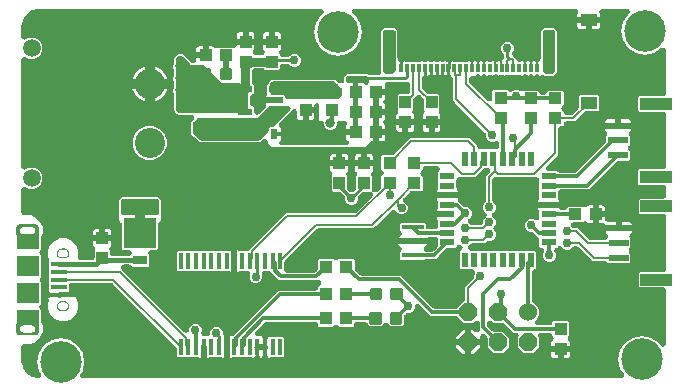
<source format=gbr>
G04 EAGLE Gerber RS-274X export*
G75*
%MOMM*%
%FSLAX34Y34*%
%LPD*%
%INTop Copper*%
%IPPOS*%
%AMOC8*
5,1,8,0,0,1.08239X$1,22.5*%
G01*
%ADD10R,1.000000X1.100000*%
%ADD11R,1.100000X1.000000*%
%ADD12C,0.300000*%
%ADD13R,0.630000X0.830000*%
%ADD14R,1.300000X1.300000*%
%ADD15C,3.516000*%
%ADD16R,2.700000X1.000000*%
%ADD17R,1.700000X0.600000*%
%ADD18R,1.200000X0.550000*%
%ADD19R,0.300000X0.800000*%
%ADD20C,2.550000*%
%ADD21C,1.508000*%
%ADD22C,1.524000*%
%ADD23P,1.649562X8X202.500000*%
%ADD24R,1.270000X0.558800*%
%ADD25R,0.558800X1.270000*%
%ADD26R,1.900000X0.400000*%
%ADD27R,1.400000X1.000000*%
%ADD28R,0.348000X1.397000*%
%ADD29R,1.350000X0.400000*%
%ADD30R,1.900000X1.175000*%
%ADD31R,1.900000X1.800000*%
%ADD32R,2.667000X2.540000*%
%ADD33R,1.270000X0.762000*%
%ADD34C,0.254000*%
%ADD35C,0.203200*%
%ADD36C,0.406400*%
%ADD37C,0.756400*%
%ADD38C,0.355600*%
%ADD39C,0.806400*%
%ADD40C,0.304800*%
%ADD41C,0.508000*%
%ADD42C,0.762000*%
%ADD43C,0.856400*%

G36*
X408866Y-2530D02*
X408866Y-2530D01*
X408973Y-2530D01*
X409090Y-2510D01*
X409209Y-2499D01*
X409312Y-2471D01*
X409416Y-2453D01*
X409528Y-2412D01*
X409643Y-2381D01*
X409739Y-2335D01*
X409839Y-2299D01*
X409942Y-2239D01*
X410050Y-2187D01*
X410136Y-2126D01*
X410228Y-2072D01*
X410319Y-1995D01*
X410416Y-1925D01*
X410490Y-1849D01*
X410571Y-1780D01*
X410647Y-1688D01*
X410730Y-1603D01*
X410790Y-1515D01*
X410857Y-1433D01*
X410916Y-1328D01*
X410982Y-1230D01*
X411025Y-1132D01*
X411077Y-1040D01*
X411116Y-927D01*
X411165Y-818D01*
X411190Y-715D01*
X411224Y-614D01*
X411243Y-496D01*
X411271Y-380D01*
X411278Y-274D01*
X411294Y-169D01*
X411292Y-50D01*
X411299Y69D01*
X411287Y175D01*
X411284Y281D01*
X411261Y398D01*
X411247Y516D01*
X411216Y618D01*
X411195Y722D01*
X411151Y833D01*
X411117Y947D01*
X411068Y1042D01*
X411029Y1141D01*
X410940Y1294D01*
X410912Y1349D01*
X410895Y1371D01*
X410872Y1411D01*
X407950Y5784D01*
X406419Y13480D01*
X407950Y21176D01*
X412309Y27701D01*
X418834Y32060D01*
X426530Y33591D01*
X434226Y32060D01*
X440751Y27701D01*
X442189Y25548D01*
X442285Y25429D01*
X442375Y25303D01*
X442426Y25253D01*
X442471Y25198D01*
X442587Y25097D01*
X442697Y24989D01*
X442757Y24949D01*
X442811Y24902D01*
X442943Y24824D01*
X443070Y24737D01*
X443136Y24708D01*
X443198Y24672D01*
X443342Y24617D01*
X443482Y24555D01*
X443552Y24538D01*
X443619Y24513D01*
X443770Y24485D01*
X443920Y24448D01*
X443991Y24444D01*
X444062Y24431D01*
X444215Y24430D01*
X444369Y24421D01*
X444440Y24429D01*
X444512Y24429D01*
X444663Y24455D01*
X444816Y24473D01*
X444885Y24494D01*
X444956Y24506D01*
X445100Y24559D01*
X445247Y24603D01*
X445311Y24636D01*
X445379Y24660D01*
X445512Y24738D01*
X445649Y24808D01*
X445706Y24851D01*
X445768Y24887D01*
X445885Y24987D01*
X446007Y25080D01*
X446056Y25132D01*
X446111Y25179D01*
X446208Y25297D01*
X446313Y25411D01*
X446351Y25471D01*
X446397Y25526D01*
X446472Y25661D01*
X446554Y25790D01*
X446582Y25857D01*
X446617Y25919D01*
X446667Y26065D01*
X446725Y26207D01*
X446740Y26277D01*
X446764Y26345D01*
X446788Y26497D01*
X446820Y26647D01*
X446826Y26739D01*
X446834Y26790D01*
X446832Y26847D01*
X446839Y26959D01*
X446839Y72009D01*
X446836Y72044D01*
X446838Y72078D01*
X446816Y72267D01*
X446799Y72458D01*
X446790Y72491D01*
X446786Y72525D01*
X446731Y72708D01*
X446681Y72892D01*
X446666Y72923D01*
X446656Y72956D01*
X446569Y73127D01*
X446487Y73299D01*
X446467Y73327D01*
X446452Y73358D01*
X446336Y73510D01*
X446225Y73665D01*
X446200Y73689D01*
X446180Y73716D01*
X446040Y73845D01*
X445903Y73979D01*
X445874Y73998D01*
X445848Y74022D01*
X445687Y74124D01*
X445530Y74231D01*
X445498Y74245D01*
X445469Y74263D01*
X445292Y74336D01*
X445118Y74413D01*
X445084Y74421D01*
X445052Y74434D01*
X444865Y74474D01*
X444680Y74520D01*
X444646Y74522D01*
X444612Y74529D01*
X444300Y74548D01*
X424488Y74548D01*
X423595Y75441D01*
X423595Y86705D01*
X424488Y87598D01*
X444300Y87598D01*
X444335Y87601D01*
X444369Y87599D01*
X444558Y87621D01*
X444749Y87638D01*
X444782Y87647D01*
X444816Y87651D01*
X444999Y87706D01*
X445183Y87756D01*
X445214Y87771D01*
X445247Y87781D01*
X445418Y87868D01*
X445590Y87950D01*
X445618Y87970D01*
X445649Y87985D01*
X445801Y88101D01*
X445956Y88212D01*
X445980Y88237D01*
X446007Y88257D01*
X446136Y88397D01*
X446270Y88534D01*
X446289Y88563D01*
X446313Y88589D01*
X446415Y88750D01*
X446522Y88907D01*
X446536Y88939D01*
X446554Y88968D01*
X446627Y89145D01*
X446704Y89319D01*
X446712Y89353D01*
X446725Y89385D01*
X446765Y89572D01*
X446811Y89757D01*
X446813Y89791D01*
X446820Y89825D01*
X446839Y90137D01*
X446839Y134009D01*
X446836Y134044D01*
X446838Y134078D01*
X446816Y134267D01*
X446799Y134458D01*
X446790Y134491D01*
X446786Y134525D01*
X446731Y134708D01*
X446681Y134892D01*
X446666Y134923D01*
X446656Y134956D01*
X446569Y135127D01*
X446487Y135299D01*
X446467Y135327D01*
X446452Y135358D01*
X446336Y135510D01*
X446225Y135665D01*
X446200Y135689D01*
X446180Y135716D01*
X446040Y135845D01*
X445903Y135979D01*
X445874Y135998D01*
X445848Y136022D01*
X445687Y136124D01*
X445530Y136231D01*
X445498Y136245D01*
X445469Y136263D01*
X445292Y136336D01*
X445118Y136413D01*
X445084Y136421D01*
X445052Y136434D01*
X444865Y136474D01*
X444680Y136520D01*
X444646Y136522D01*
X444612Y136529D01*
X444300Y136548D01*
X424488Y136548D01*
X423595Y137441D01*
X423595Y148705D01*
X424488Y149598D01*
X444300Y149598D01*
X444335Y149601D01*
X444369Y149599D01*
X444558Y149621D01*
X444749Y149638D01*
X444782Y149647D01*
X444816Y149651D01*
X444999Y149706D01*
X445183Y149756D01*
X445214Y149771D01*
X445247Y149781D01*
X445418Y149868D01*
X445590Y149950D01*
X445618Y149970D01*
X445649Y149985D01*
X445801Y150101D01*
X445956Y150212D01*
X445980Y150237D01*
X446007Y150257D01*
X446136Y150397D01*
X446270Y150534D01*
X446289Y150563D01*
X446313Y150589D01*
X446415Y150750D01*
X446522Y150907D01*
X446536Y150939D01*
X446554Y150968D01*
X446627Y151145D01*
X446704Y151319D01*
X446712Y151353D01*
X446725Y151385D01*
X446765Y151572D01*
X446811Y151757D01*
X446813Y151791D01*
X446820Y151825D01*
X446839Y152137D01*
X446839Y158877D01*
X446836Y158912D01*
X446838Y158946D01*
X446816Y159135D01*
X446799Y159326D01*
X446790Y159359D01*
X446786Y159393D01*
X446731Y159576D01*
X446681Y159760D01*
X446666Y159791D01*
X446656Y159824D01*
X446569Y159995D01*
X446487Y160167D01*
X446467Y160195D01*
X446452Y160226D01*
X446336Y160378D01*
X446225Y160533D01*
X446200Y160557D01*
X446180Y160584D01*
X446040Y160713D01*
X445903Y160847D01*
X445874Y160866D01*
X445848Y160890D01*
X445687Y160992D01*
X445530Y161099D01*
X445498Y161113D01*
X445469Y161131D01*
X445292Y161204D01*
X445118Y161281D01*
X445084Y161289D01*
X445052Y161302D01*
X444865Y161342D01*
X444680Y161388D01*
X444646Y161390D01*
X444612Y161397D01*
X444300Y161416D01*
X423980Y161416D01*
X423087Y162309D01*
X423087Y173573D01*
X423980Y174466D01*
X444300Y174466D01*
X444335Y174469D01*
X444369Y174467D01*
X444558Y174489D01*
X444749Y174506D01*
X444782Y174515D01*
X444816Y174519D01*
X444999Y174574D01*
X445183Y174624D01*
X445214Y174639D01*
X445247Y174649D01*
X445418Y174736D01*
X445590Y174818D01*
X445618Y174838D01*
X445649Y174853D01*
X445801Y174969D01*
X445956Y175080D01*
X445980Y175105D01*
X446007Y175125D01*
X446136Y175265D01*
X446270Y175402D01*
X446289Y175431D01*
X446313Y175457D01*
X446415Y175618D01*
X446522Y175775D01*
X446536Y175807D01*
X446554Y175836D01*
X446627Y176013D01*
X446704Y176187D01*
X446712Y176221D01*
X446725Y176253D01*
X446765Y176440D01*
X446811Y176625D01*
X446813Y176659D01*
X446820Y176693D01*
X446839Y177005D01*
X446839Y220877D01*
X446836Y220912D01*
X446838Y220946D01*
X446816Y221135D01*
X446799Y221326D01*
X446790Y221359D01*
X446786Y221393D01*
X446731Y221576D01*
X446681Y221760D01*
X446666Y221791D01*
X446656Y221824D01*
X446569Y221995D01*
X446487Y222167D01*
X446467Y222195D01*
X446452Y222226D01*
X446336Y222378D01*
X446225Y222533D01*
X446200Y222557D01*
X446180Y222584D01*
X446040Y222713D01*
X445903Y222847D01*
X445874Y222866D01*
X445848Y222890D01*
X445687Y222992D01*
X445530Y223099D01*
X445498Y223113D01*
X445469Y223131D01*
X445292Y223204D01*
X445118Y223281D01*
X445084Y223289D01*
X445052Y223302D01*
X444865Y223342D01*
X444680Y223388D01*
X444646Y223390D01*
X444612Y223397D01*
X444300Y223416D01*
X423980Y223416D01*
X423087Y224309D01*
X423087Y235573D01*
X423980Y236466D01*
X444300Y236466D01*
X444335Y236469D01*
X444369Y236467D01*
X444558Y236489D01*
X444749Y236506D01*
X444782Y236515D01*
X444816Y236519D01*
X444999Y236574D01*
X445183Y236624D01*
X445214Y236639D01*
X445247Y236649D01*
X445418Y236736D01*
X445590Y236818D01*
X445618Y236838D01*
X445649Y236853D01*
X445801Y236969D01*
X445956Y237080D01*
X445980Y237105D01*
X446007Y237125D01*
X446136Y237265D01*
X446270Y237402D01*
X446289Y237431D01*
X446313Y237457D01*
X446415Y237617D01*
X446522Y237775D01*
X446536Y237807D01*
X446554Y237836D01*
X446627Y238013D01*
X446704Y238187D01*
X446712Y238221D01*
X446725Y238253D01*
X446765Y238440D01*
X446811Y238625D01*
X446813Y238659D01*
X446820Y238693D01*
X446839Y239005D01*
X446839Y274842D01*
X446830Y274948D01*
X446830Y275054D01*
X446810Y275171D01*
X446799Y275290D01*
X446771Y275393D01*
X446753Y275497D01*
X446712Y275610D01*
X446681Y275725D01*
X446635Y275821D01*
X446599Y275920D01*
X446539Y276024D01*
X446487Y276131D01*
X446426Y276218D01*
X446372Y276310D01*
X446295Y276400D01*
X446225Y276497D01*
X446149Y276572D01*
X446080Y276652D01*
X445988Y276728D01*
X445903Y276811D01*
X445815Y276871D01*
X445733Y276938D01*
X445628Y276997D01*
X445530Y277064D01*
X445432Y277107D01*
X445340Y277158D01*
X445227Y277198D01*
X445118Y277246D01*
X445015Y277271D01*
X444914Y277306D01*
X444796Y277324D01*
X444680Y277352D01*
X444574Y277359D01*
X444469Y277375D01*
X444350Y277373D01*
X444231Y277380D01*
X444125Y277368D01*
X444019Y277366D01*
X443902Y277342D01*
X443784Y277328D01*
X443682Y277297D01*
X443578Y277276D01*
X443467Y277232D01*
X443353Y277198D01*
X443258Y277150D01*
X443159Y277110D01*
X443007Y277021D01*
X442951Y276993D01*
X442929Y276976D01*
X442889Y276953D01*
X436576Y272735D01*
X428880Y271204D01*
X421184Y272735D01*
X414659Y277094D01*
X410300Y283619D01*
X408769Y291315D01*
X410300Y299011D01*
X414659Y305536D01*
X414963Y305739D01*
X415083Y305835D01*
X415208Y305925D01*
X415258Y305976D01*
X415314Y306021D01*
X415415Y306137D01*
X415522Y306247D01*
X415562Y306307D01*
X415609Y306361D01*
X415688Y306493D01*
X415774Y306620D01*
X415803Y306686D01*
X415840Y306748D01*
X415894Y306891D01*
X415957Y307032D01*
X415974Y307102D01*
X415999Y307169D01*
X416027Y307320D01*
X416063Y307470D01*
X416068Y307541D01*
X416081Y307612D01*
X416081Y307766D01*
X416091Y307919D01*
X416083Y307990D01*
X416083Y308062D01*
X416057Y308214D01*
X416039Y308366D01*
X416018Y308435D01*
X416006Y308506D01*
X415953Y308650D01*
X415909Y308797D01*
X415876Y308861D01*
X415851Y308929D01*
X415774Y309062D01*
X415704Y309199D01*
X415661Y309256D01*
X415625Y309318D01*
X415525Y309435D01*
X415432Y309557D01*
X415379Y309606D01*
X415333Y309661D01*
X415214Y309758D01*
X415101Y309863D01*
X415040Y309901D01*
X414985Y309947D01*
X414851Y310022D01*
X414721Y310104D01*
X414655Y310132D01*
X414592Y310167D01*
X414447Y310217D01*
X414305Y310275D01*
X414235Y310290D01*
X414167Y310314D01*
X414015Y310338D01*
X413865Y310370D01*
X413772Y310376D01*
X413722Y310384D01*
X413665Y310382D01*
X413553Y310389D01*
X392814Y310389D01*
X392791Y310387D01*
X392768Y310389D01*
X392567Y310367D01*
X392365Y310349D01*
X392343Y310343D01*
X392320Y310341D01*
X392127Y310284D01*
X391931Y310231D01*
X391910Y310221D01*
X391888Y310214D01*
X391706Y310124D01*
X391524Y310037D01*
X391506Y310024D01*
X391485Y310014D01*
X391323Y309893D01*
X391158Y309775D01*
X391142Y309759D01*
X391124Y309745D01*
X390986Y309598D01*
X390844Y309453D01*
X390831Y309433D01*
X390815Y309417D01*
X390706Y309248D01*
X390592Y309080D01*
X390583Y309058D01*
X390570Y309039D01*
X390492Y308853D01*
X390410Y308668D01*
X390404Y308645D01*
X390395Y308624D01*
X390351Y308426D01*
X390303Y308230D01*
X390302Y308207D01*
X390297Y308185D01*
X390288Y307983D01*
X390276Y307781D01*
X390278Y307758D01*
X390277Y307735D01*
X390304Y307535D01*
X390328Y307334D01*
X390334Y307311D01*
X390337Y307289D01*
X390399Y307097D01*
X390458Y306903D01*
X390468Y306882D01*
X390476Y306860D01*
X390615Y306580D01*
X390637Y306543D01*
X390810Y305897D01*
X390810Y303101D01*
X381269Y303101D01*
X371728Y303101D01*
X371728Y305897D01*
X371901Y306543D01*
X371923Y306580D01*
X371933Y306601D01*
X371946Y306620D01*
X372028Y306806D01*
X372113Y306989D01*
X372119Y307011D01*
X372128Y307032D01*
X372176Y307229D01*
X372227Y307424D01*
X372229Y307447D01*
X372235Y307470D01*
X372247Y307671D01*
X372263Y307873D01*
X372261Y307896D01*
X372262Y307919D01*
X372239Y308120D01*
X372219Y308321D01*
X372213Y308343D01*
X372210Y308366D01*
X372152Y308560D01*
X372097Y308754D01*
X372087Y308775D01*
X372080Y308797D01*
X371988Y308978D01*
X371900Y309159D01*
X371886Y309178D01*
X371876Y309199D01*
X371754Y309359D01*
X371634Y309523D01*
X371618Y309539D01*
X371604Y309557D01*
X371455Y309694D01*
X371309Y309834D01*
X371290Y309847D01*
X371273Y309863D01*
X371102Y309971D01*
X370934Y310083D01*
X370912Y310092D01*
X370893Y310104D01*
X370706Y310181D01*
X370520Y310261D01*
X370498Y310267D01*
X370476Y310275D01*
X370279Y310318D01*
X370082Y310364D01*
X370059Y310365D01*
X370036Y310370D01*
X369724Y310389D01*
X183512Y310389D01*
X183358Y310376D01*
X183205Y310371D01*
X183135Y310356D01*
X183063Y310349D01*
X182915Y310309D01*
X182764Y310277D01*
X182698Y310250D01*
X182629Y310231D01*
X182490Y310165D01*
X182347Y310107D01*
X182287Y310068D01*
X182222Y310037D01*
X182097Y309948D01*
X181967Y309866D01*
X181914Y309817D01*
X181856Y309775D01*
X181749Y309665D01*
X181635Y309561D01*
X181592Y309504D01*
X181542Y309453D01*
X181456Y309325D01*
X181363Y309203D01*
X181330Y309139D01*
X181290Y309080D01*
X181228Y308939D01*
X181157Y308802D01*
X181137Y308733D01*
X181108Y308668D01*
X181071Y308518D01*
X181026Y308371D01*
X181018Y308300D01*
X181001Y308230D01*
X180991Y308077D01*
X180973Y307924D01*
X180978Y307853D01*
X180973Y307781D01*
X180991Y307628D01*
X181000Y307475D01*
X181017Y307405D01*
X181025Y307334D01*
X181070Y307186D01*
X181106Y307037D01*
X181135Y306971D01*
X181156Y306903D01*
X181225Y306766D01*
X181287Y306625D01*
X181327Y306565D01*
X181360Y306501D01*
X181453Y306379D01*
X181539Y306251D01*
X181589Y306200D01*
X181632Y306143D01*
X181745Y306038D01*
X181852Y305928D01*
X181926Y305872D01*
X181963Y305838D01*
X182011Y305807D01*
X182101Y305739D01*
X183131Y305051D01*
X187490Y298526D01*
X189021Y290830D01*
X187490Y283134D01*
X183131Y276609D01*
X176606Y272250D01*
X168910Y270719D01*
X161214Y272250D01*
X154689Y276609D01*
X150330Y283134D01*
X148799Y290830D01*
X150330Y298526D01*
X154689Y305051D01*
X155719Y305739D01*
X155839Y305835D01*
X155964Y305925D01*
X156014Y305976D01*
X156070Y306021D01*
X156171Y306137D01*
X156278Y306247D01*
X156318Y306307D01*
X156365Y306361D01*
X156444Y306493D01*
X156530Y306620D01*
X156559Y306686D01*
X156596Y306748D01*
X156650Y306892D01*
X156712Y307032D01*
X156729Y307102D01*
X156755Y307169D01*
X156783Y307320D01*
X156819Y307470D01*
X156823Y307541D01*
X156836Y307612D01*
X156837Y307765D01*
X156847Y307919D01*
X156838Y307990D01*
X156839Y308062D01*
X156813Y308213D01*
X156795Y308366D01*
X156774Y308435D01*
X156762Y308506D01*
X156709Y308650D01*
X156664Y308797D01*
X156632Y308861D01*
X156607Y308929D01*
X156530Y309062D01*
X156460Y309199D01*
X156417Y309256D01*
X156381Y309318D01*
X156281Y309435D01*
X156188Y309557D01*
X156135Y309606D01*
X156089Y309661D01*
X155970Y309758D01*
X155857Y309863D01*
X155796Y309901D01*
X155741Y309947D01*
X155607Y310022D01*
X155477Y310104D01*
X155411Y310132D01*
X155348Y310167D01*
X155203Y310217D01*
X155061Y310275D01*
X154990Y310290D01*
X154923Y310314D01*
X154771Y310338D01*
X154620Y310370D01*
X154528Y310376D01*
X154478Y310384D01*
X154421Y310382D01*
X154308Y310389D01*
X-83820Y310389D01*
X-83876Y310384D01*
X-83986Y310384D01*
X-85644Y310275D01*
X-85736Y310261D01*
X-85829Y310256D01*
X-86035Y310214D01*
X-86089Y310206D01*
X-86107Y310200D01*
X-86135Y310194D01*
X-89337Y309336D01*
X-89502Y309276D01*
X-89670Y309222D01*
X-89725Y309194D01*
X-89760Y309181D01*
X-89814Y309150D01*
X-89950Y309082D01*
X-92821Y307425D01*
X-92965Y307324D01*
X-93113Y307228D01*
X-93159Y307187D01*
X-93189Y307166D01*
X-93233Y307121D01*
X-93347Y307021D01*
X-95691Y304677D01*
X-95804Y304541D01*
X-95922Y304411D01*
X-95956Y304360D01*
X-95980Y304331D01*
X-96011Y304276D01*
X-96095Y304151D01*
X-97752Y301280D01*
X-97826Y301121D01*
X-97907Y300964D01*
X-97926Y300905D01*
X-97942Y300871D01*
X-97958Y300810D01*
X-98006Y300667D01*
X-98864Y297465D01*
X-98880Y297373D01*
X-98906Y297284D01*
X-98932Y297075D01*
X-98942Y297021D01*
X-98942Y297002D01*
X-98945Y296974D01*
X-99054Y295316D01*
X-99053Y295260D01*
X-99059Y295150D01*
X-99059Y286854D01*
X-99052Y286771D01*
X-99054Y286689D01*
X-99032Y286548D01*
X-99019Y286405D01*
X-98998Y286325D01*
X-98985Y286244D01*
X-98939Y286109D01*
X-98901Y285971D01*
X-98865Y285896D01*
X-98839Y285818D01*
X-98769Y285693D01*
X-98707Y285564D01*
X-98660Y285497D01*
X-98619Y285425D01*
X-98529Y285314D01*
X-98445Y285198D01*
X-98386Y285140D01*
X-98334Y285077D01*
X-98225Y284984D01*
X-98123Y284884D01*
X-98054Y284838D01*
X-97992Y284784D01*
X-97868Y284712D01*
X-97750Y284632D01*
X-97674Y284599D01*
X-97603Y284557D01*
X-97469Y284507D01*
X-97338Y284450D01*
X-97258Y284430D01*
X-97180Y284402D01*
X-97039Y284377D01*
X-96900Y284343D01*
X-96818Y284338D01*
X-96737Y284324D01*
X-96594Y284324D01*
X-96451Y284315D01*
X-96369Y284325D01*
X-96287Y284325D01*
X-96146Y284351D01*
X-96004Y284367D01*
X-95925Y284391D01*
X-95844Y284406D01*
X-95610Y284486D01*
X-95573Y284498D01*
X-95563Y284502D01*
X-95548Y284508D01*
X-92151Y285915D01*
X-88545Y285915D01*
X-85213Y284535D01*
X-82663Y281985D01*
X-81283Y278653D01*
X-81283Y275047D01*
X-82663Y271715D01*
X-85213Y269165D01*
X-88545Y267785D01*
X-92151Y267785D01*
X-95548Y269192D01*
X-95627Y269217D01*
X-95702Y269250D01*
X-95841Y269284D01*
X-95978Y269327D01*
X-96060Y269338D01*
X-96140Y269357D01*
X-96282Y269366D01*
X-96425Y269384D01*
X-96507Y269380D01*
X-96589Y269385D01*
X-96731Y269368D01*
X-96874Y269361D01*
X-96954Y269342D01*
X-97036Y269333D01*
X-97174Y269291D01*
X-97313Y269259D01*
X-97388Y269226D01*
X-97467Y269202D01*
X-97595Y269137D01*
X-97726Y269081D01*
X-97795Y269035D01*
X-97869Y268998D01*
X-97983Y268912D01*
X-98102Y268833D01*
X-98162Y268776D01*
X-98227Y268726D01*
X-98324Y268621D01*
X-98428Y268522D01*
X-98477Y268456D01*
X-98533Y268395D01*
X-98610Y268274D01*
X-98694Y268159D01*
X-98730Y268085D01*
X-98774Y268015D01*
X-98829Y267883D01*
X-98892Y267754D01*
X-98914Y267675D01*
X-98945Y267599D01*
X-98975Y267459D01*
X-99015Y267321D01*
X-99023Y267239D01*
X-99040Y267158D01*
X-99055Y266912D01*
X-99059Y266873D01*
X-99058Y266862D01*
X-99059Y266846D01*
X-99059Y176854D01*
X-99052Y176771D01*
X-99054Y176689D01*
X-99032Y176548D01*
X-99019Y176405D01*
X-98998Y176325D01*
X-98985Y176244D01*
X-98939Y176109D01*
X-98901Y175971D01*
X-98865Y175896D01*
X-98839Y175818D01*
X-98769Y175693D01*
X-98707Y175564D01*
X-98660Y175497D01*
X-98619Y175425D01*
X-98529Y175314D01*
X-98445Y175198D01*
X-98386Y175140D01*
X-98334Y175077D01*
X-98225Y174984D01*
X-98123Y174884D01*
X-98054Y174838D01*
X-97992Y174784D01*
X-97868Y174712D01*
X-97750Y174632D01*
X-97674Y174599D01*
X-97603Y174557D01*
X-97469Y174507D01*
X-97338Y174450D01*
X-97258Y174430D01*
X-97180Y174402D01*
X-97039Y174377D01*
X-96900Y174343D01*
X-96818Y174338D01*
X-96737Y174324D01*
X-96594Y174324D01*
X-96451Y174315D01*
X-96369Y174325D01*
X-96287Y174325D01*
X-96146Y174351D01*
X-96004Y174367D01*
X-95925Y174391D01*
X-95844Y174406D01*
X-95610Y174486D01*
X-95573Y174498D01*
X-95563Y174502D01*
X-95548Y174508D01*
X-92151Y175915D01*
X-88545Y175915D01*
X-85213Y174535D01*
X-82663Y171985D01*
X-81283Y168653D01*
X-81283Y165047D01*
X-82663Y161715D01*
X-85213Y159165D01*
X-88545Y157785D01*
X-92151Y157785D01*
X-95548Y159192D01*
X-95627Y159217D01*
X-95702Y159250D01*
X-95841Y159284D01*
X-95978Y159327D01*
X-96060Y159338D01*
X-96140Y159357D01*
X-96282Y159366D01*
X-96425Y159384D01*
X-96507Y159380D01*
X-96589Y159385D01*
X-96731Y159368D01*
X-96874Y159361D01*
X-96954Y159342D01*
X-97036Y159333D01*
X-97174Y159291D01*
X-97313Y159259D01*
X-97388Y159226D01*
X-97467Y159202D01*
X-97595Y159137D01*
X-97726Y159081D01*
X-97795Y159035D01*
X-97869Y158998D01*
X-97983Y158912D01*
X-98102Y158833D01*
X-98162Y158776D01*
X-98227Y158726D01*
X-98324Y158621D01*
X-98428Y158522D01*
X-98477Y158456D01*
X-98533Y158395D01*
X-98610Y158274D01*
X-98694Y158159D01*
X-98730Y158085D01*
X-98774Y158015D01*
X-98829Y157883D01*
X-98892Y157754D01*
X-98914Y157675D01*
X-98945Y157599D01*
X-98975Y157459D01*
X-99015Y157321D01*
X-99023Y157239D01*
X-99040Y157158D01*
X-99055Y156912D01*
X-99059Y156873D01*
X-99058Y156862D01*
X-99059Y156846D01*
X-99059Y137976D01*
X-99056Y137941D01*
X-99058Y137907D01*
X-99036Y137718D01*
X-99019Y137527D01*
X-99010Y137494D01*
X-99006Y137460D01*
X-98951Y137277D01*
X-98901Y137093D01*
X-98886Y137062D01*
X-98876Y137029D01*
X-98789Y136858D01*
X-98707Y136686D01*
X-98687Y136658D01*
X-98672Y136627D01*
X-98556Y136475D01*
X-98445Y136320D01*
X-98420Y136296D01*
X-98400Y136269D01*
X-98260Y136140D01*
X-98123Y136006D01*
X-98094Y135987D01*
X-98068Y135963D01*
X-97907Y135861D01*
X-97750Y135754D01*
X-97718Y135740D01*
X-97689Y135722D01*
X-97512Y135649D01*
X-97338Y135572D01*
X-97304Y135564D01*
X-97272Y135551D01*
X-97085Y135511D01*
X-96900Y135465D01*
X-96866Y135463D01*
X-96832Y135456D01*
X-96520Y135437D01*
X-91208Y135437D01*
X-86554Y133509D01*
X-82993Y129948D01*
X-81065Y125294D01*
X-81065Y120258D01*
X-82508Y116775D01*
X-82543Y116663D01*
X-82587Y116555D01*
X-82610Y116449D01*
X-82643Y116345D01*
X-82657Y116229D01*
X-82682Y116115D01*
X-82692Y115961D01*
X-82699Y115898D01*
X-82698Y115862D01*
X-82701Y115803D01*
X-82701Y106387D01*
X-83020Y106068D01*
X-83043Y106041D01*
X-83069Y106018D01*
X-83186Y105869D01*
X-83309Y105722D01*
X-83327Y105692D01*
X-83348Y105665D01*
X-83438Y105498D01*
X-83533Y105332D01*
X-83544Y105299D01*
X-83561Y105268D01*
X-83620Y105087D01*
X-83683Y104907D01*
X-83689Y104873D01*
X-83700Y104840D01*
X-83726Y104651D01*
X-83757Y104463D01*
X-83757Y104429D01*
X-83761Y104394D01*
X-83753Y104203D01*
X-83751Y104013D01*
X-83744Y103979D01*
X-83743Y103944D01*
X-83701Y103757D01*
X-83665Y103571D01*
X-83653Y103538D01*
X-83645Y103505D01*
X-83572Y103328D01*
X-83503Y103151D01*
X-83485Y103121D01*
X-83472Y103089D01*
X-83368Y102928D01*
X-83269Y102766D01*
X-83246Y102740D01*
X-83227Y102711D01*
X-83020Y102477D01*
X-82701Y102158D01*
X-82701Y82894D01*
X-82774Y82822D01*
X-82797Y82795D01*
X-82822Y82772D01*
X-82940Y82623D01*
X-83063Y82476D01*
X-83080Y82446D01*
X-83102Y82419D01*
X-83192Y82250D01*
X-83286Y82085D01*
X-83298Y82053D01*
X-83314Y82022D01*
X-83374Y81840D01*
X-83437Y81661D01*
X-83443Y81627D01*
X-83454Y81594D01*
X-83480Y81405D01*
X-83511Y81217D01*
X-83510Y81182D01*
X-83515Y81148D01*
X-83507Y80958D01*
X-83505Y80766D01*
X-83498Y80732D01*
X-83497Y80698D01*
X-83455Y80512D01*
X-83419Y80324D01*
X-83407Y80292D01*
X-83399Y80258D01*
X-83326Y80082D01*
X-83257Y79904D01*
X-83239Y79875D01*
X-83225Y79843D01*
X-83122Y79683D01*
X-83023Y79520D01*
X-83000Y79494D01*
X-82981Y79465D01*
X-82774Y79230D01*
X-82701Y79158D01*
X-82701Y59894D01*
X-83020Y59575D01*
X-83043Y59549D01*
X-83069Y59526D01*
X-83186Y59377D01*
X-83309Y59230D01*
X-83327Y59200D01*
X-83348Y59173D01*
X-83438Y59005D01*
X-83533Y58839D01*
X-83544Y58806D01*
X-83561Y58776D01*
X-83620Y58594D01*
X-83683Y58415D01*
X-83689Y58381D01*
X-83700Y58348D01*
X-83726Y58158D01*
X-83757Y57971D01*
X-83757Y57936D01*
X-83761Y57902D01*
X-83753Y57711D01*
X-83751Y57520D01*
X-83744Y57486D01*
X-83743Y57452D01*
X-83702Y57265D01*
X-83665Y57078D01*
X-83653Y57046D01*
X-83645Y57012D01*
X-83572Y56836D01*
X-83503Y56658D01*
X-83485Y56629D01*
X-83472Y56597D01*
X-83368Y56436D01*
X-83269Y56273D01*
X-83246Y56248D01*
X-83227Y56218D01*
X-83020Y55984D01*
X-82701Y55665D01*
X-82701Y46249D01*
X-82691Y46133D01*
X-82691Y46016D01*
X-82671Y45909D01*
X-82661Y45801D01*
X-82631Y45688D01*
X-82610Y45573D01*
X-82559Y45427D01*
X-82543Y45366D01*
X-82527Y45334D01*
X-82508Y45277D01*
X-81065Y41794D01*
X-81065Y36758D01*
X-82993Y32104D01*
X-86554Y28543D01*
X-91208Y26615D01*
X-96520Y26615D01*
X-96555Y26612D01*
X-96589Y26614D01*
X-96778Y26592D01*
X-96969Y26575D01*
X-97002Y26566D01*
X-97036Y26562D01*
X-97219Y26507D01*
X-97403Y26457D01*
X-97434Y26442D01*
X-97467Y26432D01*
X-97638Y26345D01*
X-97810Y26263D01*
X-97838Y26243D01*
X-97869Y26228D01*
X-98021Y26112D01*
X-98176Y26001D01*
X-98200Y25976D01*
X-98227Y25956D01*
X-98356Y25816D01*
X-98490Y25679D01*
X-98509Y25650D01*
X-98533Y25624D01*
X-98635Y25463D01*
X-98742Y25306D01*
X-98756Y25274D01*
X-98774Y25245D01*
X-98847Y25068D01*
X-98924Y24894D01*
X-98932Y24860D01*
X-98945Y24828D01*
X-98985Y24641D01*
X-99031Y24456D01*
X-99033Y24422D01*
X-99040Y24388D01*
X-99059Y24076D01*
X-99059Y12700D01*
X-99056Y12662D01*
X-99058Y12627D01*
X-99054Y12593D01*
X-99054Y12534D01*
X-98945Y10876D01*
X-98931Y10784D01*
X-98926Y10691D01*
X-98884Y10485D01*
X-98876Y10431D01*
X-98870Y10413D01*
X-98864Y10385D01*
X-98006Y7183D01*
X-97946Y7018D01*
X-97892Y6850D01*
X-97864Y6795D01*
X-97851Y6760D01*
X-97820Y6706D01*
X-97752Y6570D01*
X-96095Y3699D01*
X-95994Y3555D01*
X-95898Y3407D01*
X-95857Y3361D01*
X-95836Y3331D01*
X-95791Y3287D01*
X-95691Y3173D01*
X-93347Y829D01*
X-93212Y716D01*
X-93081Y598D01*
X-93030Y564D01*
X-93001Y540D01*
X-92947Y509D01*
X-92821Y425D01*
X-89950Y-1232D01*
X-89790Y-1306D01*
X-89634Y-1387D01*
X-89575Y-1406D01*
X-89541Y-1422D01*
X-89481Y-1438D01*
X-89337Y-1486D01*
X-86135Y-2344D01*
X-86043Y-2360D01*
X-85954Y-2386D01*
X-85745Y-2412D01*
X-85691Y-2422D01*
X-85672Y-2422D01*
X-85644Y-2425D01*
X-85080Y-2462D01*
X-84891Y-2458D01*
X-84702Y-2459D01*
X-84666Y-2453D01*
X-84630Y-2452D01*
X-84444Y-2414D01*
X-84258Y-2382D01*
X-84224Y-2369D01*
X-84188Y-2362D01*
X-84013Y-2292D01*
X-83835Y-2227D01*
X-83804Y-2209D01*
X-83770Y-2195D01*
X-83610Y-2096D01*
X-83446Y-2001D01*
X-83418Y-1977D01*
X-83388Y-1958D01*
X-83247Y-1831D01*
X-83103Y-1709D01*
X-83080Y-1681D01*
X-83053Y-1656D01*
X-82937Y-1507D01*
X-82817Y-1361D01*
X-82799Y-1329D01*
X-82777Y-1301D01*
X-82690Y-1133D01*
X-82597Y-968D01*
X-82585Y-934D01*
X-82568Y-902D01*
X-82512Y-722D01*
X-82450Y-543D01*
X-82444Y-507D01*
X-82433Y-472D01*
X-82409Y-285D01*
X-82380Y-98D01*
X-82381Y-62D01*
X-82376Y-25D01*
X-82386Y164D01*
X-82390Y352D01*
X-82397Y388D01*
X-82399Y424D01*
X-82442Y609D01*
X-82479Y794D01*
X-82493Y827D01*
X-82501Y863D01*
X-82576Y1037D01*
X-82645Y1212D01*
X-82667Y1251D01*
X-82679Y1277D01*
X-82712Y1328D01*
X-82802Y1482D01*
X-84320Y3754D01*
X-85851Y11450D01*
X-84320Y19146D01*
X-79961Y25671D01*
X-73436Y30030D01*
X-65740Y31561D01*
X-58044Y30030D01*
X-51519Y25671D01*
X-47160Y19146D01*
X-45629Y11450D01*
X-47160Y3754D01*
X-48726Y1411D01*
X-48777Y1317D01*
X-48836Y1230D01*
X-48884Y1120D01*
X-48941Y1016D01*
X-48975Y915D01*
X-49018Y818D01*
X-49046Y702D01*
X-49084Y589D01*
X-49100Y483D01*
X-49125Y380D01*
X-49132Y261D01*
X-49149Y143D01*
X-49146Y37D01*
X-49153Y-69D01*
X-49139Y-188D01*
X-49135Y-307D01*
X-49113Y-411D01*
X-49100Y-516D01*
X-49066Y-631D01*
X-49041Y-747D01*
X-49001Y-845D01*
X-48970Y-947D01*
X-48916Y-1054D01*
X-48871Y-1164D01*
X-48814Y-1254D01*
X-48766Y-1349D01*
X-48694Y-1443D01*
X-48630Y-1544D01*
X-48558Y-1623D01*
X-48494Y-1707D01*
X-48406Y-1788D01*
X-48325Y-1876D01*
X-48241Y-1941D01*
X-48163Y-2013D01*
X-48062Y-2077D01*
X-47967Y-2149D01*
X-47873Y-2197D01*
X-47783Y-2254D01*
X-47672Y-2300D01*
X-47566Y-2354D01*
X-47465Y-2385D01*
X-47366Y-2425D01*
X-47250Y-2450D01*
X-47135Y-2485D01*
X-47030Y-2498D01*
X-46926Y-2520D01*
X-46749Y-2531D01*
X-46688Y-2538D01*
X-46660Y-2536D01*
X-46614Y-2539D01*
X408761Y-2539D01*
X408866Y-2530D01*
G37*
%LPC*%
G36*
X109894Y14918D02*
X109894Y14918D01*
X109881Y15064D01*
X109877Y15211D01*
X109861Y15288D01*
X109854Y15366D01*
X109816Y15508D01*
X109786Y15652D01*
X109757Y15725D01*
X109736Y15801D01*
X109673Y15933D01*
X109618Y16070D01*
X109576Y16137D01*
X109543Y16207D01*
X109457Y16327D01*
X109379Y16451D01*
X109326Y16509D01*
X109280Y16573D01*
X109175Y16676D01*
X109076Y16785D01*
X109014Y16833D01*
X108958Y16887D01*
X108836Y16970D01*
X108719Y17059D01*
X108650Y17095D01*
X108585Y17139D01*
X108450Y17199D01*
X108320Y17267D01*
X108245Y17290D01*
X108173Y17322D01*
X108030Y17356D01*
X107890Y17400D01*
X107812Y17410D01*
X107735Y17428D01*
X107589Y17437D01*
X107443Y17455D01*
X107364Y17451D01*
X107286Y17456D01*
X107140Y17439D01*
X106993Y17431D01*
X106917Y17413D01*
X106839Y17404D01*
X106698Y17361D01*
X106555Y17327D01*
X106483Y17296D01*
X106408Y17274D01*
X106277Y17207D01*
X106142Y17148D01*
X106076Y17105D01*
X106007Y17069D01*
X105889Y16980D01*
X105767Y16899D01*
X105710Y16845D01*
X105648Y16797D01*
X105548Y16689D01*
X105442Y16587D01*
X105396Y16524D01*
X105343Y16466D01*
X105264Y16342D01*
X105177Y16223D01*
X105143Y16152D01*
X105101Y16086D01*
X105045Y15950D01*
X104981Y15818D01*
X104950Y15720D01*
X104930Y15670D01*
X104930Y15669D01*
X104930Y15668D01*
X104918Y15616D01*
X104888Y15519D01*
X104888Y15518D01*
X104866Y15372D01*
X104835Y15228D01*
X104829Y15127D01*
X104820Y15073D01*
X104822Y15018D01*
X104816Y14916D01*
X104816Y14364D01*
X104762Y14378D01*
X104705Y14388D01*
X104650Y14405D01*
X104484Y14427D01*
X104319Y14456D01*
X104261Y14455D01*
X104204Y14463D01*
X104036Y14454D01*
X103868Y14454D01*
X103812Y14443D01*
X103754Y14440D01*
X103448Y14378D01*
X103394Y14364D01*
X103394Y14916D01*
X103381Y15070D01*
X103376Y15225D01*
X103359Y15315D01*
X103354Y15365D01*
X103354Y15366D01*
X103339Y15421D01*
X103319Y15532D01*
X103318Y15534D01*
X103272Y15666D01*
X103236Y15801D01*
X103199Y15878D01*
X103171Y15959D01*
X103102Y16081D01*
X103042Y16207D01*
X102992Y16277D01*
X102950Y16352D01*
X102862Y16460D01*
X102780Y16573D01*
X102719Y16633D01*
X102664Y16699D01*
X102558Y16790D01*
X102457Y16887D01*
X102386Y16935D01*
X102321Y16991D01*
X102200Y17061D01*
X102084Y17139D01*
X102006Y17174D01*
X101932Y17217D01*
X101801Y17265D01*
X101673Y17322D01*
X101589Y17342D01*
X101509Y17371D01*
X101371Y17395D01*
X101235Y17428D01*
X101150Y17434D01*
X101065Y17448D01*
X100925Y17447D01*
X100786Y17456D01*
X100700Y17446D01*
X100615Y17446D01*
X100478Y17420D01*
X100339Y17404D01*
X100256Y17379D01*
X100172Y17364D01*
X100041Y17314D01*
X99908Y17274D01*
X99831Y17235D01*
X99751Y17204D01*
X99631Y17133D01*
X99506Y17069D01*
X99438Y17018D01*
X99364Y16974D01*
X99259Y16882D01*
X99147Y16797D01*
X99089Y16734D01*
X99025Y16678D01*
X98937Y16569D01*
X98842Y16466D01*
X98796Y16394D01*
X98743Y16327D01*
X98676Y16204D01*
X98600Y16086D01*
X98568Y16007D01*
X98527Y15932D01*
X98483Y15799D01*
X98430Y15670D01*
X98411Y15586D01*
X98384Y15505D01*
X98364Y15366D01*
X98335Y15230D01*
X98328Y15116D01*
X98320Y15059D01*
X98321Y15009D01*
X98316Y14918D01*
X98316Y14364D01*
X98134Y14412D01*
X97265Y14914D01*
X97224Y14933D01*
X97197Y14951D01*
X97190Y14953D01*
X97163Y14970D01*
X97107Y14994D01*
X97054Y15024D01*
X96948Y15061D01*
X96857Y15104D01*
X96805Y15117D01*
X96747Y15141D01*
X96687Y15154D01*
X96630Y15175D01*
X96516Y15193D01*
X96422Y15218D01*
X96370Y15222D01*
X96307Y15236D01*
X96230Y15241D01*
X96185Y15248D01*
X96124Y15247D01*
X95995Y15255D01*
X79715Y15255D01*
X79650Y15249D01*
X79599Y15252D01*
X79504Y15239D01*
X79387Y15234D01*
X79328Y15221D01*
X79267Y15215D01*
X79205Y15198D01*
X79153Y15191D01*
X79059Y15161D01*
X78948Y15136D01*
X78891Y15113D01*
X78832Y15097D01*
X78776Y15070D01*
X78724Y15053D01*
X78597Y14990D01*
X78532Y14963D01*
X78497Y14940D01*
X78445Y14914D01*
X78429Y14905D01*
X78426Y14903D01*
X78424Y14902D01*
X77576Y14412D01*
X77394Y14364D01*
X77394Y23765D01*
X77394Y33166D01*
X77713Y33081D01*
X77745Y33066D01*
X77893Y33027D01*
X78039Y32980D01*
X78110Y32970D01*
X78181Y32951D01*
X78333Y32939D01*
X78485Y32918D01*
X78557Y32921D01*
X78629Y32915D01*
X78782Y32930D01*
X78935Y32937D01*
X79005Y32952D01*
X79077Y32959D01*
X79225Y33001D01*
X79374Y33034D01*
X79441Y33062D01*
X79511Y33082D01*
X79648Y33149D01*
X79790Y33208D01*
X79851Y33247D01*
X79916Y33279D01*
X80039Y33369D01*
X80168Y33452D01*
X80238Y33514D01*
X80279Y33544D01*
X80319Y33585D01*
X80402Y33659D01*
X115969Y69226D01*
X118499Y71756D01*
X149822Y71756D01*
X149857Y71759D01*
X149891Y71757D01*
X150080Y71779D01*
X150271Y71796D01*
X150304Y71805D01*
X150338Y71809D01*
X150521Y71864D01*
X150705Y71914D01*
X150736Y71929D01*
X150769Y71939D01*
X150940Y72026D01*
X151112Y72108D01*
X151140Y72128D01*
X151171Y72143D01*
X151323Y72259D01*
X151478Y72370D01*
X151502Y72395D01*
X151529Y72415D01*
X151658Y72555D01*
X151792Y72692D01*
X151811Y72721D01*
X151835Y72747D01*
X151937Y72908D01*
X152044Y73065D01*
X152058Y73097D01*
X152076Y73126D01*
X152149Y73303D01*
X152226Y73477D01*
X152234Y73511D01*
X152247Y73543D01*
X152287Y73730D01*
X152333Y73915D01*
X152335Y73949D01*
X152342Y73983D01*
X152361Y74295D01*
X152361Y74839D01*
X153959Y76436D01*
X154043Y76536D01*
X154133Y76629D01*
X154187Y76709D01*
X154248Y76782D01*
X154313Y76895D01*
X154385Y77002D01*
X154424Y77090D01*
X154471Y77173D01*
X154515Y77295D01*
X154568Y77414D01*
X154590Y77507D01*
X154622Y77597D01*
X154644Y77725D01*
X154674Y77852D01*
X154680Y77947D01*
X154696Y78041D01*
X154694Y78171D01*
X154702Y78301D01*
X154691Y78396D01*
X154690Y78492D01*
X154665Y78619D01*
X154650Y78748D01*
X154622Y78840D01*
X154604Y78934D01*
X154557Y79055D01*
X154520Y79179D01*
X154476Y79265D01*
X154442Y79354D01*
X154374Y79465D01*
X154315Y79581D01*
X154258Y79657D01*
X154208Y79738D01*
X154122Y79836D01*
X154043Y79939D01*
X153973Y80004D01*
X153910Y80076D01*
X153808Y80156D01*
X153712Y80245D01*
X153632Y80296D01*
X153557Y80355D01*
X153442Y80416D01*
X153332Y80486D01*
X153244Y80523D01*
X153160Y80568D01*
X153036Y80608D01*
X152916Y80657D01*
X152822Y80677D01*
X152732Y80707D01*
X152603Y80725D01*
X152476Y80752D01*
X152346Y80760D01*
X152285Y80768D01*
X152241Y80767D01*
X152164Y80771D01*
X119122Y80771D01*
X116592Y83301D01*
X112261Y87632D01*
X112135Y87737D01*
X112014Y87849D01*
X111963Y87881D01*
X111916Y87920D01*
X111774Y88002D01*
X111635Y88090D01*
X111578Y88114D01*
X111525Y88144D01*
X111370Y88199D01*
X111218Y88261D01*
X111158Y88274D01*
X111101Y88295D01*
X110939Y88321D01*
X110778Y88356D01*
X110701Y88361D01*
X110657Y88368D01*
X110596Y88367D01*
X110466Y88375D01*
X107010Y88375D01*
X106928Y88368D01*
X106845Y88370D01*
X106704Y88348D01*
X106561Y88335D01*
X106482Y88314D01*
X106400Y88301D01*
X106265Y88255D01*
X106127Y88217D01*
X106053Y88181D01*
X105975Y88155D01*
X105849Y88085D01*
X105720Y88023D01*
X105654Y87976D01*
X105581Y87935D01*
X105470Y87845D01*
X105354Y87761D01*
X105297Y87702D01*
X105233Y87650D01*
X105140Y87541D01*
X105040Y87439D01*
X104994Y87370D01*
X104941Y87308D01*
X104868Y87184D01*
X104788Y87066D01*
X104755Y86990D01*
X104713Y86919D01*
X104664Y86785D01*
X104606Y86654D01*
X104586Y86574D01*
X104558Y86496D01*
X104533Y86355D01*
X104499Y86216D01*
X104494Y86134D01*
X104480Y86053D01*
X104480Y85910D01*
X104472Y85767D01*
X104481Y85685D01*
X104481Y85603D01*
X104507Y85462D01*
X104524Y85320D01*
X104548Y85241D01*
X104562Y85160D01*
X104642Y84927D01*
X104654Y84889D01*
X104659Y84879D01*
X104664Y84864D01*
X104866Y84376D01*
X104866Y82265D01*
X104058Y80315D01*
X102565Y78822D01*
X100615Y78014D01*
X98504Y78014D01*
X96553Y78822D01*
X95061Y80315D01*
X94253Y82265D01*
X94253Y84376D01*
X94455Y84864D01*
X94479Y84943D01*
X94513Y85018D01*
X94547Y85157D01*
X94590Y85294D01*
X94600Y85376D01*
X94620Y85456D01*
X94628Y85598D01*
X94646Y85741D01*
X94642Y85823D01*
X94647Y85905D01*
X94631Y86047D01*
X94623Y86190D01*
X94605Y86270D01*
X94595Y86352D01*
X94554Y86489D01*
X94521Y86629D01*
X94489Y86704D01*
X94465Y86783D01*
X94400Y86911D01*
X94343Y87042D01*
X94298Y87111D01*
X94260Y87185D01*
X94174Y87299D01*
X94095Y87418D01*
X94038Y87478D01*
X93988Y87543D01*
X93883Y87640D01*
X93784Y87744D01*
X93718Y87793D01*
X93657Y87849D01*
X93537Y87925D01*
X93421Y88010D01*
X93347Y88046D01*
X93278Y88090D01*
X93145Y88145D01*
X93017Y88208D01*
X92937Y88230D01*
X92861Y88261D01*
X92721Y88291D01*
X92583Y88331D01*
X92501Y88339D01*
X92421Y88356D01*
X92175Y88371D01*
X92135Y88375D01*
X92125Y88374D01*
X92109Y88375D01*
X86215Y88375D01*
X86150Y88369D01*
X86099Y88372D01*
X86004Y88359D01*
X85887Y88354D01*
X85828Y88341D01*
X85767Y88335D01*
X85705Y88318D01*
X85653Y88311D01*
X85559Y88281D01*
X85448Y88256D01*
X85391Y88233D01*
X85332Y88217D01*
X85276Y88190D01*
X85224Y88173D01*
X85097Y88110D01*
X85032Y88083D01*
X84997Y88060D01*
X84945Y88034D01*
X84929Y88025D01*
X84926Y88023D01*
X84924Y88022D01*
X84076Y87532D01*
X83894Y87484D01*
X83894Y96885D01*
X83894Y106286D01*
X84076Y106238D01*
X84945Y105736D01*
X84995Y105713D01*
X85047Y105680D01*
X85103Y105656D01*
X85156Y105626D01*
X85262Y105589D01*
X85353Y105546D01*
X85405Y105533D01*
X85463Y105509D01*
X85523Y105496D01*
X85580Y105475D01*
X85694Y105457D01*
X85788Y105432D01*
X85840Y105428D01*
X85903Y105414D01*
X85980Y105409D01*
X86025Y105402D01*
X86086Y105403D01*
X86215Y105395D01*
X92403Y105395D01*
X92566Y105409D01*
X92731Y105416D01*
X92790Y105429D01*
X92851Y105435D01*
X93010Y105478D01*
X93170Y105514D01*
X93227Y105537D01*
X93286Y105553D01*
X93434Y105624D01*
X93586Y105687D01*
X93637Y105720D01*
X93692Y105747D01*
X93826Y105842D01*
X93964Y105932D01*
X94022Y105983D01*
X94058Y106009D01*
X94101Y106052D01*
X94198Y106138D01*
X125220Y137161D01*
X182545Y137161D01*
X182708Y137175D01*
X182873Y137182D01*
X182932Y137195D01*
X182993Y137201D01*
X183152Y137244D01*
X183313Y137280D01*
X183369Y137303D01*
X183428Y137319D01*
X183576Y137390D01*
X183728Y137453D01*
X183779Y137486D01*
X183834Y137513D01*
X183968Y137608D01*
X184106Y137698D01*
X184164Y137749D01*
X184200Y137775D01*
X184243Y137818D01*
X184340Y137904D01*
X197772Y151336D01*
X197856Y151436D01*
X197946Y151529D01*
X198000Y151609D01*
X198061Y151682D01*
X198126Y151795D01*
X198199Y151902D01*
X198237Y151990D01*
X198285Y152073D01*
X198328Y152195D01*
X198381Y152314D01*
X198403Y152407D01*
X198435Y152497D01*
X198457Y152626D01*
X198487Y152752D01*
X198493Y152847D01*
X198509Y152941D01*
X198507Y153072D01*
X198515Y153201D01*
X198504Y153296D01*
X198503Y153392D01*
X198478Y153519D01*
X198463Y153648D01*
X198435Y153740D01*
X198417Y153834D01*
X198370Y153955D01*
X198333Y154079D01*
X198289Y154164D01*
X198255Y154254D01*
X198187Y154365D01*
X198128Y154481D01*
X198071Y154557D01*
X198021Y154638D01*
X197935Y154736D01*
X197856Y154839D01*
X197786Y154904D01*
X197723Y154976D01*
X197621Y155056D01*
X197525Y155145D01*
X197445Y155196D01*
X197370Y155255D01*
X197255Y155316D01*
X197146Y155386D01*
X197057Y155423D01*
X196973Y155468D01*
X196849Y155508D01*
X196729Y155557D01*
X196635Y155577D01*
X196545Y155607D01*
X196416Y155625D01*
X196289Y155652D01*
X196159Y155660D01*
X196099Y155668D01*
X196054Y155667D01*
X195977Y155671D01*
X191155Y155671D01*
X190992Y155657D01*
X190827Y155650D01*
X190768Y155637D01*
X190707Y155631D01*
X190548Y155588D01*
X190388Y155552D01*
X190331Y155529D01*
X190273Y155513D01*
X190124Y155442D01*
X189972Y155379D01*
X189921Y155346D01*
X189866Y155319D01*
X189732Y155224D01*
X189594Y155134D01*
X189536Y155083D01*
X189500Y155057D01*
X189457Y155014D01*
X189360Y154928D01*
X186390Y151958D01*
X186285Y151832D01*
X186173Y151711D01*
X186141Y151660D01*
X186102Y151613D01*
X186020Y151470D01*
X185932Y151331D01*
X185908Y151275D01*
X185878Y151222D01*
X185823Y151067D01*
X185761Y150915D01*
X185748Y150855D01*
X185727Y150798D01*
X185701Y150635D01*
X185666Y150474D01*
X185661Y150398D01*
X185654Y150353D01*
X185655Y150292D01*
X185647Y150163D01*
X185647Y148804D01*
X184839Y146854D01*
X183346Y145361D01*
X181396Y144553D01*
X179284Y144553D01*
X177334Y145361D01*
X175841Y146854D01*
X175033Y148804D01*
X175033Y150163D01*
X175019Y150326D01*
X175012Y150491D01*
X174999Y150550D01*
X174993Y150611D01*
X174950Y150770D01*
X174914Y150930D01*
X174891Y150987D01*
X174875Y151045D01*
X174804Y151194D01*
X174741Y151346D01*
X174708Y151397D01*
X174681Y151452D01*
X174586Y151586D01*
X174496Y151724D01*
X174445Y151782D01*
X174419Y151818D01*
X174376Y151861D01*
X174290Y151958D01*
X171320Y154928D01*
X171194Y155033D01*
X171073Y155145D01*
X171022Y155177D01*
X170975Y155216D01*
X170832Y155298D01*
X170693Y155386D01*
X170637Y155410D01*
X170584Y155440D01*
X170429Y155495D01*
X170277Y155557D01*
X170217Y155570D01*
X170160Y155591D01*
X169997Y155617D01*
X169836Y155652D01*
X169760Y155657D01*
X169715Y155664D01*
X169654Y155663D01*
X169525Y155671D01*
X164548Y155671D01*
X163655Y156564D01*
X163655Y168855D01*
X163676Y168881D01*
X163799Y169027D01*
X163816Y169057D01*
X163837Y169085D01*
X163927Y169253D01*
X164022Y169418D01*
X164034Y169451D01*
X164050Y169482D01*
X164109Y169663D01*
X164173Y169843D01*
X164178Y169877D01*
X164189Y169910D01*
X164215Y170099D01*
X164246Y170287D01*
X164246Y170321D01*
X164251Y170356D01*
X164243Y170547D01*
X164240Y170737D01*
X164234Y170771D01*
X164232Y170806D01*
X164191Y170991D01*
X164155Y171179D01*
X164142Y171212D01*
X164135Y171245D01*
X164061Y171421D01*
X163992Y171599D01*
X163974Y171629D01*
X163961Y171661D01*
X163858Y171821D01*
X163758Y171984D01*
X163735Y172010D01*
X163717Y172039D01*
X163510Y172273D01*
X163147Y172636D01*
X162812Y173215D01*
X162639Y173861D01*
X162639Y177157D01*
X170180Y177157D01*
X177721Y177157D01*
X177721Y173861D01*
X177548Y173215D01*
X177213Y172636D01*
X176850Y172273D01*
X176828Y172246D01*
X176802Y172224D01*
X176684Y172074D01*
X176561Y171928D01*
X176544Y171898D01*
X176523Y171870D01*
X176432Y171702D01*
X176338Y171537D01*
X176326Y171504D01*
X176310Y171474D01*
X176251Y171292D01*
X176187Y171112D01*
X176182Y171078D01*
X176171Y171045D01*
X176145Y170857D01*
X176114Y170668D01*
X176114Y170634D01*
X176109Y170599D01*
X176117Y170409D01*
X176120Y170218D01*
X176126Y170184D01*
X176128Y170149D01*
X176169Y169964D01*
X176205Y169776D01*
X176218Y169744D01*
X176225Y169710D01*
X176299Y169534D01*
X176368Y169356D01*
X176386Y169326D01*
X176399Y169294D01*
X176502Y169134D01*
X176602Y168971D01*
X176624Y168945D01*
X176643Y168916D01*
X176705Y168847D01*
X176705Y158499D01*
X176719Y158336D01*
X176726Y158171D01*
X176739Y158112D01*
X176745Y158051D01*
X176788Y157892D01*
X176824Y157732D01*
X176847Y157675D01*
X176863Y157617D01*
X176934Y157468D01*
X176997Y157316D01*
X177030Y157265D01*
X177057Y157210D01*
X177152Y157076D01*
X177242Y156938D01*
X177293Y156880D01*
X177319Y156844D01*
X177362Y156801D01*
X177448Y156704D01*
X178242Y155910D01*
X178368Y155805D01*
X178489Y155693D01*
X178540Y155661D01*
X178587Y155622D01*
X178730Y155540D01*
X178869Y155452D01*
X178925Y155428D01*
X178978Y155398D01*
X179133Y155343D01*
X179285Y155281D01*
X179345Y155268D01*
X179402Y155247D01*
X179565Y155221D01*
X179726Y155186D01*
X179802Y155181D01*
X179847Y155174D01*
X179908Y155175D01*
X180037Y155167D01*
X180643Y155167D01*
X180806Y155181D01*
X180971Y155188D01*
X181030Y155201D01*
X181091Y155207D01*
X181250Y155250D01*
X181410Y155286D01*
X181467Y155309D01*
X181525Y155325D01*
X181674Y155396D01*
X181826Y155459D01*
X181877Y155492D01*
X181932Y155519D01*
X182066Y155614D01*
X182204Y155704D01*
X182262Y155755D01*
X182298Y155781D01*
X182341Y155824D01*
X182438Y155910D01*
X183867Y157339D01*
X183972Y157465D01*
X184084Y157586D01*
X184116Y157637D01*
X184155Y157684D01*
X184237Y157827D01*
X184325Y157966D01*
X184349Y158022D01*
X184379Y158075D01*
X184434Y158230D01*
X184496Y158382D01*
X184509Y158442D01*
X184530Y158499D01*
X184556Y158662D01*
X184591Y158823D01*
X184596Y158899D01*
X184603Y158944D01*
X184602Y159005D01*
X184610Y159134D01*
X184610Y168855D01*
X184631Y168881D01*
X184754Y169027D01*
X184771Y169057D01*
X184792Y169085D01*
X184882Y169253D01*
X184977Y169418D01*
X184989Y169451D01*
X185005Y169482D01*
X185064Y169663D01*
X185128Y169843D01*
X185133Y169877D01*
X185144Y169910D01*
X185170Y170099D01*
X185201Y170287D01*
X185201Y170321D01*
X185206Y170356D01*
X185198Y170547D01*
X185195Y170737D01*
X185189Y170771D01*
X185187Y170806D01*
X185146Y170991D01*
X185110Y171179D01*
X185097Y171212D01*
X185090Y171245D01*
X185016Y171421D01*
X184947Y171599D01*
X184929Y171629D01*
X184916Y171661D01*
X184813Y171821D01*
X184713Y171984D01*
X184690Y172010D01*
X184672Y172039D01*
X184465Y172273D01*
X184102Y172636D01*
X183767Y173215D01*
X183594Y173861D01*
X183594Y177157D01*
X191135Y177157D01*
X198676Y177157D01*
X198676Y173861D01*
X198503Y173215D01*
X198168Y172636D01*
X197805Y172273D01*
X197783Y172246D01*
X197757Y172224D01*
X197639Y172074D01*
X197516Y171928D01*
X197499Y171898D01*
X197478Y171870D01*
X197387Y171702D01*
X197293Y171537D01*
X197281Y171504D01*
X197265Y171474D01*
X197206Y171292D01*
X197142Y171112D01*
X197137Y171078D01*
X197126Y171045D01*
X197100Y170857D01*
X197069Y170668D01*
X197069Y170634D01*
X197064Y170599D01*
X197072Y170409D01*
X197075Y170218D01*
X197081Y170184D01*
X197083Y170149D01*
X197124Y169964D01*
X197160Y169776D01*
X197173Y169744D01*
X197180Y169710D01*
X197254Y169534D01*
X197323Y169356D01*
X197341Y169326D01*
X197354Y169294D01*
X197457Y169134D01*
X197557Y168971D01*
X197579Y168945D01*
X197598Y168916D01*
X197660Y168847D01*
X197660Y157354D01*
X197671Y157224D01*
X197673Y157095D01*
X197691Y157001D01*
X197700Y156906D01*
X197734Y156780D01*
X197759Y156653D01*
X197793Y156563D01*
X197818Y156471D01*
X197874Y156354D01*
X197921Y156233D01*
X197971Y156151D01*
X198012Y156065D01*
X198087Y155959D01*
X198155Y155848D01*
X198218Y155776D01*
X198274Y155699D01*
X198367Y155608D01*
X198453Y155510D01*
X198528Y155451D01*
X198596Y155385D01*
X198704Y155312D01*
X198806Y155231D01*
X198890Y155186D01*
X198969Y155132D01*
X199088Y155080D01*
X199203Y155018D01*
X199294Y154989D01*
X199381Y154950D01*
X199508Y154919D01*
X199631Y154879D01*
X199726Y154866D01*
X199819Y154844D01*
X199948Y154836D01*
X200077Y154818D01*
X200173Y154822D01*
X200268Y154816D01*
X200397Y154831D01*
X200527Y154836D01*
X200620Y154857D01*
X200715Y154868D01*
X200840Y154906D01*
X200967Y154934D01*
X201055Y154971D01*
X201146Y154998D01*
X201262Y155057D01*
X201382Y155107D01*
X201462Y155159D01*
X201548Y155203D01*
X201651Y155281D01*
X201760Y155352D01*
X201858Y155438D01*
X201906Y155475D01*
X201937Y155508D01*
X201995Y155559D01*
X205084Y158648D01*
X205189Y158774D01*
X205301Y158895D01*
X205333Y158946D01*
X205372Y158993D01*
X205454Y159136D01*
X205542Y159275D01*
X205566Y159331D01*
X205596Y159384D01*
X205651Y159539D01*
X205713Y159691D01*
X205726Y159751D01*
X205747Y159808D01*
X205773Y159971D01*
X205808Y160131D01*
X205813Y160208D01*
X205820Y160253D01*
X205819Y160314D01*
X205827Y160443D01*
X205827Y168455D01*
X206900Y169527D01*
X206922Y169554D01*
X206948Y169577D01*
X207066Y169726D01*
X207189Y169873D01*
X207206Y169903D01*
X207228Y169930D01*
X207318Y170098D01*
X207412Y170264D01*
X207424Y170296D01*
X207440Y170327D01*
X207499Y170508D01*
X207563Y170688D01*
X207569Y170722D01*
X207580Y170755D01*
X207606Y170944D01*
X207637Y171132D01*
X207636Y171167D01*
X207641Y171201D01*
X207633Y171392D01*
X207631Y171582D01*
X207624Y171617D01*
X207623Y171651D01*
X207581Y171837D01*
X207545Y172025D01*
X207533Y172057D01*
X207525Y172091D01*
X207451Y172267D01*
X207383Y172445D01*
X207365Y172474D01*
X207351Y172506D01*
X207248Y172667D01*
X207149Y172829D01*
X207126Y172855D01*
X207107Y172884D01*
X206900Y173119D01*
X205827Y174191D01*
X205827Y185455D01*
X206720Y186348D01*
X214732Y186348D01*
X214896Y186362D01*
X215060Y186369D01*
X215119Y186382D01*
X215180Y186388D01*
X215339Y186431D01*
X215500Y186467D01*
X215556Y186490D01*
X215615Y186506D01*
X215763Y186577D01*
X215915Y186640D01*
X215966Y186673D01*
X216021Y186700D01*
X216155Y186795D01*
X216293Y186885D01*
X216351Y186936D01*
X216387Y186962D01*
X216430Y187005D01*
X216527Y187091D01*
X230097Y200661D01*
X280452Y200661D01*
X287021Y194092D01*
X287021Y193929D01*
X287024Y193894D01*
X287022Y193860D01*
X287044Y193671D01*
X287061Y193480D01*
X287070Y193447D01*
X287074Y193413D01*
X287129Y193230D01*
X287179Y193046D01*
X287194Y193015D01*
X287204Y192982D01*
X287291Y192811D01*
X287373Y192639D01*
X287393Y192611D01*
X287408Y192580D01*
X287524Y192428D01*
X287635Y192273D01*
X287660Y192249D01*
X287680Y192222D01*
X287820Y192093D01*
X287957Y191959D01*
X287986Y191940D01*
X288012Y191916D01*
X288173Y191814D01*
X288330Y191707D01*
X288362Y191693D01*
X288391Y191675D01*
X288568Y191602D01*
X288742Y191525D01*
X288776Y191517D01*
X288808Y191504D01*
X288995Y191464D01*
X289180Y191418D01*
X289214Y191416D01*
X289248Y191409D01*
X289560Y191390D01*
X302831Y191390D01*
X302866Y191393D01*
X302900Y191391D01*
X303089Y191413D01*
X303280Y191430D01*
X303313Y191439D01*
X303347Y191443D01*
X303530Y191498D01*
X303714Y191548D01*
X303745Y191563D01*
X303778Y191573D01*
X303949Y191660D01*
X304121Y191742D01*
X304149Y191762D01*
X304180Y191777D01*
X304332Y191893D01*
X304487Y192004D01*
X304511Y192029D01*
X304538Y192049D01*
X304667Y192189D01*
X304801Y192326D01*
X304820Y192355D01*
X304844Y192381D01*
X304946Y192542D01*
X305053Y192699D01*
X305067Y192731D01*
X305085Y192760D01*
X305158Y192937D01*
X305235Y193111D01*
X305243Y193145D01*
X305256Y193177D01*
X305296Y193363D01*
X305342Y193549D01*
X305344Y193583D01*
X305351Y193617D01*
X305370Y193929D01*
X305370Y195996D01*
X305363Y196078D01*
X305365Y196161D01*
X305343Y196302D01*
X305330Y196445D01*
X305309Y196524D01*
X305296Y196606D01*
X305250Y196741D01*
X305212Y196879D01*
X305177Y196953D01*
X305150Y197031D01*
X305080Y197157D01*
X305018Y197286D01*
X304971Y197353D01*
X304930Y197425D01*
X304840Y197535D01*
X304756Y197652D01*
X304697Y197709D01*
X304645Y197773D01*
X304536Y197866D01*
X304434Y197966D01*
X304365Y198012D01*
X304303Y198065D01*
X304179Y198138D01*
X304061Y198218D01*
X303985Y198251D01*
X303914Y198293D01*
X303780Y198342D01*
X303649Y198400D01*
X303569Y198420D01*
X303491Y198448D01*
X303350Y198473D01*
X303211Y198507D01*
X303129Y198512D01*
X303048Y198526D01*
X302905Y198526D01*
X302762Y198535D01*
X302680Y198525D01*
X302598Y198525D01*
X302457Y198499D01*
X302315Y198482D01*
X302236Y198459D01*
X302155Y198444D01*
X301921Y198364D01*
X301884Y198352D01*
X301874Y198347D01*
X301859Y198342D01*
X300776Y197893D01*
X298664Y197893D01*
X296714Y198701D01*
X295221Y200194D01*
X294413Y202144D01*
X294413Y203862D01*
X294399Y204025D01*
X294392Y204190D01*
X294379Y204249D01*
X294373Y204310D01*
X294330Y204469D01*
X294294Y204630D01*
X294271Y204686D01*
X294255Y204745D01*
X294184Y204893D01*
X294121Y205045D01*
X294088Y205096D01*
X294061Y205151D01*
X293966Y205285D01*
X293876Y205423D01*
X293825Y205481D01*
X293799Y205517D01*
X293756Y205560D01*
X293670Y205657D01*
X268306Y231021D01*
X268305Y231022D01*
X266073Y233253D01*
X266073Y250953D01*
X266070Y250988D01*
X266073Y251022D01*
X266051Y251211D01*
X266034Y251402D01*
X266024Y251435D01*
X266020Y251469D01*
X265965Y251652D01*
X265915Y251836D01*
X265900Y251867D01*
X265890Y251900D01*
X265803Y252071D01*
X265722Y252243D01*
X265702Y252271D01*
X265686Y252302D01*
X265571Y252454D01*
X265460Y252609D01*
X265435Y252633D01*
X265414Y252660D01*
X265274Y252789D01*
X265137Y252923D01*
X265108Y252942D01*
X265083Y252966D01*
X264979Y253031D01*
X264976Y253051D01*
X264941Y253140D01*
X264916Y253232D01*
X264860Y253349D01*
X264813Y253471D01*
X264764Y253552D01*
X264723Y253638D01*
X264647Y253744D01*
X264579Y253855D01*
X264516Y253927D01*
X264460Y254005D01*
X264367Y254095D01*
X264281Y254193D01*
X264206Y254252D01*
X264138Y254319D01*
X264030Y254392D01*
X263928Y254472D01*
X263844Y254517D01*
X263765Y254571D01*
X263646Y254623D01*
X263531Y254685D01*
X263440Y254714D01*
X263353Y254753D01*
X263226Y254784D01*
X263103Y254824D01*
X263008Y254837D01*
X262915Y254860D01*
X262786Y254868D01*
X262657Y254885D01*
X262561Y254881D01*
X262466Y254887D01*
X262337Y254872D01*
X262207Y254867D01*
X262114Y254846D01*
X262019Y254835D01*
X261894Y254797D01*
X261767Y254769D01*
X261679Y254733D01*
X261588Y254705D01*
X261472Y254646D01*
X261352Y254596D01*
X261272Y254544D01*
X261187Y254501D01*
X261083Y254422D01*
X260974Y254351D01*
X260876Y254265D01*
X260828Y254229D01*
X260828Y254228D01*
X260827Y254228D01*
X260797Y254196D01*
X260740Y254144D01*
X260739Y254144D01*
X260634Y254018D01*
X260522Y253897D01*
X260490Y253846D01*
X260450Y253799D01*
X260369Y253656D01*
X260309Y253562D01*
X260249Y253572D01*
X260191Y253572D01*
X260134Y253579D01*
X259966Y253571D01*
X259798Y253570D01*
X259762Y253563D01*
X259749Y253583D01*
X259723Y253638D01*
X259711Y253654D01*
X259702Y253672D01*
X259617Y253788D01*
X259538Y253910D01*
X259487Y253968D01*
X259460Y254004D01*
X259446Y254018D01*
X259434Y254034D01*
X259396Y254070D01*
X259331Y254144D01*
X259231Y254228D01*
X259138Y254318D01*
X259122Y254329D01*
X259107Y254343D01*
X259043Y254385D01*
X258985Y254433D01*
X258872Y254498D01*
X258765Y254570D01*
X258747Y254578D01*
X258730Y254589D01*
X258660Y254619D01*
X258594Y254657D01*
X258471Y254700D01*
X258353Y254753D01*
X258334Y254757D01*
X258315Y254765D01*
X258241Y254782D01*
X258170Y254807D01*
X258040Y254829D01*
X257915Y254859D01*
X257897Y254860D01*
X257876Y254865D01*
X257801Y254868D01*
X257726Y254881D01*
X257594Y254879D01*
X257466Y254887D01*
X257447Y254885D01*
X257427Y254886D01*
X257351Y254876D01*
X257275Y254875D01*
X257146Y254850D01*
X257019Y254835D01*
X257001Y254829D01*
X256980Y254827D01*
X256908Y254804D01*
X256833Y254789D01*
X256711Y254742D01*
X256588Y254705D01*
X256571Y254696D01*
X256551Y254690D01*
X256484Y254654D01*
X256413Y254627D01*
X256301Y254559D01*
X256186Y254500D01*
X256171Y254489D01*
X256153Y254479D01*
X256094Y254432D01*
X256029Y254393D01*
X255931Y254306D01*
X255827Y254228D01*
X255814Y254214D01*
X255799Y254202D01*
X255731Y254130D01*
X255691Y254095D01*
X255657Y254052D01*
X255584Y253974D01*
X255556Y253933D01*
X255522Y253897D01*
X255471Y253816D01*
X255412Y253742D01*
X255374Y253671D01*
X255328Y253604D01*
X255308Y253562D01*
X255249Y253572D01*
X255191Y253572D01*
X255134Y253579D01*
X254966Y253571D01*
X254798Y253570D01*
X254762Y253563D01*
X254749Y253583D01*
X254723Y253638D01*
X254647Y253744D01*
X254579Y253855D01*
X254556Y253881D01*
X254538Y253910D01*
X254487Y253968D01*
X254460Y254004D01*
X254417Y254047D01*
X254331Y254144D01*
X254304Y254167D01*
X254281Y254192D01*
X254206Y254252D01*
X254138Y254318D01*
X254059Y254372D01*
X253985Y254433D01*
X253955Y254450D01*
X253928Y254472D01*
X253844Y254517D01*
X253765Y254570D01*
X253678Y254609D01*
X253594Y254657D01*
X253562Y254668D01*
X253531Y254685D01*
X253440Y254714D01*
X253353Y254753D01*
X253261Y254775D01*
X253170Y254807D01*
X253136Y254813D01*
X253103Y254824D01*
X253007Y254837D01*
X252915Y254859D01*
X252821Y254865D01*
X252726Y254881D01*
X252691Y254880D01*
X252657Y254885D01*
X252560Y254881D01*
X252466Y254887D01*
X252373Y254876D01*
X252275Y254875D01*
X252241Y254868D01*
X252207Y254867D01*
X252112Y254846D01*
X252019Y254835D01*
X251928Y254808D01*
X251833Y254789D01*
X251801Y254777D01*
X251767Y254769D01*
X251678Y254732D01*
X251588Y254705D01*
X251503Y254662D01*
X251413Y254627D01*
X251384Y254609D01*
X251352Y254596D01*
X251271Y254543D01*
X251186Y254500D01*
X251111Y254443D01*
X251029Y254393D01*
X251003Y254370D01*
X250974Y254351D01*
X250876Y254265D01*
X250827Y254228D01*
X250797Y254195D01*
X250739Y254144D01*
X250717Y254117D01*
X250691Y254095D01*
X250611Y253993D01*
X250522Y253897D01*
X250490Y253846D01*
X250450Y253799D01*
X250433Y253768D01*
X250412Y253742D01*
X250351Y253628D01*
X250309Y253562D01*
X250249Y253572D01*
X250191Y253572D01*
X250134Y253579D01*
X249966Y253571D01*
X249798Y253570D01*
X249758Y253563D01*
X249723Y253638D01*
X249709Y253658D01*
X249698Y253679D01*
X249612Y253801D01*
X249579Y253855D01*
X249554Y253884D01*
X249518Y253935D01*
X249487Y253968D01*
X249460Y254004D01*
X249367Y254095D01*
X249281Y254192D01*
X249241Y254224D01*
X249206Y254260D01*
X249170Y254287D01*
X249138Y254318D01*
X249030Y254391D01*
X248928Y254472D01*
X248884Y254496D01*
X248843Y254526D01*
X248802Y254545D01*
X248765Y254570D01*
X248647Y254623D01*
X248531Y254685D01*
X248483Y254700D01*
X248438Y254722D01*
X248393Y254735D01*
X248353Y254753D01*
X248228Y254783D01*
X248103Y254824D01*
X248053Y254831D01*
X248004Y254844D01*
X247958Y254849D01*
X247915Y254859D01*
X247788Y254867D01*
X247657Y254885D01*
X247606Y254883D01*
X247556Y254888D01*
X247510Y254884D01*
X247466Y254887D01*
X247339Y254872D01*
X247207Y254867D01*
X247158Y254856D01*
X247107Y254852D01*
X247062Y254840D01*
X247019Y254835D01*
X246896Y254798D01*
X246767Y254769D01*
X246721Y254750D01*
X246672Y254737D01*
X246630Y254717D01*
X246588Y254705D01*
X246473Y254646D01*
X246352Y254596D01*
X246309Y254568D01*
X246264Y254547D01*
X246226Y254520D01*
X246186Y254500D01*
X246083Y254422D01*
X245974Y254351D01*
X245927Y254310D01*
X245895Y254288D01*
X245864Y254255D01*
X245827Y254228D01*
X245797Y254195D01*
X245739Y254144D01*
X245662Y254052D01*
X245579Y253968D01*
X245553Y253931D01*
X245522Y253897D01*
X245490Y253846D01*
X245450Y253799D01*
X245391Y253694D01*
X245324Y253597D01*
X245308Y253562D01*
X245249Y253572D01*
X245191Y253572D01*
X245134Y253579D01*
X244966Y253571D01*
X244798Y253570D01*
X244742Y253560D01*
X244684Y253557D01*
X244378Y253494D01*
X244370Y253492D01*
X242615Y253492D01*
X242580Y253489D01*
X242546Y253491D01*
X242357Y253469D01*
X242166Y253452D01*
X242133Y253443D01*
X242099Y253439D01*
X241916Y253384D01*
X241732Y253334D01*
X241701Y253319D01*
X241668Y253309D01*
X241497Y253222D01*
X241325Y253140D01*
X241297Y253120D01*
X241266Y253105D01*
X241114Y252989D01*
X240959Y252878D01*
X240935Y252853D01*
X240908Y252833D01*
X240778Y252692D01*
X240645Y252556D01*
X240626Y252527D01*
X240602Y252501D01*
X240500Y252340D01*
X240393Y252183D01*
X240379Y252151D01*
X240361Y252122D01*
X240288Y251945D01*
X240211Y251771D01*
X240203Y251737D01*
X240190Y251705D01*
X240150Y251518D01*
X240104Y251333D01*
X240102Y251299D01*
X240095Y251265D01*
X240076Y250953D01*
X240076Y244112D01*
X240090Y243948D01*
X240097Y243784D01*
X240110Y243725D01*
X240116Y243664D01*
X240159Y243505D01*
X240195Y243345D01*
X240218Y243288D01*
X240234Y243229D01*
X240305Y243081D01*
X240368Y242929D01*
X240401Y242878D01*
X240428Y242823D01*
X240523Y242689D01*
X240613Y242551D01*
X240664Y242493D01*
X240690Y242457D01*
X240733Y242414D01*
X240819Y242317D01*
X244110Y239026D01*
X244236Y238921D01*
X244357Y238809D01*
X244408Y238777D01*
X244455Y238738D01*
X244598Y238656D01*
X244737Y238568D01*
X244793Y238544D01*
X244846Y238514D01*
X245001Y238459D01*
X245153Y238397D01*
X245213Y238384D01*
X245270Y238363D01*
X245432Y238337D01*
X245593Y238302D01*
X245670Y238297D01*
X245714Y238290D01*
X245775Y238291D01*
X245905Y238283D01*
X253917Y238283D01*
X254810Y237390D01*
X254810Y225099D01*
X254789Y225073D01*
X254666Y224927D01*
X254649Y224896D01*
X254628Y224869D01*
X254538Y224701D01*
X254443Y224536D01*
X254431Y224503D01*
X254415Y224472D01*
X254356Y224291D01*
X254292Y224111D01*
X254287Y224077D01*
X254276Y224044D01*
X254250Y223855D01*
X254219Y223667D01*
X254219Y223632D01*
X254214Y223598D01*
X254222Y223408D01*
X254225Y223217D01*
X254231Y223183D01*
X254233Y223148D01*
X254274Y222963D01*
X254310Y222775D01*
X254323Y222743D01*
X254330Y222709D01*
X254404Y222533D01*
X254473Y222355D01*
X254491Y222325D01*
X254504Y222293D01*
X254608Y222133D01*
X254608Y222132D01*
X254622Y222105D01*
X254635Y222088D01*
X254707Y221970D01*
X254729Y221944D01*
X254748Y221915D01*
X254873Y221774D01*
X254894Y221747D01*
X254912Y221729D01*
X254955Y221681D01*
X255318Y221318D01*
X255653Y220739D01*
X255826Y220093D01*
X255826Y216797D01*
X248285Y216797D01*
X240744Y216797D01*
X240744Y220093D01*
X240917Y220739D01*
X241252Y221318D01*
X241615Y221681D01*
X241637Y221707D01*
X241663Y221730D01*
X241725Y221808D01*
X241766Y221851D01*
X241805Y221908D01*
X241904Y222026D01*
X241921Y222056D01*
X241942Y222084D01*
X242015Y222220D01*
X242019Y222224D01*
X242022Y222232D01*
X242032Y222252D01*
X242127Y222417D01*
X242139Y222450D01*
X242155Y222480D01*
X242214Y222662D01*
X242278Y222841D01*
X242283Y222876D01*
X242294Y222909D01*
X242320Y223098D01*
X242351Y223286D01*
X242351Y223320D01*
X242356Y223355D01*
X242348Y223546D01*
X242345Y223736D01*
X242339Y223770D01*
X242337Y223805D01*
X242296Y223990D01*
X242260Y224178D01*
X242247Y224210D01*
X242240Y224244D01*
X242166Y224420D01*
X242097Y224598D01*
X242079Y224628D01*
X242066Y224660D01*
X241963Y224820D01*
X241863Y224983D01*
X241840Y225009D01*
X241822Y225038D01*
X241760Y225107D01*
X241760Y233138D01*
X241746Y233302D01*
X241739Y233466D01*
X241726Y233526D01*
X241720Y233586D01*
X241677Y233745D01*
X241641Y233906D01*
X241618Y233962D01*
X241602Y234021D01*
X241531Y234169D01*
X241468Y234321D01*
X241435Y234372D01*
X241408Y234427D01*
X241313Y234561D01*
X241223Y234699D01*
X241172Y234757D01*
X241146Y234793D01*
X241103Y234836D01*
X241017Y234933D01*
X238968Y236982D01*
X238941Y237004D01*
X238918Y237030D01*
X238769Y237148D01*
X238623Y237271D01*
X238592Y237288D01*
X238565Y237309D01*
X238397Y237399D01*
X238232Y237494D01*
X238199Y237506D01*
X238169Y237522D01*
X237987Y237581D01*
X237807Y237645D01*
X237773Y237651D01*
X237740Y237661D01*
X237552Y237687D01*
X237363Y237718D01*
X237329Y237718D01*
X237294Y237723D01*
X237103Y237715D01*
X236913Y237712D01*
X236879Y237706D01*
X236844Y237704D01*
X236658Y237663D01*
X236471Y237627D01*
X236439Y237614D01*
X236405Y237607D01*
X236229Y237533D01*
X236051Y237464D01*
X236021Y237446D01*
X235989Y237433D01*
X235829Y237329D01*
X235666Y237231D01*
X235640Y237208D01*
X235611Y237189D01*
X235377Y236982D01*
X233328Y234933D01*
X233223Y234807D01*
X233111Y234686D01*
X233079Y234635D01*
X233040Y234588D01*
X232958Y234445D01*
X232870Y234306D01*
X232846Y234250D01*
X232816Y234197D01*
X232761Y234042D01*
X232699Y233890D01*
X232686Y233830D01*
X232665Y233773D01*
X232639Y233610D01*
X232604Y233450D01*
X232599Y233373D01*
X232592Y233329D01*
X232593Y233267D01*
X232585Y233138D01*
X232585Y225099D01*
X232564Y225073D01*
X232441Y224927D01*
X232424Y224897D01*
X232403Y224869D01*
X232313Y224701D01*
X232218Y224536D01*
X232206Y224503D01*
X232190Y224472D01*
X232131Y224291D01*
X232067Y224111D01*
X232062Y224077D01*
X232051Y224044D01*
X232025Y223855D01*
X231994Y223667D01*
X231994Y223633D01*
X231989Y223598D01*
X231997Y223407D01*
X232000Y223217D01*
X232006Y223183D01*
X232008Y223148D01*
X232049Y222963D01*
X232085Y222775D01*
X232098Y222742D01*
X232105Y222709D01*
X232179Y222533D01*
X232248Y222355D01*
X232266Y222325D01*
X232279Y222293D01*
X232383Y222133D01*
X232383Y222132D01*
X232397Y222105D01*
X232410Y222088D01*
X232482Y221970D01*
X232505Y221944D01*
X232523Y221915D01*
X232648Y221774D01*
X232669Y221747D01*
X232687Y221729D01*
X232730Y221681D01*
X233093Y221318D01*
X233428Y220739D01*
X233601Y220093D01*
X233601Y216797D01*
X226060Y216797D01*
X218519Y216797D01*
X218519Y220093D01*
X218692Y220739D01*
X219027Y221318D01*
X219390Y221681D01*
X219412Y221708D01*
X219438Y221730D01*
X219500Y221809D01*
X219541Y221851D01*
X219579Y221908D01*
X219679Y222026D01*
X219696Y222056D01*
X219717Y222084D01*
X219790Y222220D01*
X219794Y222224D01*
X219797Y222232D01*
X219807Y222252D01*
X219902Y222417D01*
X219914Y222450D01*
X219930Y222480D01*
X219989Y222662D01*
X220053Y222842D01*
X220058Y222876D01*
X220069Y222909D01*
X220095Y223097D01*
X220126Y223286D01*
X220126Y223320D01*
X220131Y223355D01*
X220123Y223545D01*
X220120Y223736D01*
X220114Y223770D01*
X220112Y223805D01*
X220071Y223990D01*
X220035Y224178D01*
X220022Y224210D01*
X220015Y224244D01*
X219941Y224420D01*
X219872Y224598D01*
X219854Y224628D01*
X219841Y224660D01*
X219738Y224820D01*
X219638Y224983D01*
X219616Y225009D01*
X219597Y225038D01*
X219535Y225107D01*
X219535Y237390D01*
X220428Y238283D01*
X227455Y238283D01*
X227490Y238286D01*
X227524Y238284D01*
X227713Y238306D01*
X227904Y238323D01*
X227937Y238332D01*
X227971Y238336D01*
X228154Y238391D01*
X228338Y238441D01*
X228369Y238456D01*
X228402Y238466D01*
X228573Y238553D01*
X228745Y238635D01*
X228773Y238655D01*
X228804Y238670D01*
X228956Y238786D01*
X229111Y238897D01*
X229135Y238922D01*
X229162Y238942D01*
X229291Y239082D01*
X229425Y239219D01*
X229444Y239248D01*
X229468Y239274D01*
X229570Y239435D01*
X229677Y239592D01*
X229691Y239624D01*
X229709Y239653D01*
X229782Y239830D01*
X229859Y240004D01*
X229867Y240038D01*
X229880Y240070D01*
X229920Y240256D01*
X229966Y240442D01*
X229968Y240476D01*
X229975Y240510D01*
X229994Y240822D01*
X229994Y246126D01*
X229991Y246161D01*
X229993Y246195D01*
X229971Y246384D01*
X229954Y246575D01*
X229945Y246608D01*
X229941Y246642D01*
X229886Y246825D01*
X229836Y247009D01*
X229821Y247040D01*
X229811Y247073D01*
X229724Y247244D01*
X229642Y247416D01*
X229622Y247444D01*
X229607Y247475D01*
X229491Y247627D01*
X229380Y247782D01*
X229355Y247806D01*
X229335Y247833D01*
X229195Y247962D01*
X229058Y248096D01*
X229029Y248115D01*
X229003Y248139D01*
X228842Y248241D01*
X228685Y248348D01*
X228653Y248362D01*
X228624Y248380D01*
X228447Y248453D01*
X228273Y248530D01*
X228239Y248538D01*
X228207Y248551D01*
X228020Y248591D01*
X227835Y248637D01*
X227801Y248639D01*
X227767Y248646D01*
X227455Y248665D01*
X211405Y248665D01*
X211263Y248653D01*
X211122Y248649D01*
X211040Y248633D01*
X210956Y248625D01*
X210819Y248588D01*
X210681Y248560D01*
X210603Y248529D01*
X210522Y248507D01*
X210394Y248446D01*
X210262Y248394D01*
X210191Y248349D01*
X210115Y248313D01*
X210000Y248231D01*
X209880Y248156D01*
X209817Y248100D01*
X209749Y248051D01*
X209650Y247950D01*
X209545Y247855D01*
X209494Y247789D01*
X209435Y247729D01*
X209356Y247611D01*
X209269Y247499D01*
X209230Y247425D01*
X209183Y247356D01*
X209125Y247226D01*
X209060Y247101D01*
X209035Y247021D01*
X209001Y246944D01*
X208967Y246806D01*
X208924Y246671D01*
X208914Y246588D01*
X208894Y246506D01*
X208885Y246365D01*
X208867Y246225D01*
X208871Y246141D01*
X208866Y246057D01*
X208883Y245916D01*
X208890Y245775D01*
X208912Y245666D01*
X208918Y245610D01*
X208933Y245560D01*
X208946Y245499D01*
X208946Y242696D01*
X200905Y242696D01*
X200871Y242693D01*
X200836Y242695D01*
X200647Y242673D01*
X200457Y242656D01*
X200423Y242647D01*
X200389Y242643D01*
X200206Y242588D01*
X200022Y242538D01*
X199991Y242523D01*
X199958Y242513D01*
X199787Y242426D01*
X199616Y242345D01*
X199588Y242324D01*
X199557Y242309D01*
X199405Y242193D01*
X199250Y242082D01*
X199249Y242082D01*
X199225Y242057D01*
X199198Y242037D01*
X199198Y242036D01*
X199197Y242036D01*
X199068Y241896D01*
X198935Y241759D01*
X198916Y241731D01*
X198892Y241705D01*
X198790Y241544D01*
X198683Y241386D01*
X198669Y241355D01*
X198650Y241325D01*
X198578Y241149D01*
X198501Y240974D01*
X198493Y240941D01*
X198480Y240909D01*
X198439Y240722D01*
X198394Y240537D01*
X198392Y240503D01*
X198385Y240469D01*
X198366Y240157D01*
X198366Y223012D01*
X198366Y205867D01*
X198366Y198326D01*
X197878Y198326D01*
X197715Y198312D01*
X197550Y198305D01*
X197491Y198292D01*
X197430Y198286D01*
X197271Y198243D01*
X197111Y198207D01*
X197054Y198184D01*
X196996Y198168D01*
X196847Y198097D01*
X196695Y198034D01*
X196644Y198001D01*
X196589Y197974D01*
X196455Y197879D01*
X196317Y197789D01*
X196259Y197738D01*
X196223Y197712D01*
X196180Y197669D01*
X196083Y197583D01*
X193717Y195217D01*
X191921Y193420D01*
X112879Y193420D01*
X109600Y196699D01*
X109600Y197680D01*
X109589Y197809D01*
X109587Y197939D01*
X109569Y198033D01*
X109560Y198128D01*
X109526Y198254D01*
X109501Y198381D01*
X109467Y198470D01*
X109442Y198562D01*
X109386Y198680D01*
X109339Y198801D01*
X109289Y198883D01*
X109248Y198969D01*
X109173Y199075D01*
X109105Y199186D01*
X109042Y199258D01*
X108986Y199335D01*
X108893Y199426D01*
X108807Y199523D01*
X108732Y199583D01*
X108664Y199649D01*
X108556Y199722D01*
X108454Y199803D01*
X108370Y199848D01*
X108291Y199901D01*
X108172Y199954D01*
X108057Y200015D01*
X107966Y200045D01*
X107879Y200084D01*
X107752Y200114D01*
X107629Y200155D01*
X107534Y200168D01*
X107441Y200190D01*
X107312Y200198D01*
X107183Y200216D01*
X107087Y200212D01*
X106992Y200218D01*
X106863Y200203D01*
X106733Y200198D01*
X106640Y200177D01*
X106545Y200166D01*
X106420Y200128D01*
X106293Y200100D01*
X106205Y200063D01*
X106114Y200036D01*
X105998Y199976D01*
X105878Y199926D01*
X105798Y199875D01*
X105712Y199831D01*
X105609Y199753D01*
X105500Y199682D01*
X105402Y199596D01*
X105354Y199559D01*
X105323Y199526D01*
X105265Y199475D01*
X103021Y197230D01*
X51919Y197230D01*
X49525Y199625D01*
X49399Y199730D01*
X49278Y199842D01*
X49270Y199846D01*
X47329Y201788D01*
X47318Y201804D01*
X47267Y201862D01*
X47241Y201898D01*
X47198Y201941D01*
X47112Y202038D01*
X44830Y204319D01*
X44830Y214781D01*
X46440Y216390D01*
X46523Y216490D01*
X46614Y216583D01*
X46668Y216663D01*
X46729Y216736D01*
X46794Y216849D01*
X46866Y216956D01*
X46905Y217044D01*
X46952Y217127D01*
X46996Y217249D01*
X47049Y217368D01*
X47071Y217461D01*
X47103Y217551D01*
X47124Y217679D01*
X47155Y217806D01*
X47161Y217901D01*
X47177Y217995D01*
X47175Y218125D01*
X47183Y218255D01*
X47172Y218350D01*
X47171Y218446D01*
X47146Y218573D01*
X47131Y218702D01*
X47103Y218794D01*
X47085Y218888D01*
X47038Y219009D01*
X47001Y219133D01*
X46957Y219219D01*
X46923Y219308D01*
X46855Y219419D01*
X46796Y219535D01*
X46738Y219611D01*
X46689Y219692D01*
X46603Y219790D01*
X46524Y219893D01*
X46454Y219958D01*
X46391Y220030D01*
X46289Y220110D01*
X46193Y220199D01*
X46112Y220250D01*
X46038Y220309D01*
X45923Y220370D01*
X45813Y220440D01*
X45725Y220477D01*
X45641Y220522D01*
X45517Y220562D01*
X45397Y220611D01*
X45303Y220631D01*
X45212Y220661D01*
X45084Y220679D01*
X44957Y220706D01*
X44827Y220714D01*
X44766Y220722D01*
X44722Y220721D01*
X44645Y220725D01*
X34499Y220725D01*
X32538Y221537D01*
X31037Y223038D01*
X30225Y224999D01*
X30225Y238500D01*
X30215Y238617D01*
X30215Y238734D01*
X30195Y238840D01*
X30185Y238949D01*
X30155Y239062D01*
X30134Y239177D01*
X30083Y239323D01*
X30067Y239383D01*
X30051Y239416D01*
X30032Y239472D01*
X29753Y240145D01*
X29753Y242455D01*
X30032Y243128D01*
X30067Y243240D01*
X30111Y243348D01*
X30134Y243454D01*
X30167Y243558D01*
X30181Y243674D01*
X30206Y243788D01*
X30216Y243942D01*
X30223Y244004D01*
X30222Y244041D01*
X30225Y244100D01*
X30225Y248660D01*
X30215Y248777D01*
X30215Y248894D01*
X30195Y249000D01*
X30185Y249109D01*
X30155Y249222D01*
X30134Y249337D01*
X30083Y249482D01*
X30067Y249543D01*
X30051Y249576D01*
X30032Y249632D01*
X29753Y250305D01*
X29753Y252615D01*
X30032Y253288D01*
X30067Y253400D01*
X30111Y253508D01*
X30134Y253614D01*
X30167Y253718D01*
X30181Y253834D01*
X30206Y253948D01*
X30216Y254102D01*
X30223Y254164D01*
X30222Y254201D01*
X30225Y254260D01*
X30225Y258820D01*
X30215Y258937D01*
X30215Y259054D01*
X30195Y259160D01*
X30185Y259269D01*
X30155Y259382D01*
X30134Y259497D01*
X30083Y259643D01*
X30067Y259703D01*
X30051Y259736D01*
X30032Y259792D01*
X29753Y260465D01*
X29753Y262775D01*
X30032Y263448D01*
X30067Y263560D01*
X30111Y263668D01*
X30134Y263774D01*
X30167Y263878D01*
X30181Y263994D01*
X30206Y264108D01*
X30216Y264262D01*
X30223Y264324D01*
X30222Y264361D01*
X30225Y264420D01*
X30225Y267761D01*
X31037Y269722D01*
X32538Y271223D01*
X34499Y272035D01*
X36621Y272035D01*
X38582Y271223D01*
X44529Y265275D01*
X44629Y265192D01*
X44722Y265101D01*
X44802Y265047D01*
X44875Y264986D01*
X44988Y264922D01*
X45095Y264849D01*
X45183Y264810D01*
X45266Y264763D01*
X45388Y264719D01*
X45507Y264666D01*
X45600Y264644D01*
X45690Y264612D01*
X45818Y264591D01*
X45945Y264560D01*
X46040Y264554D01*
X46134Y264538D01*
X46264Y264540D01*
X46394Y264532D01*
X46489Y264543D01*
X46585Y264544D01*
X46712Y264569D01*
X46841Y264584D01*
X46933Y264612D01*
X47027Y264630D01*
X47148Y264677D01*
X47272Y264715D01*
X47357Y264758D01*
X47447Y264792D01*
X47558Y264860D01*
X47674Y264919D01*
X47750Y264977D01*
X47831Y265026D01*
X47929Y265112D01*
X48032Y265191D01*
X48097Y265261D01*
X48169Y265324D01*
X48249Y265426D01*
X48338Y265522D01*
X48389Y265603D01*
X48448Y265678D01*
X48509Y265792D01*
X48579Y265902D01*
X48616Y265990D01*
X48661Y266074D01*
X48701Y266198D01*
X48750Y266318D01*
X48770Y266412D01*
X48800Y266503D01*
X48818Y266631D01*
X48845Y266759D01*
X48853Y266888D01*
X48861Y266949D01*
X48860Y266994D01*
X48864Y267070D01*
X48864Y268479D01*
X56905Y268479D01*
X56939Y268482D01*
X56974Y268480D01*
X57163Y268502D01*
X57353Y268518D01*
X57387Y268528D01*
X57421Y268532D01*
X57604Y268587D01*
X57788Y268637D01*
X57819Y268652D01*
X57852Y268662D01*
X58023Y268749D01*
X58194Y268830D01*
X58222Y268851D01*
X58253Y268866D01*
X58405Y268981D01*
X58560Y269093D01*
X58584Y269117D01*
X58612Y269138D01*
X58612Y269139D01*
X58741Y269278D01*
X58874Y269415D01*
X58875Y269416D01*
X58894Y269444D01*
X58918Y269470D01*
X59020Y269631D01*
X59127Y269789D01*
X59141Y269820D01*
X59159Y269850D01*
X59232Y270026D01*
X59309Y270201D01*
X59317Y270234D01*
X59330Y270266D01*
X59371Y270453D01*
X59416Y270638D01*
X59418Y270672D01*
X59425Y270706D01*
X59444Y271018D01*
X59444Y278559D01*
X62740Y278559D01*
X63386Y278386D01*
X63965Y278051D01*
X64328Y277688D01*
X64354Y277666D01*
X64377Y277640D01*
X64527Y277522D01*
X64673Y277399D01*
X64703Y277382D01*
X64731Y277361D01*
X64899Y277271D01*
X65064Y277176D01*
X65097Y277164D01*
X65127Y277148D01*
X65309Y277089D01*
X65488Y277025D01*
X65523Y277020D01*
X65556Y277009D01*
X65745Y276983D01*
X65933Y276952D01*
X65967Y276952D01*
X66002Y276947D01*
X66193Y276955D01*
X66383Y276958D01*
X66417Y276964D01*
X66452Y276966D01*
X66637Y277007D01*
X66825Y277043D01*
X66857Y277056D01*
X66891Y277063D01*
X67067Y277137D01*
X67245Y277206D01*
X67275Y277224D01*
X67307Y277237D01*
X67467Y277340D01*
X67630Y277440D01*
X67656Y277463D01*
X67685Y277481D01*
X67754Y277543D01*
X80725Y277543D01*
X80760Y277546D01*
X80794Y277544D01*
X80983Y277566D01*
X81174Y277583D01*
X81207Y277592D01*
X81241Y277596D01*
X81424Y277651D01*
X81608Y277701D01*
X81639Y277716D01*
X81672Y277726D01*
X81843Y277813D01*
X82015Y277895D01*
X82043Y277915D01*
X82074Y277930D01*
X82226Y278046D01*
X82381Y278157D01*
X82405Y278182D01*
X82432Y278202D01*
X82561Y278342D01*
X82695Y278479D01*
X82714Y278508D01*
X82738Y278534D01*
X82840Y278695D01*
X82947Y278852D01*
X82961Y278884D01*
X82979Y278913D01*
X83052Y279090D01*
X83129Y279264D01*
X83137Y279298D01*
X83150Y279330D01*
X83190Y279517D01*
X83236Y279702D01*
X83238Y279736D01*
X83245Y279770D01*
X83264Y280082D01*
X83264Y280154D01*
X90805Y280154D01*
X98346Y280154D01*
X98346Y276858D01*
X98173Y276212D01*
X97838Y275633D01*
X97568Y275363D01*
X97484Y275263D01*
X97394Y275170D01*
X97340Y275090D01*
X97279Y275017D01*
X97214Y274904D01*
X97141Y274797D01*
X97103Y274709D01*
X97055Y274626D01*
X97012Y274504D01*
X96959Y274385D01*
X96937Y274292D01*
X96905Y274202D01*
X96883Y274074D01*
X96853Y273947D01*
X96847Y273852D01*
X96831Y273758D01*
X96833Y273628D01*
X96825Y273498D01*
X96836Y273403D01*
X96837Y273308D01*
X96862Y273180D01*
X96877Y273051D01*
X96905Y272959D01*
X96923Y272865D01*
X96970Y272744D01*
X97007Y272620D01*
X97051Y272535D01*
X97085Y272445D01*
X97153Y272334D01*
X97212Y272218D01*
X97269Y272142D01*
X97319Y272061D01*
X97405Y271963D01*
X97484Y271860D01*
X97554Y271795D01*
X97617Y271723D01*
X97719Y271643D01*
X97815Y271554D01*
X97895Y271503D01*
X97970Y271444D01*
X98085Y271382D01*
X98195Y271313D01*
X98283Y271276D01*
X98367Y271231D01*
X98491Y271191D01*
X98611Y271142D01*
X98704Y271122D01*
X98795Y271092D01*
X98924Y271074D01*
X99051Y271047D01*
X99181Y271039D01*
X99241Y271031D01*
X99286Y271032D01*
X99363Y271028D01*
X104472Y271028D01*
X104601Y271039D01*
X104731Y271041D01*
X104825Y271059D01*
X104920Y271068D01*
X105046Y271102D01*
X105173Y271127D01*
X105263Y271161D01*
X105355Y271186D01*
X105472Y271242D01*
X105593Y271289D01*
X105675Y271339D01*
X105761Y271380D01*
X105867Y271455D01*
X105978Y271523D01*
X106050Y271586D01*
X106127Y271642D01*
X106218Y271735D01*
X106316Y271821D01*
X106375Y271896D01*
X106441Y271964D01*
X106514Y272072D01*
X106595Y272174D01*
X106640Y272258D01*
X106694Y272337D01*
X106746Y272456D01*
X106808Y272571D01*
X106837Y272662D01*
X106876Y272749D01*
X106907Y272875D01*
X106947Y272999D01*
X106960Y273094D01*
X106982Y273187D01*
X106990Y273316D01*
X107008Y273445D01*
X107004Y273541D01*
X107010Y273636D01*
X106995Y273765D01*
X106990Y273895D01*
X106969Y273988D01*
X106958Y274083D01*
X106920Y274208D01*
X106892Y274335D01*
X106855Y274423D01*
X106828Y274514D01*
X106769Y274630D01*
X106719Y274750D01*
X106667Y274830D01*
X106623Y274916D01*
X106545Y275019D01*
X106474Y275128D01*
X106388Y275226D01*
X106351Y275274D01*
X106318Y275305D01*
X106267Y275363D01*
X105997Y275633D01*
X105662Y276212D01*
X105489Y276858D01*
X105489Y280154D01*
X113030Y280154D01*
X120571Y280154D01*
X120571Y276858D01*
X120398Y276212D01*
X120063Y275633D01*
X119700Y275270D01*
X119678Y275243D01*
X119652Y275221D01*
X119534Y275071D01*
X119411Y274925D01*
X119394Y274895D01*
X119373Y274867D01*
X119283Y274699D01*
X119188Y274534D01*
X119176Y274501D01*
X119160Y274471D01*
X119101Y274289D01*
X119037Y274109D01*
X119032Y274075D01*
X119021Y274042D01*
X118995Y273853D01*
X118964Y273665D01*
X118964Y273631D01*
X118959Y273596D01*
X118967Y273406D01*
X118970Y273215D01*
X118976Y273181D01*
X118978Y273146D01*
X119019Y272961D01*
X119055Y272773D01*
X119068Y272741D01*
X119075Y272707D01*
X119149Y272531D01*
X119218Y272353D01*
X119236Y272323D01*
X119249Y272291D01*
X119352Y272131D01*
X119452Y271968D01*
X119474Y271942D01*
X119493Y271913D01*
X119572Y271824D01*
X119578Y271776D01*
X119595Y271585D01*
X119604Y271552D01*
X119608Y271518D01*
X119663Y271334D01*
X119713Y271151D01*
X119728Y271120D01*
X119738Y271087D01*
X119825Y270916D01*
X119907Y270744D01*
X119927Y270716D01*
X119942Y270685D01*
X120058Y270533D01*
X120169Y270378D01*
X120194Y270354D01*
X120214Y270327D01*
X120354Y270198D01*
X120491Y270064D01*
X120520Y270045D01*
X120546Y270021D01*
X120707Y269919D01*
X120864Y269812D01*
X120896Y269798D01*
X120925Y269780D01*
X121102Y269707D01*
X121276Y269630D01*
X121310Y269622D01*
X121342Y269609D01*
X121529Y269569D01*
X121714Y269523D01*
X121748Y269521D01*
X121782Y269514D01*
X122094Y269495D01*
X126318Y269495D01*
X126482Y269509D01*
X126646Y269516D01*
X126706Y269529D01*
X126767Y269535D01*
X126925Y269578D01*
X127086Y269614D01*
X127142Y269637D01*
X127201Y269653D01*
X127349Y269724D01*
X127501Y269787D01*
X127553Y269820D01*
X127608Y269847D01*
X127741Y269942D01*
X127879Y270032D01*
X127937Y270083D01*
X127974Y270109D01*
X128016Y270152D01*
X128114Y270238D01*
X129074Y271199D01*
X131024Y272007D01*
X133136Y272007D01*
X135086Y271199D01*
X136579Y269706D01*
X137387Y267756D01*
X137387Y265644D01*
X136579Y263694D01*
X135086Y262201D01*
X133136Y261393D01*
X131024Y261393D01*
X129074Y262201D01*
X128114Y263162D01*
X127987Y263267D01*
X127867Y263379D01*
X127815Y263411D01*
X127768Y263450D01*
X127626Y263532D01*
X127487Y263620D01*
X127430Y263644D01*
X127377Y263674D01*
X127222Y263729D01*
X127070Y263791D01*
X127011Y263804D01*
X126953Y263825D01*
X126791Y263851D01*
X126630Y263886D01*
X126553Y263891D01*
X126509Y263898D01*
X126448Y263897D01*
X126318Y263905D01*
X122094Y263905D01*
X122059Y263902D01*
X122025Y263904D01*
X121836Y263882D01*
X121645Y263865D01*
X121612Y263856D01*
X121578Y263852D01*
X121395Y263797D01*
X121211Y263747D01*
X121180Y263732D01*
X121147Y263722D01*
X120976Y263635D01*
X120804Y263553D01*
X120776Y263533D01*
X120745Y263518D01*
X120593Y263402D01*
X120438Y263291D01*
X120414Y263266D01*
X120387Y263246D01*
X120258Y263106D01*
X120124Y262969D01*
X120105Y262940D01*
X120081Y262914D01*
X119979Y262753D01*
X119872Y262596D01*
X119858Y262564D01*
X119840Y262535D01*
X119767Y262358D01*
X119690Y262184D01*
X119682Y262150D01*
X119669Y262118D01*
X119629Y261931D01*
X119583Y261746D01*
X119581Y261712D01*
X119574Y261678D01*
X119555Y261366D01*
X119555Y259561D01*
X118662Y258668D01*
X107398Y258668D01*
X106452Y259615D01*
X106326Y259720D01*
X106205Y259832D01*
X106154Y259864D01*
X106107Y259903D01*
X105964Y259985D01*
X105825Y260073D01*
X105769Y260097D01*
X105716Y260127D01*
X105561Y260182D01*
X105409Y260244D01*
X105349Y260257D01*
X105292Y260278D01*
X105129Y260304D01*
X104969Y260339D01*
X104892Y260344D01*
X104847Y260351D01*
X104786Y260350D01*
X104657Y260358D01*
X99178Y260358D01*
X99015Y260344D01*
X98850Y260337D01*
X98791Y260324D01*
X98730Y260318D01*
X98571Y260275D01*
X98411Y260239D01*
X98354Y260216D01*
X98295Y260200D01*
X98147Y260129D01*
X97995Y260066D01*
X97944Y260033D01*
X97889Y260006D01*
X97755Y259911D01*
X97617Y259821D01*
X97559Y259770D01*
X97523Y259744D01*
X97480Y259701D01*
X97383Y259615D01*
X96582Y258814D01*
X96477Y258688D01*
X96365Y258567D01*
X96333Y258516D01*
X96294Y258469D01*
X96212Y258326D01*
X96124Y258187D01*
X96100Y258131D01*
X96070Y258078D01*
X96015Y257923D01*
X95953Y257771D01*
X95940Y257711D01*
X95919Y257654D01*
X95893Y257491D01*
X95858Y257331D01*
X95853Y257254D01*
X95846Y257209D01*
X95847Y257148D01*
X95839Y257019D01*
X95839Y249041D01*
X95853Y248878D01*
X95860Y248713D01*
X95873Y248654D01*
X95879Y248593D01*
X95922Y248434D01*
X95958Y248274D01*
X95981Y248217D01*
X95997Y248158D01*
X96068Y248010D01*
X96131Y247858D01*
X96164Y247807D01*
X96191Y247752D01*
X96286Y247618D01*
X96376Y247480D01*
X96427Y247422D01*
X96453Y247386D01*
X96496Y247343D01*
X96582Y247246D01*
X98029Y245800D01*
X98029Y239036D01*
X97136Y238143D01*
X97108Y238143D01*
X97073Y238140D01*
X97039Y238142D01*
X96850Y238120D01*
X96659Y238103D01*
X96626Y238094D01*
X96592Y238090D01*
X96409Y238035D01*
X96225Y237985D01*
X96194Y237970D01*
X96161Y237960D01*
X95990Y237873D01*
X95818Y237791D01*
X95790Y237771D01*
X95759Y237756D01*
X95607Y237640D01*
X95452Y237529D01*
X95428Y237504D01*
X95401Y237484D01*
X95272Y237344D01*
X95138Y237207D01*
X95119Y237178D01*
X95095Y237152D01*
X94993Y236991D01*
X94886Y236834D01*
X94872Y236802D01*
X94854Y236773D01*
X94781Y236596D01*
X94704Y236422D01*
X94696Y236388D01*
X94683Y236356D01*
X94643Y236169D01*
X94597Y235984D01*
X94595Y235950D01*
X94588Y235916D01*
X94569Y235604D01*
X94569Y230232D01*
X94572Y230197D01*
X94570Y230163D01*
X94592Y229974D01*
X94609Y229783D01*
X94618Y229750D01*
X94622Y229716D01*
X94677Y229533D01*
X94727Y229349D01*
X94742Y229318D01*
X94752Y229285D01*
X94839Y229114D01*
X94921Y228942D01*
X94941Y228914D01*
X94956Y228883D01*
X95072Y228731D01*
X95183Y228576D01*
X95208Y228552D01*
X95228Y228525D01*
X95368Y228396D01*
X95505Y228262D01*
X95534Y228243D01*
X95560Y228219D01*
X95721Y228117D01*
X95878Y228010D01*
X95910Y227996D01*
X95939Y227978D01*
X96116Y227905D01*
X96290Y227828D01*
X96324Y227820D01*
X96356Y227807D01*
X96543Y227767D01*
X96728Y227721D01*
X96762Y227719D01*
X96796Y227712D01*
X97108Y227693D01*
X97136Y227693D01*
X98029Y226800D01*
X98029Y223309D01*
X98040Y223180D01*
X98042Y223050D01*
X98060Y222956D01*
X98069Y222861D01*
X98103Y222735D01*
X98128Y222608D01*
X98162Y222519D01*
X98187Y222427D01*
X98243Y222309D01*
X98290Y222188D01*
X98340Y222106D01*
X98381Y222020D01*
X98456Y221914D01*
X98524Y221803D01*
X98587Y221731D01*
X98643Y221654D01*
X98736Y221563D01*
X98822Y221466D01*
X98897Y221406D01*
X98965Y221340D01*
X99073Y221267D01*
X99175Y221186D01*
X99259Y221141D01*
X99338Y221088D01*
X99457Y221035D01*
X99572Y220974D01*
X99663Y220944D01*
X99750Y220905D01*
X99877Y220875D01*
X100000Y220834D01*
X100095Y220821D01*
X100188Y220799D01*
X100317Y220791D01*
X100446Y220773D01*
X100542Y220777D01*
X100637Y220771D01*
X100766Y220786D01*
X100896Y220791D01*
X100989Y220812D01*
X101084Y220823D01*
X101209Y220861D01*
X101336Y220889D01*
X101424Y220926D01*
X101515Y220953D01*
X101631Y221013D01*
X101751Y221063D01*
X101831Y221114D01*
X101917Y221158D01*
X102020Y221236D01*
X102129Y221307D01*
X102227Y221393D01*
X102275Y221430D01*
X102306Y221463D01*
X102364Y221514D01*
X107503Y226653D01*
X107533Y226689D01*
X107567Y226720D01*
X107677Y226861D01*
X107792Y226999D01*
X107815Y227039D01*
X107843Y227075D01*
X107926Y227234D01*
X108015Y227390D01*
X108031Y227433D01*
X108052Y227474D01*
X108106Y227645D01*
X108166Y227814D01*
X108174Y227860D01*
X108187Y227904D01*
X108210Y228081D01*
X108240Y228258D01*
X108239Y228304D01*
X108245Y228350D01*
X108236Y228529D01*
X108233Y228708D01*
X108225Y228754D01*
X108222Y228800D01*
X108160Y229106D01*
X107965Y229833D01*
X107965Y230379D01*
X110803Y230379D01*
X110932Y230390D01*
X111062Y230392D01*
X111156Y230410D01*
X111251Y230418D01*
X111377Y230453D01*
X111504Y230477D01*
X111594Y230512D01*
X111686Y230537D01*
X111803Y230593D01*
X111924Y230640D01*
X112006Y230689D01*
X112092Y230730D01*
X112198Y230806D01*
X112309Y230874D01*
X112381Y230937D01*
X112458Y230993D01*
X112549Y231086D01*
X112646Y231172D01*
X112706Y231247D01*
X112772Y231315D01*
X112845Y231423D01*
X112926Y231525D01*
X112971Y231609D01*
X113024Y231688D01*
X113077Y231807D01*
X113139Y231922D01*
X113168Y232013D01*
X113207Y232100D01*
X113238Y232227D01*
X113278Y232350D01*
X113291Y232445D01*
X113313Y232537D01*
X113321Y232667D01*
X113339Y232796D01*
X113335Y232892D01*
X113341Y232987D01*
X113326Y233116D01*
X113321Y233246D01*
X113300Y233339D01*
X113289Y233434D01*
X113251Y233559D01*
X113223Y233686D01*
X113186Y233774D01*
X113159Y233865D01*
X113100Y233981D01*
X113050Y234101D01*
X112998Y234181D01*
X112954Y234266D01*
X112876Y234370D01*
X112805Y234479D01*
X112719Y234577D01*
X112682Y234625D01*
X112649Y234656D01*
X112598Y234713D01*
X112598Y234714D01*
X112472Y234819D01*
X112351Y234931D01*
X112299Y234963D01*
X112253Y235003D01*
X112110Y235084D01*
X111971Y235172D01*
X111915Y235196D01*
X111862Y235226D01*
X111707Y235281D01*
X111555Y235343D01*
X111495Y235356D01*
X111437Y235377D01*
X111275Y235404D01*
X111114Y235438D01*
X111037Y235443D01*
X110993Y235450D01*
X110932Y235449D01*
X110802Y235457D01*
X107965Y235457D01*
X107965Y236003D01*
X108138Y236649D01*
X108640Y237518D01*
X108663Y237568D01*
X108696Y237620D01*
X108720Y237676D01*
X108750Y237729D01*
X108787Y237835D01*
X108830Y237926D01*
X108843Y237978D01*
X108867Y238036D01*
X108880Y238096D01*
X108901Y238153D01*
X108919Y238267D01*
X108944Y238361D01*
X108948Y238413D01*
X108962Y238476D01*
X108967Y238553D01*
X108974Y238598D01*
X108973Y238659D01*
X108981Y238788D01*
X108981Y245800D01*
X109783Y246601D01*
X109858Y246691D01*
X109940Y246773D01*
X110002Y246863D01*
X110072Y246946D01*
X110130Y247048D01*
X110196Y247144D01*
X110264Y247283D01*
X110295Y247337D01*
X110307Y247371D01*
X110333Y247425D01*
X110854Y248682D01*
X111998Y249826D01*
X113491Y250445D01*
X165909Y250445D01*
X167402Y249826D01*
X168042Y249186D01*
X168168Y249081D01*
X168289Y248969D01*
X168340Y248937D01*
X168387Y248898D01*
X168530Y248816D01*
X168669Y248728D01*
X168725Y248704D01*
X168778Y248674D01*
X168933Y248619D01*
X169085Y248557D01*
X169145Y248544D01*
X169203Y248523D01*
X169365Y248497D01*
X169420Y248485D01*
X170035Y247869D01*
X170135Y247785D01*
X170228Y247695D01*
X170308Y247641D01*
X170381Y247580D01*
X170494Y247515D01*
X170601Y247443D01*
X170689Y247404D01*
X170772Y247357D01*
X170894Y247313D01*
X171013Y247260D01*
X171106Y247238D01*
X171196Y247206D01*
X171324Y247184D01*
X171451Y247154D01*
X171546Y247148D01*
X171640Y247132D01*
X171770Y247134D01*
X171900Y247126D01*
X171995Y247137D01*
X172091Y247138D01*
X172218Y247163D01*
X172347Y247178D01*
X172439Y247206D01*
X172533Y247224D01*
X172654Y247271D01*
X172778Y247308D01*
X172864Y247352D01*
X172953Y247386D01*
X173064Y247454D01*
X173180Y247513D01*
X173256Y247570D01*
X173337Y247620D01*
X173435Y247706D01*
X173538Y247785D01*
X173603Y247855D01*
X173675Y247918D01*
X173755Y248020D01*
X173844Y248116D01*
X173895Y248196D01*
X173954Y248271D01*
X174016Y248386D01*
X174085Y248496D01*
X174122Y248584D01*
X174167Y248668D01*
X174207Y248792D01*
X174256Y248912D01*
X174276Y249006D01*
X174306Y249096D01*
X174324Y249225D01*
X174351Y249352D01*
X174359Y249482D01*
X174367Y249543D01*
X174366Y249587D01*
X174370Y249664D01*
X174370Y252881D01*
X176379Y254890D01*
X194482Y254890D01*
X194599Y254781D01*
X194651Y254749D01*
X194697Y254710D01*
X194840Y254628D01*
X194979Y254540D01*
X195035Y254516D01*
X195088Y254486D01*
X195243Y254431D01*
X195395Y254369D01*
X195455Y254356D01*
X195512Y254335D01*
X195674Y254309D01*
X195836Y254274D01*
X195913Y254269D01*
X195957Y254262D01*
X196017Y254263D01*
X196147Y254255D01*
X203209Y254255D01*
X203244Y254258D01*
X203278Y254256D01*
X203467Y254278D01*
X203658Y254295D01*
X203691Y254304D01*
X203725Y254308D01*
X203908Y254363D01*
X204092Y254413D01*
X204123Y254428D01*
X204156Y254438D01*
X204327Y254525D01*
X204499Y254607D01*
X204527Y254627D01*
X204558Y254642D01*
X204710Y254758D01*
X204865Y254869D01*
X204889Y254894D01*
X204916Y254914D01*
X205045Y255054D01*
X205179Y255191D01*
X205198Y255220D01*
X205222Y255246D01*
X205324Y255407D01*
X205431Y255564D01*
X205445Y255596D01*
X205463Y255625D01*
X205536Y255802D01*
X205613Y255976D01*
X205621Y256010D01*
X205634Y256042D01*
X205674Y256229D01*
X205720Y256414D01*
X205722Y256448D01*
X205729Y256482D01*
X205748Y256794D01*
X205748Y291980D01*
X207831Y294063D01*
X207832Y294063D01*
X208088Y294320D01*
X216982Y294320D01*
X219322Y291980D01*
X219322Y269113D01*
X219323Y269098D01*
X219323Y269091D01*
X219325Y269075D01*
X219323Y269044D01*
X219345Y268855D01*
X219362Y268664D01*
X219371Y268631D01*
X219375Y268597D01*
X219430Y268414D01*
X219480Y268230D01*
X219495Y268199D01*
X219505Y268166D01*
X219592Y267995D01*
X219674Y267823D01*
X219694Y267795D01*
X219709Y267764D01*
X219825Y267612D01*
X219936Y267457D01*
X219961Y267433D01*
X219981Y267406D01*
X219996Y267393D01*
X219996Y267125D01*
X220012Y266935D01*
X220024Y266746D01*
X220032Y266711D01*
X220035Y266676D01*
X220086Y266493D01*
X220131Y266308D01*
X220145Y266276D01*
X220154Y266242D01*
X220235Y266071D01*
X220313Y265896D01*
X220332Y265867D01*
X220347Y265835D01*
X220458Y265681D01*
X220565Y265523D01*
X220589Y265498D01*
X220610Y265469D01*
X220746Y265336D01*
X220878Y265200D01*
X220907Y265180D01*
X220932Y265155D01*
X221090Y265049D01*
X221244Y264938D01*
X221276Y264923D01*
X221305Y264903D01*
X221479Y264826D01*
X221651Y264744D01*
X221685Y264735D01*
X221717Y264721D01*
X221902Y264676D01*
X222085Y264626D01*
X222120Y264623D01*
X222154Y264614D01*
X222344Y264603D01*
X222534Y264586D01*
X222569Y264589D01*
X222604Y264587D01*
X222793Y264609D01*
X222982Y264625D01*
X223016Y264635D01*
X223051Y264639D01*
X223234Y264694D01*
X223417Y264744D01*
X223448Y264759D01*
X223482Y264769D01*
X223652Y264856D01*
X223823Y264937D01*
X223852Y264957D01*
X223883Y264973D01*
X224035Y265088D01*
X224190Y265199D01*
X224220Y265229D01*
X224242Y265245D01*
X224284Y265290D01*
X224414Y265417D01*
X224477Y265500D01*
X224537Y265566D01*
X224548Y265577D01*
X224613Y265679D01*
X224686Y265776D01*
X224733Y265869D01*
X224789Y265957D01*
X224836Y266069D01*
X224891Y266177D01*
X224921Y266277D01*
X224960Y266373D01*
X224969Y266413D01*
X225016Y266401D01*
X225885Y265899D01*
X225935Y265876D01*
X225987Y265843D01*
X226043Y265819D01*
X226096Y265789D01*
X226202Y265752D01*
X226293Y265709D01*
X226345Y265696D01*
X226403Y265672D01*
X226463Y265659D01*
X226520Y265638D01*
X226634Y265620D01*
X226728Y265595D01*
X226780Y265591D01*
X226843Y265577D01*
X226920Y265572D01*
X226965Y265565D01*
X227026Y265566D01*
X227155Y265558D01*
X237915Y265558D01*
X237980Y265564D01*
X238031Y265561D01*
X238126Y265574D01*
X238243Y265579D01*
X238302Y265592D01*
X238363Y265598D01*
X238425Y265615D01*
X238477Y265622D01*
X238571Y265652D01*
X238682Y265677D01*
X238739Y265700D01*
X238798Y265716D01*
X238854Y265743D01*
X238906Y265760D01*
X239033Y265823D01*
X239098Y265850D01*
X239133Y265873D01*
X239185Y265899D01*
X239201Y265908D01*
X239204Y265910D01*
X239206Y265911D01*
X240054Y266401D01*
X240323Y266473D01*
X240332Y266459D01*
X240347Y266428D01*
X240458Y266273D01*
X240565Y266115D01*
X240589Y266090D01*
X240610Y266061D01*
X240746Y265929D01*
X240878Y265792D01*
X240907Y265772D01*
X240932Y265747D01*
X241090Y265641D01*
X241244Y265530D01*
X241276Y265515D01*
X241305Y265495D01*
X241479Y265418D01*
X241651Y265337D01*
X241685Y265327D01*
X241717Y265313D01*
X241902Y265268D01*
X242085Y265218D01*
X242120Y265215D01*
X242154Y265206D01*
X242344Y265195D01*
X242534Y265178D01*
X242569Y265181D01*
X242604Y265179D01*
X242793Y265201D01*
X242982Y265218D01*
X243016Y265227D01*
X243051Y265231D01*
X243234Y265286D01*
X243417Y265336D01*
X243448Y265351D01*
X243482Y265361D01*
X243652Y265448D01*
X243823Y265529D01*
X243852Y265549D01*
X243883Y265565D01*
X244035Y265681D01*
X244190Y265791D01*
X244220Y265821D01*
X244242Y265837D01*
X244284Y265882D01*
X244414Y266009D01*
X244477Y266092D01*
X244537Y266157D01*
X244548Y266169D01*
X244613Y266271D01*
X244686Y266368D01*
X244733Y266461D01*
X244761Y266504D01*
X244821Y266494D01*
X244879Y266494D01*
X244936Y266487D01*
X245104Y266495D01*
X245272Y266496D01*
X245308Y266503D01*
X245321Y266483D01*
X245347Y266428D01*
X245374Y266391D01*
X245395Y266351D01*
X245467Y266257D01*
X245532Y266156D01*
X245583Y266098D01*
X245610Y266062D01*
X245642Y266030D01*
X245670Y265994D01*
X245698Y265969D01*
X245739Y265922D01*
X245839Y265838D01*
X245932Y265748D01*
X245970Y265722D01*
X246003Y265692D01*
X246046Y265665D01*
X246085Y265633D01*
X246198Y265568D01*
X246305Y265496D01*
X246346Y265478D01*
X246385Y265453D01*
X246432Y265434D01*
X246476Y265409D01*
X246599Y265365D01*
X246717Y265313D01*
X246760Y265303D01*
X246803Y265286D01*
X246853Y265276D01*
X246900Y265259D01*
X247030Y265237D01*
X247154Y265207D01*
X247155Y265207D01*
X247198Y265204D01*
X247244Y265195D01*
X247294Y265193D01*
X247344Y265185D01*
X247477Y265187D01*
X247604Y265179D01*
X247648Y265184D01*
X247694Y265183D01*
X247744Y265191D01*
X247795Y265191D01*
X247924Y265216D01*
X248051Y265231D01*
X248094Y265244D01*
X248139Y265251D01*
X248187Y265267D01*
X248237Y265277D01*
X248359Y265324D01*
X248482Y265361D01*
X248522Y265382D01*
X248565Y265396D01*
X248610Y265421D01*
X248657Y265439D01*
X248769Y265507D01*
X248884Y265566D01*
X248919Y265593D01*
X248959Y265615D01*
X248998Y265647D01*
X249041Y265673D01*
X249139Y265760D01*
X249242Y265838D01*
X249273Y265871D01*
X249308Y265899D01*
X249350Y265946D01*
X249379Y265971D01*
X249418Y266020D01*
X249518Y266131D01*
X249531Y266151D01*
X249548Y266169D01*
X249599Y266250D01*
X249658Y266324D01*
X249708Y266418D01*
X249765Y266504D01*
X249821Y266494D01*
X249879Y266494D01*
X249936Y266487D01*
X250104Y266495D01*
X250272Y266496D01*
X250308Y266503D01*
X250321Y266483D01*
X250347Y266428D01*
X250423Y266322D01*
X250491Y266211D01*
X250514Y266185D01*
X250532Y266156D01*
X250583Y266098D01*
X250610Y266062D01*
X250653Y266019D01*
X250739Y265922D01*
X250766Y265899D01*
X250789Y265874D01*
X250864Y265814D01*
X250932Y265748D01*
X251011Y265694D01*
X251085Y265633D01*
X251115Y265616D01*
X251142Y265594D01*
X251227Y265549D01*
X251305Y265496D01*
X251392Y265457D01*
X251476Y265409D01*
X251508Y265398D01*
X251539Y265381D01*
X251631Y265352D01*
X251717Y265313D01*
X251809Y265291D01*
X251900Y265259D01*
X251934Y265253D01*
X251967Y265242D01*
X252063Y265229D01*
X252154Y265207D01*
X252155Y265207D01*
X252249Y265201D01*
X252344Y265185D01*
X252379Y265186D01*
X252413Y265181D01*
X252510Y265185D01*
X252604Y265179D01*
X252698Y265190D01*
X252795Y265191D01*
X252829Y265198D01*
X252863Y265199D01*
X252957Y265220D01*
X253051Y265231D01*
X253142Y265258D01*
X253237Y265277D01*
X253269Y265289D01*
X253303Y265297D01*
X253392Y265334D01*
X253482Y265361D01*
X253567Y265404D01*
X253657Y265439D01*
X253686Y265457D01*
X253718Y265470D01*
X253799Y265523D01*
X253884Y265566D01*
X253959Y265623D01*
X254041Y265673D01*
X254067Y265696D01*
X254096Y265715D01*
X254194Y265801D01*
X254242Y265838D01*
X254273Y265871D01*
X254331Y265922D01*
X254353Y265948D01*
X254379Y265971D01*
X254459Y266073D01*
X254548Y266169D01*
X254580Y266220D01*
X254620Y266267D01*
X254637Y266297D01*
X254658Y266324D01*
X254719Y266438D01*
X254761Y266504D01*
X254821Y266494D01*
X254879Y266494D01*
X254936Y266487D01*
X255104Y266495D01*
X255272Y266496D01*
X255311Y266503D01*
X255347Y266428D01*
X255376Y266388D01*
X255399Y266344D01*
X255462Y266258D01*
X255491Y266211D01*
X255526Y266171D01*
X255584Y266092D01*
X255598Y266078D01*
X255610Y266062D01*
X255703Y265971D01*
X255789Y265874D01*
X255848Y265826D01*
X255902Y265773D01*
X255918Y265761D01*
X255932Y265748D01*
X256040Y265675D01*
X256142Y265594D01*
X256209Y265558D01*
X256271Y265515D01*
X256289Y265506D01*
X256305Y265496D01*
X256423Y265444D01*
X256539Y265381D01*
X256611Y265358D01*
X256680Y265326D01*
X256700Y265321D01*
X256717Y265313D01*
X256842Y265283D01*
X256967Y265242D01*
X257042Y265232D01*
X257116Y265213D01*
X257136Y265211D01*
X257154Y265207D01*
X257155Y265207D01*
X257282Y265199D01*
X257413Y265181D01*
X257489Y265184D01*
X257565Y265178D01*
X257585Y265180D01*
X257604Y265179D01*
X257731Y265194D01*
X257863Y265199D01*
X257937Y265216D01*
X258013Y265223D01*
X258032Y265229D01*
X258051Y265231D01*
X258175Y265268D01*
X258303Y265297D01*
X258373Y265326D01*
X258446Y265347D01*
X258464Y265356D01*
X258482Y265361D01*
X258597Y265420D01*
X258718Y265470D01*
X258782Y265512D01*
X258850Y265545D01*
X258866Y265557D01*
X258884Y265566D01*
X258987Y265644D01*
X259096Y265715D01*
X259170Y265780D01*
X259213Y265811D01*
X259227Y265826D01*
X259242Y265838D01*
X259273Y265871D01*
X259331Y265922D01*
X259424Y266033D01*
X259523Y266138D01*
X259534Y266154D01*
X259548Y266169D01*
X259580Y266220D01*
X259620Y266267D01*
X259692Y266394D01*
X259764Y266504D01*
X259821Y266494D01*
X259879Y266494D01*
X259936Y266487D01*
X260104Y266495D01*
X260272Y266496D01*
X260311Y266503D01*
X260347Y266428D01*
X260408Y266343D01*
X260460Y266253D01*
X260574Y266111D01*
X260610Y266062D01*
X260610Y266061D01*
X260629Y266043D01*
X260656Y266009D01*
X260796Y265880D01*
X260933Y265747D01*
X260962Y265728D01*
X260987Y265704D01*
X261148Y265602D01*
X261306Y265495D01*
X261338Y265481D01*
X261367Y265462D01*
X261543Y265390D01*
X261717Y265313D01*
X261752Y265305D01*
X261784Y265291D01*
X261970Y265251D01*
X262155Y265206D01*
X262190Y265204D01*
X262224Y265197D01*
X262415Y265190D01*
X262604Y265179D01*
X262639Y265183D01*
X262674Y265182D01*
X262862Y265209D01*
X263051Y265231D01*
X263085Y265241D01*
X263120Y265246D01*
X263300Y265306D01*
X263482Y265361D01*
X263514Y265377D01*
X263547Y265388D01*
X263714Y265479D01*
X263884Y265565D01*
X263912Y265587D01*
X263943Y265604D01*
X264091Y265722D01*
X264242Y265837D01*
X264266Y265863D01*
X264294Y265885D01*
X264419Y266029D01*
X264548Y266169D01*
X264567Y266198D01*
X264590Y266225D01*
X264687Y266388D01*
X264742Y266474D01*
X265016Y266401D01*
X265885Y265899D01*
X265935Y265876D01*
X265987Y265843D01*
X266043Y265819D01*
X266096Y265789D01*
X266202Y265752D01*
X266293Y265709D01*
X266345Y265696D01*
X266403Y265672D01*
X266463Y265659D01*
X266520Y265638D01*
X266634Y265620D01*
X266728Y265595D01*
X266780Y265591D01*
X266843Y265577D01*
X266920Y265572D01*
X266965Y265565D01*
X267026Y265566D01*
X267155Y265558D01*
X277915Y265558D01*
X277980Y265564D01*
X278031Y265561D01*
X278126Y265574D01*
X278243Y265579D01*
X278302Y265592D01*
X278363Y265598D01*
X278425Y265615D01*
X278477Y265622D01*
X278571Y265652D01*
X278682Y265677D01*
X278739Y265700D01*
X278798Y265716D01*
X278854Y265743D01*
X278906Y265760D01*
X279033Y265823D01*
X279098Y265850D01*
X279133Y265873D01*
X279185Y265899D01*
X279201Y265908D01*
X279204Y265910D01*
X279206Y265911D01*
X280054Y266401D01*
X280323Y266473D01*
X280332Y266459D01*
X280347Y266428D01*
X280458Y266273D01*
X280565Y266115D01*
X280589Y266090D01*
X280610Y266061D01*
X280746Y265929D01*
X280878Y265792D01*
X280907Y265772D01*
X280932Y265747D01*
X281090Y265641D01*
X281244Y265530D01*
X281276Y265515D01*
X281305Y265495D01*
X281479Y265418D01*
X281651Y265337D01*
X281685Y265327D01*
X281717Y265313D01*
X281902Y265268D01*
X282085Y265218D01*
X282120Y265215D01*
X282154Y265206D01*
X282344Y265195D01*
X282534Y265178D01*
X282569Y265181D01*
X282604Y265179D01*
X282793Y265201D01*
X282982Y265218D01*
X283016Y265227D01*
X283051Y265231D01*
X283234Y265286D01*
X283417Y265336D01*
X283448Y265351D01*
X283482Y265361D01*
X283652Y265448D01*
X283823Y265529D01*
X283852Y265549D01*
X283883Y265565D01*
X284035Y265681D01*
X284190Y265791D01*
X284220Y265821D01*
X284242Y265837D01*
X284284Y265882D01*
X284414Y266009D01*
X284477Y266092D01*
X284537Y266157D01*
X284548Y266169D01*
X284613Y266271D01*
X284686Y266368D01*
X284733Y266461D01*
X284761Y266504D01*
X284821Y266494D01*
X284879Y266494D01*
X284936Y266487D01*
X285104Y266495D01*
X285272Y266496D01*
X285308Y266503D01*
X285321Y266483D01*
X285347Y266428D01*
X285374Y266391D01*
X285395Y266351D01*
X285467Y266257D01*
X285532Y266156D01*
X285583Y266098D01*
X285610Y266062D01*
X285642Y266030D01*
X285670Y265994D01*
X285698Y265969D01*
X285739Y265922D01*
X285839Y265838D01*
X285932Y265748D01*
X285970Y265722D01*
X286003Y265692D01*
X286046Y265665D01*
X286085Y265633D01*
X286198Y265568D01*
X286305Y265496D01*
X286346Y265478D01*
X286385Y265453D01*
X286432Y265434D01*
X286476Y265409D01*
X286599Y265365D01*
X286717Y265313D01*
X286760Y265303D01*
X286803Y265286D01*
X286853Y265276D01*
X286900Y265259D01*
X287030Y265237D01*
X287154Y265207D01*
X287155Y265207D01*
X287198Y265204D01*
X287244Y265195D01*
X287294Y265193D01*
X287344Y265185D01*
X287477Y265187D01*
X287604Y265179D01*
X287648Y265184D01*
X287694Y265183D01*
X287744Y265191D01*
X287795Y265191D01*
X287924Y265216D01*
X288051Y265231D01*
X288094Y265244D01*
X288139Y265251D01*
X288187Y265267D01*
X288237Y265277D01*
X288359Y265324D01*
X288482Y265361D01*
X288522Y265382D01*
X288565Y265396D01*
X288610Y265421D01*
X288657Y265439D01*
X288769Y265507D01*
X288884Y265566D01*
X288919Y265593D01*
X288959Y265615D01*
X288998Y265647D01*
X289041Y265673D01*
X289139Y265760D01*
X289242Y265838D01*
X289273Y265871D01*
X289308Y265899D01*
X289350Y265946D01*
X289379Y265971D01*
X289418Y266020D01*
X289518Y266131D01*
X289531Y266151D01*
X289548Y266169D01*
X289599Y266250D01*
X289658Y266324D01*
X289708Y266418D01*
X289765Y266504D01*
X289821Y266494D01*
X289879Y266494D01*
X289936Y266487D01*
X290104Y266495D01*
X290272Y266496D01*
X290311Y266503D01*
X290347Y266428D01*
X290408Y266343D01*
X290460Y266253D01*
X290574Y266111D01*
X290610Y266062D01*
X290610Y266061D01*
X290629Y266043D01*
X290656Y266009D01*
X290796Y265880D01*
X290933Y265747D01*
X290962Y265728D01*
X290987Y265704D01*
X291148Y265602D01*
X291306Y265495D01*
X291338Y265481D01*
X291367Y265462D01*
X291543Y265390D01*
X291717Y265313D01*
X291752Y265305D01*
X291784Y265291D01*
X291970Y265251D01*
X292155Y265206D01*
X292190Y265204D01*
X292224Y265197D01*
X292415Y265190D01*
X292604Y265179D01*
X292639Y265183D01*
X292674Y265182D01*
X292862Y265209D01*
X293051Y265231D01*
X293085Y265241D01*
X293120Y265246D01*
X293300Y265306D01*
X293482Y265361D01*
X293514Y265377D01*
X293547Y265388D01*
X293714Y265479D01*
X293884Y265565D01*
X293912Y265587D01*
X293943Y265604D01*
X294091Y265722D01*
X294242Y265837D01*
X294266Y265863D01*
X294294Y265885D01*
X294419Y266029D01*
X294548Y266169D01*
X294567Y266198D01*
X294590Y266225D01*
X294687Y266388D01*
X294742Y266474D01*
X295016Y266401D01*
X295885Y265899D01*
X295935Y265876D01*
X295987Y265843D01*
X296043Y265819D01*
X296096Y265789D01*
X296202Y265752D01*
X296293Y265709D01*
X296345Y265696D01*
X296403Y265672D01*
X296463Y265659D01*
X296520Y265638D01*
X296634Y265620D01*
X296728Y265595D01*
X296780Y265591D01*
X296843Y265577D01*
X296920Y265572D01*
X296965Y265565D01*
X297026Y265566D01*
X297155Y265558D01*
X297915Y265558D01*
X297980Y265564D01*
X298031Y265561D01*
X298126Y265574D01*
X298243Y265579D01*
X298302Y265592D01*
X298363Y265598D01*
X298425Y265615D01*
X298477Y265622D01*
X298571Y265652D01*
X298682Y265677D01*
X298739Y265700D01*
X298798Y265716D01*
X298854Y265743D01*
X298906Y265760D01*
X299033Y265823D01*
X299098Y265850D01*
X299133Y265873D01*
X299185Y265899D01*
X299201Y265908D01*
X299204Y265910D01*
X299206Y265911D01*
X300054Y266401D01*
X300323Y266473D01*
X300332Y266459D01*
X300347Y266428D01*
X300458Y266273D01*
X300565Y266115D01*
X300589Y266090D01*
X300610Y266061D01*
X300746Y265929D01*
X300878Y265792D01*
X300907Y265772D01*
X300932Y265747D01*
X301090Y265641D01*
X301244Y265530D01*
X301276Y265515D01*
X301305Y265495D01*
X301479Y265418D01*
X301651Y265337D01*
X301685Y265327D01*
X301717Y265313D01*
X301902Y265268D01*
X302085Y265218D01*
X302120Y265215D01*
X302154Y265206D01*
X302344Y265195D01*
X302534Y265178D01*
X302569Y265181D01*
X302604Y265179D01*
X302793Y265201D01*
X302982Y265218D01*
X303016Y265227D01*
X303051Y265231D01*
X303234Y265286D01*
X303417Y265336D01*
X303448Y265351D01*
X303482Y265361D01*
X303652Y265448D01*
X303823Y265529D01*
X303852Y265549D01*
X303883Y265565D01*
X304035Y265681D01*
X304190Y265791D01*
X304220Y265821D01*
X304242Y265837D01*
X304284Y265882D01*
X304414Y266009D01*
X304477Y266092D01*
X304537Y266157D01*
X304548Y266169D01*
X304613Y266271D01*
X304686Y266368D01*
X304733Y266461D01*
X304761Y266504D01*
X304821Y266494D01*
X304879Y266494D01*
X304936Y266487D01*
X305104Y266495D01*
X305272Y266496D01*
X305328Y266506D01*
X305386Y266509D01*
X305692Y266572D01*
X305701Y266574D01*
X307086Y266574D01*
X307121Y266577D01*
X307155Y266575D01*
X307344Y266597D01*
X307535Y266614D01*
X307568Y266623D01*
X307602Y266627D01*
X307785Y266682D01*
X307969Y266732D01*
X308000Y266747D01*
X308033Y266757D01*
X308204Y266844D01*
X308376Y266926D01*
X308404Y266946D01*
X308435Y266961D01*
X308587Y267077D01*
X308742Y267188D01*
X308766Y267213D01*
X308793Y267233D01*
X308922Y267373D01*
X309056Y267510D01*
X309075Y267539D01*
X309099Y267565D01*
X309201Y267726D01*
X309308Y267883D01*
X309322Y267915D01*
X309340Y267944D01*
X309413Y268121D01*
X309490Y268295D01*
X309498Y268329D01*
X309511Y268361D01*
X309551Y268548D01*
X309597Y268733D01*
X309599Y268767D01*
X309606Y268801D01*
X309625Y269113D01*
X309625Y271098D01*
X309611Y271262D01*
X309604Y271426D01*
X309591Y271486D01*
X309585Y271547D01*
X309542Y271705D01*
X309506Y271866D01*
X309483Y271922D01*
X309467Y271981D01*
X309396Y272129D01*
X309333Y272281D01*
X309300Y272333D01*
X309273Y272388D01*
X309178Y272521D01*
X309088Y272659D01*
X309037Y272717D01*
X309011Y272754D01*
X308968Y272796D01*
X308882Y272894D01*
X307921Y273854D01*
X307113Y275804D01*
X307113Y277916D01*
X307921Y279866D01*
X309414Y281359D01*
X311364Y282167D01*
X313476Y282167D01*
X315426Y281359D01*
X316919Y279866D01*
X317727Y277916D01*
X317727Y275804D01*
X316817Y273607D01*
X316807Y273589D01*
X316713Y273424D01*
X316701Y273391D01*
X316684Y273360D01*
X316626Y273180D01*
X316562Y273000D01*
X316556Y272965D01*
X316545Y272932D01*
X316519Y272744D01*
X316488Y272556D01*
X316488Y272521D01*
X316484Y272486D01*
X316491Y272295D01*
X316494Y272105D01*
X316501Y272071D01*
X316502Y272036D01*
X316543Y271850D01*
X316579Y271663D01*
X316592Y271631D01*
X316600Y271596D01*
X316673Y271421D01*
X316742Y271243D01*
X316760Y271213D01*
X316773Y271181D01*
X316876Y271021D01*
X316975Y270858D01*
X316999Y270832D01*
X317018Y270803D01*
X317225Y270569D01*
X319514Y268279D01*
X320074Y267719D01*
X320081Y267648D01*
X320090Y267615D01*
X320094Y267581D01*
X320149Y267398D01*
X320199Y267214D01*
X320214Y267183D01*
X320224Y267150D01*
X320311Y266979D01*
X320393Y266807D01*
X320413Y266779D01*
X320428Y266748D01*
X320544Y266596D01*
X320655Y266441D01*
X320680Y266417D01*
X320700Y266390D01*
X320840Y266261D01*
X320977Y266127D01*
X321006Y266108D01*
X321032Y266084D01*
X321193Y265982D01*
X321350Y265875D01*
X321382Y265861D01*
X321411Y265843D01*
X321588Y265770D01*
X321762Y265693D01*
X321796Y265685D01*
X321828Y265672D01*
X322015Y265632D01*
X322200Y265586D01*
X322234Y265584D01*
X322268Y265577D01*
X322580Y265558D01*
X322915Y265558D01*
X322980Y265564D01*
X323031Y265561D01*
X323126Y265574D01*
X323243Y265579D01*
X323302Y265592D01*
X323363Y265598D01*
X323425Y265615D01*
X323477Y265622D01*
X323571Y265652D01*
X323682Y265677D01*
X323739Y265700D01*
X323798Y265716D01*
X323854Y265743D01*
X323906Y265760D01*
X324033Y265823D01*
X324098Y265850D01*
X324133Y265873D01*
X324185Y265899D01*
X324201Y265908D01*
X324204Y265910D01*
X324206Y265911D01*
X325054Y266401D01*
X325323Y266473D01*
X325332Y266459D01*
X325347Y266428D01*
X325458Y266273D01*
X325565Y266115D01*
X325589Y266090D01*
X325610Y266061D01*
X325746Y265929D01*
X325878Y265792D01*
X325907Y265772D01*
X325932Y265747D01*
X326090Y265641D01*
X326244Y265530D01*
X326276Y265515D01*
X326305Y265495D01*
X326479Y265418D01*
X326651Y265337D01*
X326685Y265327D01*
X326717Y265313D01*
X326902Y265268D01*
X327085Y265218D01*
X327120Y265215D01*
X327154Y265206D01*
X327344Y265195D01*
X327534Y265178D01*
X327569Y265181D01*
X327604Y265179D01*
X327793Y265201D01*
X327982Y265218D01*
X328016Y265227D01*
X328051Y265231D01*
X328234Y265286D01*
X328417Y265336D01*
X328448Y265351D01*
X328482Y265361D01*
X328652Y265448D01*
X328823Y265529D01*
X328852Y265549D01*
X328883Y265565D01*
X329035Y265681D01*
X329190Y265791D01*
X329220Y265821D01*
X329242Y265837D01*
X329284Y265882D01*
X329414Y266009D01*
X329477Y266092D01*
X329537Y266157D01*
X329548Y266169D01*
X329613Y266271D01*
X329686Y266368D01*
X329733Y266461D01*
X329761Y266504D01*
X329821Y266494D01*
X329879Y266494D01*
X329936Y266487D01*
X330104Y266495D01*
X330272Y266496D01*
X330308Y266503D01*
X330321Y266483D01*
X330347Y266428D01*
X330374Y266391D01*
X330395Y266351D01*
X330467Y266257D01*
X330532Y266156D01*
X330583Y266098D01*
X330610Y266062D01*
X330642Y266030D01*
X330670Y265994D01*
X330698Y265969D01*
X330739Y265922D01*
X330839Y265838D01*
X330932Y265748D01*
X330970Y265722D01*
X331003Y265692D01*
X331046Y265665D01*
X331085Y265633D01*
X331198Y265568D01*
X331305Y265496D01*
X331346Y265478D01*
X331385Y265453D01*
X331432Y265434D01*
X331476Y265409D01*
X331599Y265365D01*
X331717Y265313D01*
X331760Y265303D01*
X331803Y265286D01*
X331853Y265276D01*
X331900Y265259D01*
X332030Y265237D01*
X332154Y265207D01*
X332155Y265207D01*
X332198Y265204D01*
X332244Y265195D01*
X332294Y265193D01*
X332344Y265185D01*
X332477Y265187D01*
X332604Y265179D01*
X332648Y265184D01*
X332694Y265183D01*
X332744Y265191D01*
X332795Y265191D01*
X332924Y265216D01*
X333051Y265231D01*
X333094Y265244D01*
X333139Y265251D01*
X333187Y265267D01*
X333237Y265277D01*
X333359Y265324D01*
X333482Y265361D01*
X333522Y265382D01*
X333565Y265396D01*
X333610Y265421D01*
X333657Y265439D01*
X333769Y265507D01*
X333884Y265566D01*
X333919Y265593D01*
X333959Y265615D01*
X333998Y265647D01*
X334041Y265673D01*
X334139Y265760D01*
X334242Y265838D01*
X334273Y265871D01*
X334308Y265899D01*
X334350Y265946D01*
X334379Y265971D01*
X334418Y266020D01*
X334518Y266131D01*
X334531Y266151D01*
X334548Y266169D01*
X334599Y266250D01*
X334658Y266324D01*
X334708Y266418D01*
X334765Y266504D01*
X334821Y266494D01*
X334879Y266494D01*
X334936Y266487D01*
X335104Y266495D01*
X335272Y266496D01*
X335311Y266503D01*
X335347Y266428D01*
X335408Y266343D01*
X335460Y266253D01*
X335574Y266111D01*
X335610Y266062D01*
X335610Y266061D01*
X335629Y266043D01*
X335656Y266009D01*
X335796Y265880D01*
X335933Y265747D01*
X335962Y265728D01*
X335987Y265704D01*
X336148Y265602D01*
X336306Y265495D01*
X336338Y265481D01*
X336367Y265462D01*
X336543Y265390D01*
X336717Y265313D01*
X336752Y265305D01*
X336784Y265291D01*
X336970Y265251D01*
X337155Y265206D01*
X337190Y265204D01*
X337224Y265197D01*
X337415Y265190D01*
X337604Y265179D01*
X337639Y265183D01*
X337674Y265182D01*
X337862Y265209D01*
X338051Y265231D01*
X338085Y265241D01*
X338120Y265246D01*
X338300Y265306D01*
X338482Y265361D01*
X338514Y265377D01*
X338547Y265388D01*
X338714Y265479D01*
X338884Y265565D01*
X338912Y265587D01*
X338943Y265604D01*
X339091Y265722D01*
X339242Y265837D01*
X339266Y265863D01*
X339294Y265885D01*
X339419Y266029D01*
X339548Y266169D01*
X339567Y266198D01*
X339590Y266225D01*
X339687Y266388D01*
X339789Y266548D01*
X339803Y266581D01*
X339821Y266611D01*
X339888Y266789D01*
X339960Y266965D01*
X339968Y266999D01*
X339980Y267032D01*
X340015Y267219D01*
X340049Y267377D01*
X340179Y267510D01*
X340198Y267539D01*
X340222Y267565D01*
X340324Y267726D01*
X340431Y267883D01*
X340445Y267915D01*
X340463Y267944D01*
X340536Y268121D01*
X340613Y268295D01*
X340621Y268329D01*
X340634Y268361D01*
X340674Y268548D01*
X340720Y268733D01*
X340722Y268767D01*
X340729Y268801D01*
X340748Y269113D01*
X340748Y291980D01*
X343088Y294320D01*
X351982Y294320D01*
X354322Y291980D01*
X354322Y257086D01*
X350982Y253746D01*
X344088Y253746D01*
X344010Y253824D01*
X343983Y253846D01*
X343960Y253873D01*
X343811Y253991D01*
X343665Y254113D01*
X343634Y254130D01*
X343607Y254152D01*
X343439Y254242D01*
X343274Y254336D01*
X343241Y254348D01*
X343210Y254364D01*
X343029Y254423D01*
X342850Y254487D01*
X342815Y254493D01*
X342782Y254504D01*
X342593Y254529D01*
X342405Y254561D01*
X342370Y254560D01*
X342336Y254565D01*
X342146Y254557D01*
X341955Y254554D01*
X341921Y254548D01*
X341886Y254546D01*
X341700Y254505D01*
X341513Y254469D01*
X341480Y254456D01*
X341446Y254449D01*
X341271Y254375D01*
X341093Y254307D01*
X341063Y254288D01*
X341031Y254275D01*
X340871Y254172D01*
X340708Y254073D01*
X340684Y254051D01*
X340016Y253665D01*
X339747Y253593D01*
X339738Y253607D01*
X339723Y253638D01*
X339612Y253793D01*
X339505Y253951D01*
X339481Y253976D01*
X339460Y254005D01*
X339324Y254137D01*
X339191Y254274D01*
X339163Y254294D01*
X339138Y254319D01*
X338980Y254425D01*
X338825Y254536D01*
X338794Y254551D01*
X338765Y254571D01*
X338591Y254648D01*
X338419Y254729D01*
X338385Y254739D01*
X338353Y254753D01*
X338168Y254798D01*
X337985Y254848D01*
X337950Y254851D01*
X337915Y254860D01*
X337726Y254871D01*
X337536Y254888D01*
X337501Y254885D01*
X337466Y254887D01*
X337277Y254865D01*
X337088Y254848D01*
X337054Y254839D01*
X337019Y254835D01*
X336836Y254780D01*
X336653Y254730D01*
X336622Y254715D01*
X336588Y254705D01*
X336418Y254618D01*
X336246Y254537D01*
X336218Y254516D01*
X336187Y254501D01*
X336035Y254385D01*
X335880Y254275D01*
X335850Y254245D01*
X335828Y254229D01*
X335786Y254184D01*
X335656Y254057D01*
X335593Y253974D01*
X335523Y253897D01*
X335522Y253897D01*
X335457Y253795D01*
X335384Y253698D01*
X335337Y253605D01*
X335309Y253562D01*
X335249Y253572D01*
X335191Y253572D01*
X335134Y253579D01*
X334966Y253571D01*
X334798Y253570D01*
X334758Y253563D01*
X334723Y253638D01*
X334709Y253658D01*
X334698Y253679D01*
X334612Y253801D01*
X334579Y253855D01*
X334554Y253884D01*
X334518Y253935D01*
X334487Y253968D01*
X334460Y254004D01*
X334367Y254095D01*
X334281Y254192D01*
X334241Y254224D01*
X334206Y254260D01*
X334170Y254287D01*
X334138Y254318D01*
X334030Y254391D01*
X333928Y254472D01*
X333884Y254496D01*
X333843Y254526D01*
X333802Y254545D01*
X333765Y254570D01*
X333647Y254623D01*
X333531Y254685D01*
X333483Y254700D01*
X333438Y254722D01*
X333393Y254735D01*
X333353Y254753D01*
X333228Y254783D01*
X333103Y254824D01*
X333053Y254831D01*
X333004Y254844D01*
X332958Y254849D01*
X332915Y254859D01*
X332788Y254867D01*
X332657Y254885D01*
X332606Y254883D01*
X332556Y254888D01*
X332510Y254884D01*
X332466Y254887D01*
X332339Y254872D01*
X332207Y254867D01*
X332158Y254856D01*
X332107Y254852D01*
X332062Y254840D01*
X332019Y254835D01*
X331896Y254798D01*
X331767Y254769D01*
X331721Y254750D01*
X331672Y254737D01*
X331630Y254717D01*
X331588Y254705D01*
X331473Y254646D01*
X331352Y254596D01*
X331309Y254568D01*
X331264Y254547D01*
X331226Y254520D01*
X331186Y254500D01*
X331083Y254422D01*
X330974Y254351D01*
X330927Y254310D01*
X330895Y254288D01*
X330864Y254255D01*
X330827Y254228D01*
X330797Y254195D01*
X330739Y254144D01*
X330662Y254052D01*
X330579Y253968D01*
X330553Y253931D01*
X330522Y253897D01*
X330490Y253846D01*
X330450Y253799D01*
X330391Y253694D01*
X330324Y253597D01*
X330308Y253562D01*
X330249Y253572D01*
X330191Y253572D01*
X330134Y253579D01*
X329966Y253571D01*
X329798Y253570D01*
X329758Y253563D01*
X329723Y253638D01*
X329662Y253723D01*
X329610Y253813D01*
X329496Y253955D01*
X329460Y254004D01*
X329460Y254005D01*
X329441Y254023D01*
X329414Y254057D01*
X329274Y254186D01*
X329137Y254319D01*
X329108Y254338D01*
X329082Y254362D01*
X328922Y254464D01*
X328764Y254571D01*
X328732Y254585D01*
X328703Y254604D01*
X328527Y254676D01*
X328353Y254753D01*
X328318Y254761D01*
X328286Y254775D01*
X328100Y254815D01*
X327915Y254860D01*
X327880Y254862D01*
X327846Y254869D01*
X327655Y254876D01*
X327466Y254887D01*
X327431Y254883D01*
X327396Y254884D01*
X327208Y254857D01*
X327019Y254835D01*
X326985Y254825D01*
X326950Y254820D01*
X326770Y254760D01*
X326588Y254705D01*
X326556Y254689D01*
X326523Y254678D01*
X326355Y254587D01*
X326186Y254501D01*
X326158Y254479D01*
X326127Y254463D01*
X325979Y254344D01*
X325827Y254229D01*
X325804Y254203D01*
X325776Y254181D01*
X325651Y254037D01*
X325522Y253897D01*
X325503Y253868D01*
X325480Y253841D01*
X325383Y253678D01*
X325328Y253592D01*
X325054Y253665D01*
X324185Y254167D01*
X324135Y254190D01*
X324083Y254223D01*
X324027Y254247D01*
X323974Y254277D01*
X323868Y254314D01*
X323777Y254357D01*
X323725Y254370D01*
X323667Y254394D01*
X323607Y254407D01*
X323550Y254428D01*
X323436Y254446D01*
X323342Y254471D01*
X323290Y254475D01*
X323227Y254489D01*
X323150Y254494D01*
X323105Y254501D01*
X323044Y254500D01*
X322915Y254508D01*
X312155Y254508D01*
X312090Y254502D01*
X312039Y254505D01*
X311944Y254492D01*
X311827Y254487D01*
X311768Y254474D01*
X311707Y254468D01*
X311645Y254451D01*
X311593Y254444D01*
X311499Y254414D01*
X311388Y254389D01*
X311331Y254366D01*
X311272Y254350D01*
X311216Y254323D01*
X311164Y254306D01*
X311037Y254243D01*
X310972Y254216D01*
X310937Y254193D01*
X310885Y254167D01*
X310869Y254158D01*
X310866Y254156D01*
X310864Y254155D01*
X310016Y253665D01*
X309747Y253593D01*
X309738Y253607D01*
X309723Y253638D01*
X309612Y253793D01*
X309505Y253951D01*
X309481Y253976D01*
X309460Y254005D01*
X309324Y254137D01*
X309191Y254274D01*
X309163Y254294D01*
X309138Y254319D01*
X308980Y254425D01*
X308825Y254536D01*
X308794Y254551D01*
X308765Y254571D01*
X308591Y254648D01*
X308419Y254729D01*
X308385Y254739D01*
X308353Y254753D01*
X308168Y254798D01*
X307985Y254848D01*
X307950Y254851D01*
X307915Y254860D01*
X307726Y254871D01*
X307536Y254888D01*
X307501Y254885D01*
X307466Y254887D01*
X307277Y254865D01*
X307088Y254848D01*
X307054Y254839D01*
X307019Y254835D01*
X306836Y254780D01*
X306653Y254730D01*
X306622Y254715D01*
X306588Y254705D01*
X306418Y254618D01*
X306246Y254537D01*
X306218Y254516D01*
X306187Y254501D01*
X306035Y254385D01*
X305880Y254275D01*
X305850Y254245D01*
X305828Y254229D01*
X305786Y254184D01*
X305656Y254057D01*
X305593Y253974D01*
X305523Y253897D01*
X305522Y253897D01*
X305457Y253795D01*
X305384Y253698D01*
X305337Y253605D01*
X305309Y253562D01*
X305249Y253572D01*
X305191Y253572D01*
X305134Y253579D01*
X304966Y253571D01*
X304798Y253570D01*
X304758Y253563D01*
X304723Y253638D01*
X304662Y253723D01*
X304610Y253813D01*
X304496Y253955D01*
X304460Y254004D01*
X304460Y254005D01*
X304441Y254023D01*
X304414Y254057D01*
X304274Y254186D01*
X304137Y254319D01*
X304108Y254338D01*
X304082Y254362D01*
X303922Y254464D01*
X303764Y254571D01*
X303732Y254585D01*
X303703Y254604D01*
X303527Y254676D01*
X303353Y254753D01*
X303318Y254761D01*
X303286Y254775D01*
X303100Y254815D01*
X302915Y254860D01*
X302880Y254862D01*
X302846Y254869D01*
X302655Y254876D01*
X302466Y254887D01*
X302431Y254883D01*
X302396Y254884D01*
X302208Y254857D01*
X302019Y254835D01*
X301985Y254825D01*
X301950Y254820D01*
X301770Y254760D01*
X301588Y254705D01*
X301556Y254689D01*
X301523Y254678D01*
X301355Y254587D01*
X301186Y254501D01*
X301158Y254479D01*
X301127Y254463D01*
X300979Y254344D01*
X300827Y254229D01*
X300804Y254203D01*
X300776Y254181D01*
X300651Y254037D01*
X300522Y253897D01*
X300503Y253868D01*
X300480Y253841D01*
X300383Y253678D01*
X300328Y253592D01*
X300054Y253665D01*
X299185Y254167D01*
X299135Y254190D01*
X299083Y254223D01*
X299027Y254247D01*
X298974Y254277D01*
X298868Y254314D01*
X298777Y254357D01*
X298725Y254370D01*
X298667Y254394D01*
X298607Y254407D01*
X298550Y254428D01*
X298436Y254446D01*
X298342Y254471D01*
X298290Y254475D01*
X298227Y254489D01*
X298150Y254494D01*
X298105Y254501D01*
X298044Y254500D01*
X297915Y254508D01*
X297155Y254508D01*
X297090Y254502D01*
X297039Y254505D01*
X296944Y254492D01*
X296827Y254487D01*
X296768Y254474D01*
X296707Y254468D01*
X296645Y254451D01*
X296593Y254444D01*
X296499Y254414D01*
X296388Y254389D01*
X296331Y254366D01*
X296272Y254350D01*
X296216Y254323D01*
X296164Y254306D01*
X296037Y254243D01*
X295972Y254216D01*
X295937Y254193D01*
X295885Y254167D01*
X295869Y254158D01*
X295866Y254156D01*
X295864Y254155D01*
X295016Y253665D01*
X294747Y253593D01*
X294738Y253607D01*
X294723Y253638D01*
X294612Y253793D01*
X294505Y253951D01*
X294481Y253976D01*
X294460Y254005D01*
X294324Y254137D01*
X294191Y254274D01*
X294163Y254294D01*
X294138Y254319D01*
X293980Y254425D01*
X293825Y254536D01*
X293794Y254551D01*
X293765Y254571D01*
X293591Y254648D01*
X293419Y254729D01*
X293385Y254739D01*
X293353Y254753D01*
X293168Y254798D01*
X292985Y254848D01*
X292950Y254851D01*
X292915Y254860D01*
X292726Y254871D01*
X292536Y254888D01*
X292501Y254885D01*
X292466Y254887D01*
X292277Y254865D01*
X292088Y254848D01*
X292054Y254839D01*
X292019Y254835D01*
X291836Y254780D01*
X291653Y254730D01*
X291622Y254715D01*
X291588Y254705D01*
X291418Y254618D01*
X291246Y254537D01*
X291218Y254516D01*
X291187Y254501D01*
X291035Y254385D01*
X290880Y254275D01*
X290850Y254245D01*
X290828Y254229D01*
X290786Y254184D01*
X290656Y254057D01*
X290593Y253974D01*
X290523Y253897D01*
X290522Y253897D01*
X290457Y253795D01*
X290384Y253698D01*
X290337Y253605D01*
X290309Y253562D01*
X290249Y253572D01*
X290191Y253572D01*
X290134Y253579D01*
X289966Y253571D01*
X289798Y253570D01*
X289758Y253563D01*
X289723Y253638D01*
X289709Y253658D01*
X289698Y253679D01*
X289612Y253801D01*
X289579Y253855D01*
X289554Y253884D01*
X289518Y253935D01*
X289487Y253968D01*
X289460Y254004D01*
X289367Y254095D01*
X289281Y254192D01*
X289241Y254224D01*
X289206Y254260D01*
X289170Y254287D01*
X289138Y254318D01*
X289030Y254391D01*
X288928Y254472D01*
X288884Y254496D01*
X288843Y254526D01*
X288802Y254545D01*
X288765Y254570D01*
X288647Y254623D01*
X288531Y254685D01*
X288483Y254700D01*
X288438Y254722D01*
X288393Y254735D01*
X288353Y254753D01*
X288228Y254783D01*
X288103Y254824D01*
X288053Y254831D01*
X288004Y254844D01*
X287958Y254849D01*
X287915Y254859D01*
X287788Y254867D01*
X287657Y254885D01*
X287606Y254883D01*
X287556Y254888D01*
X287510Y254884D01*
X287466Y254887D01*
X287339Y254872D01*
X287207Y254867D01*
X287158Y254856D01*
X287107Y254852D01*
X287062Y254840D01*
X287019Y254835D01*
X286896Y254798D01*
X286767Y254769D01*
X286721Y254750D01*
X286672Y254737D01*
X286630Y254717D01*
X286588Y254705D01*
X286473Y254646D01*
X286352Y254596D01*
X286309Y254568D01*
X286264Y254547D01*
X286226Y254520D01*
X286186Y254500D01*
X286083Y254422D01*
X285974Y254351D01*
X285927Y254310D01*
X285895Y254288D01*
X285864Y254255D01*
X285827Y254228D01*
X285797Y254195D01*
X285739Y254144D01*
X285662Y254052D01*
X285579Y253968D01*
X285553Y253931D01*
X285522Y253897D01*
X285490Y253846D01*
X285450Y253799D01*
X285391Y253694D01*
X285324Y253597D01*
X285308Y253562D01*
X285249Y253572D01*
X285191Y253572D01*
X285134Y253579D01*
X284966Y253571D01*
X284798Y253570D01*
X284742Y253560D01*
X284684Y253557D01*
X284378Y253494D01*
X284370Y253492D01*
X282615Y253492D01*
X282580Y253489D01*
X282546Y253491D01*
X282357Y253469D01*
X282166Y253452D01*
X282133Y253443D01*
X282099Y253439D01*
X281916Y253384D01*
X281732Y253334D01*
X281701Y253319D01*
X281668Y253309D01*
X281497Y253222D01*
X281325Y253140D01*
X281297Y253120D01*
X281266Y253105D01*
X281114Y252989D01*
X280959Y252878D01*
X280935Y252853D01*
X280908Y252833D01*
X280778Y252692D01*
X280645Y252556D01*
X280626Y252527D01*
X280602Y252501D01*
X280500Y252340D01*
X280393Y252183D01*
X280379Y252151D01*
X280361Y252122D01*
X280288Y251945D01*
X280211Y251771D01*
X280203Y251737D01*
X280190Y251705D01*
X280150Y251518D01*
X280104Y251333D01*
X280102Y251299D01*
X280095Y251265D01*
X280076Y250953D01*
X280076Y249215D01*
X280090Y249052D01*
X280097Y248887D01*
X280110Y248828D01*
X280116Y248767D01*
X280159Y248608D01*
X280195Y248447D01*
X280218Y248391D01*
X280234Y248332D01*
X280305Y248184D01*
X280368Y248032D01*
X280401Y247981D01*
X280428Y247926D01*
X280523Y247792D01*
X280613Y247654D01*
X280664Y247596D01*
X280690Y247560D01*
X280733Y247517D01*
X280819Y247420D01*
X295472Y232767D01*
X295572Y232683D01*
X295665Y232593D01*
X295745Y232539D01*
X295818Y232478D01*
X295931Y232413D01*
X296038Y232340D01*
X296126Y232302D01*
X296209Y232254D01*
X296331Y232211D01*
X296450Y232158D01*
X296543Y232136D01*
X296633Y232104D01*
X296762Y232082D01*
X296888Y232052D01*
X296983Y232046D01*
X297077Y232030D01*
X297208Y232032D01*
X297337Y232024D01*
X297432Y232035D01*
X297528Y232036D01*
X297655Y232061D01*
X297784Y232076D01*
X297876Y232104D01*
X297970Y232122D01*
X298091Y232169D01*
X298215Y232206D01*
X298300Y232250D01*
X298390Y232284D01*
X298501Y232352D01*
X298617Y232411D01*
X298693Y232468D01*
X298774Y232518D01*
X298872Y232604D01*
X298975Y232683D01*
X299040Y232753D01*
X299112Y232816D01*
X299192Y232918D01*
X299281Y233014D01*
X299332Y233094D01*
X299391Y233169D01*
X299452Y233284D01*
X299522Y233393D01*
X299559Y233482D01*
X299604Y233566D01*
X299644Y233690D01*
X299693Y233810D01*
X299713Y233904D01*
X299743Y233994D01*
X299761Y234123D01*
X299788Y234250D01*
X299796Y234380D01*
X299804Y234440D01*
X299803Y234485D01*
X299807Y234562D01*
X299807Y240446D01*
X300700Y241339D01*
X312964Y241339D01*
X313513Y240789D01*
X313540Y240767D01*
X313563Y240741D01*
X313712Y240623D01*
X313859Y240500D01*
X313889Y240483D01*
X313916Y240461D01*
X314084Y240371D01*
X314250Y240277D01*
X314282Y240265D01*
X314313Y240249D01*
X314494Y240190D01*
X314674Y240126D01*
X314708Y240120D01*
X314741Y240110D01*
X314929Y240084D01*
X315118Y240053D01*
X315153Y240053D01*
X315187Y240048D01*
X315377Y240056D01*
X315568Y240059D01*
X315602Y240065D01*
X315637Y240067D01*
X315823Y240108D01*
X316010Y240144D01*
X316043Y240157D01*
X316077Y240164D01*
X316252Y240238D01*
X316430Y240306D01*
X316460Y240325D01*
X316492Y240338D01*
X316652Y240441D01*
X316815Y240540D01*
X316841Y240563D01*
X316870Y240582D01*
X317017Y240712D01*
X318984Y241527D01*
X321096Y241527D01*
X323348Y240594D01*
X323458Y240531D01*
X323491Y240519D01*
X323521Y240503D01*
X323703Y240444D01*
X323882Y240380D01*
X323917Y240374D01*
X323950Y240364D01*
X324138Y240338D01*
X324327Y240307D01*
X324361Y240307D01*
X324396Y240302D01*
X324586Y240310D01*
X324777Y240313D01*
X324811Y240319D01*
X324845Y240321D01*
X325031Y240362D01*
X325219Y240398D01*
X325251Y240411D01*
X325285Y240418D01*
X325461Y240492D01*
X325639Y240560D01*
X325669Y240578D01*
X325700Y240592D01*
X325860Y240695D01*
X326024Y240794D01*
X326050Y240817D01*
X326079Y240836D01*
X326313Y241043D01*
X326354Y241085D01*
X338618Y241085D01*
X339514Y240189D01*
X339534Y240017D01*
X339551Y239826D01*
X339560Y239793D01*
X339564Y239759D01*
X339619Y239576D01*
X339669Y239392D01*
X339684Y239361D01*
X339694Y239328D01*
X339781Y239157D01*
X339863Y238985D01*
X339883Y238957D01*
X339898Y238926D01*
X340014Y238774D01*
X340125Y238619D01*
X340150Y238595D01*
X340170Y238568D01*
X340310Y238439D01*
X340447Y238305D01*
X340476Y238286D01*
X340502Y238262D01*
X340663Y238160D01*
X340820Y238053D01*
X340852Y238039D01*
X340881Y238021D01*
X341058Y237948D01*
X341232Y237871D01*
X341266Y237863D01*
X341298Y237850D01*
X341485Y237810D01*
X341670Y237764D01*
X341704Y237762D01*
X341738Y237755D01*
X342050Y237736D01*
X343496Y237736D01*
X343531Y237739D01*
X343565Y237737D01*
X343754Y237759D01*
X343945Y237776D01*
X343978Y237785D01*
X344012Y237789D01*
X344195Y237844D01*
X344379Y237894D01*
X344410Y237909D01*
X344443Y237919D01*
X344614Y238006D01*
X344786Y238088D01*
X344814Y238108D01*
X344845Y238123D01*
X344997Y238239D01*
X345152Y238350D01*
X345176Y238375D01*
X345203Y238395D01*
X345332Y238535D01*
X345466Y238672D01*
X345485Y238701D01*
X345509Y238727D01*
X345611Y238888D01*
X345718Y239045D01*
X345732Y239077D01*
X345750Y239106D01*
X345823Y239283D01*
X345900Y239457D01*
X345908Y239491D01*
X345921Y239523D01*
X345961Y239710D01*
X346007Y239895D01*
X346009Y239929D01*
X346016Y239963D01*
X346035Y240275D01*
X346035Y240319D01*
X346928Y241212D01*
X359192Y241212D01*
X360085Y240319D01*
X360085Y229055D01*
X359012Y227983D01*
X358990Y227956D01*
X358964Y227933D01*
X358845Y227784D01*
X358723Y227637D01*
X358706Y227607D01*
X358684Y227580D01*
X358594Y227412D01*
X358500Y227246D01*
X358488Y227214D01*
X358472Y227183D01*
X358413Y227002D01*
X358349Y226822D01*
X358343Y226788D01*
X358332Y226755D01*
X358306Y226566D01*
X358275Y226378D01*
X358276Y226343D01*
X358271Y226309D01*
X358279Y226118D01*
X358281Y225927D01*
X358288Y225893D01*
X358289Y225859D01*
X358331Y225673D01*
X358367Y225485D01*
X358379Y225453D01*
X358387Y225419D01*
X358460Y225244D01*
X358529Y225065D01*
X358547Y225036D01*
X358561Y225004D01*
X358664Y224844D01*
X358763Y224681D01*
X358786Y224655D01*
X358805Y224626D01*
X359012Y224391D01*
X360085Y223319D01*
X360085Y222767D01*
X360088Y222732D01*
X360086Y222698D01*
X360108Y222509D01*
X360125Y222318D01*
X360134Y222285D01*
X360138Y222251D01*
X360193Y222068D01*
X360243Y221884D01*
X360258Y221853D01*
X360268Y221820D01*
X360355Y221649D01*
X360437Y221477D01*
X360457Y221449D01*
X360472Y221418D01*
X360588Y221266D01*
X360699Y221111D01*
X360724Y221087D01*
X360744Y221060D01*
X360884Y220931D01*
X361021Y220797D01*
X361050Y220778D01*
X361076Y220754D01*
X361237Y220652D01*
X361394Y220545D01*
X361426Y220531D01*
X361455Y220513D01*
X361632Y220440D01*
X361806Y220363D01*
X361840Y220355D01*
X361872Y220342D01*
X362059Y220302D01*
X362244Y220256D01*
X362278Y220254D01*
X362312Y220247D01*
X362624Y220228D01*
X366290Y220228D01*
X366453Y220242D01*
X366618Y220249D01*
X366677Y220262D01*
X366738Y220268D01*
X366897Y220311D01*
X367058Y220347D01*
X367114Y220370D01*
X367173Y220386D01*
X367321Y220457D01*
X367473Y220520D01*
X367524Y220553D01*
X367579Y220580D01*
X367713Y220675D01*
X367851Y220765D01*
X367909Y220816D01*
X367945Y220842D01*
X367988Y220885D01*
X368085Y220971D01*
X372001Y224887D01*
X372106Y225013D01*
X372218Y225134D01*
X372250Y225185D01*
X372289Y225232D01*
X372371Y225375D01*
X372459Y225514D01*
X372483Y225570D01*
X372513Y225623D01*
X372568Y225778D01*
X372630Y225930D01*
X372643Y225990D01*
X372664Y226047D01*
X372690Y226210D01*
X372725Y226370D01*
X372730Y226447D01*
X372737Y226491D01*
X372736Y226553D01*
X372744Y226682D01*
X372744Y236194D01*
X373637Y237087D01*
X388901Y237087D01*
X389794Y236194D01*
X389794Y224930D01*
X388901Y224037D01*
X379389Y224037D01*
X379226Y224023D01*
X379061Y224016D01*
X379002Y224003D01*
X378941Y223997D01*
X378782Y223954D01*
X378621Y223918D01*
X378565Y223895D01*
X378506Y223879D01*
X378358Y223808D01*
X378206Y223745D01*
X378155Y223712D01*
X378100Y223685D01*
X377966Y223590D01*
X377828Y223500D01*
X377770Y223449D01*
X377734Y223423D01*
X377691Y223380D01*
X377594Y223294D01*
X369446Y215146D01*
X362624Y215146D01*
X362589Y215143D01*
X362555Y215145D01*
X362366Y215123D01*
X362175Y215106D01*
X362142Y215097D01*
X362108Y215093D01*
X361925Y215038D01*
X361741Y214988D01*
X361710Y214973D01*
X361677Y214963D01*
X361506Y214876D01*
X361334Y214794D01*
X361306Y214774D01*
X361275Y214759D01*
X361123Y214643D01*
X360968Y214532D01*
X360944Y214507D01*
X360917Y214487D01*
X360788Y214347D01*
X360654Y214210D01*
X360635Y214181D01*
X360611Y214155D01*
X360509Y213994D01*
X360402Y213837D01*
X360388Y213805D01*
X360370Y213776D01*
X360297Y213599D01*
X360220Y213425D01*
X360212Y213391D01*
X360199Y213359D01*
X360159Y213172D01*
X360113Y212987D01*
X360111Y212953D01*
X360104Y212919D01*
X360085Y212607D01*
X360085Y212055D01*
X359192Y211162D01*
X358140Y211162D01*
X358105Y211159D01*
X358071Y211161D01*
X357882Y211139D01*
X357691Y211122D01*
X357658Y211113D01*
X357624Y211109D01*
X357441Y211054D01*
X357257Y211004D01*
X357226Y210989D01*
X357193Y210979D01*
X357022Y210892D01*
X356850Y210810D01*
X356822Y210790D01*
X356791Y210775D01*
X356639Y210659D01*
X356484Y210548D01*
X356460Y210523D01*
X356433Y210503D01*
X356304Y210363D01*
X356170Y210226D01*
X356151Y210197D01*
X356127Y210171D01*
X356025Y210010D01*
X355918Y209853D01*
X355904Y209821D01*
X355886Y209792D01*
X355813Y209615D01*
X355736Y209441D01*
X355728Y209407D01*
X355715Y209375D01*
X355675Y209188D01*
X355629Y209003D01*
X355627Y208969D01*
X355620Y208935D01*
X355601Y208623D01*
X355601Y186908D01*
X353369Y184676D01*
X345936Y177243D01*
X345852Y177143D01*
X345762Y177050D01*
X345708Y176970D01*
X345647Y176897D01*
X345582Y176784D01*
X345509Y176677D01*
X345471Y176589D01*
X345423Y176506D01*
X345380Y176384D01*
X345327Y176265D01*
X345305Y176172D01*
X345273Y176082D01*
X345251Y175954D01*
X345221Y175827D01*
X345215Y175732D01*
X345199Y175638D01*
X345201Y175508D01*
X345193Y175378D01*
X345204Y175283D01*
X345205Y175187D01*
X345230Y175060D01*
X345245Y174931D01*
X345273Y174839D01*
X345291Y174745D01*
X345338Y174624D01*
X345375Y174500D01*
X345419Y174415D01*
X345453Y174325D01*
X345521Y174214D01*
X345580Y174098D01*
X345637Y174022D01*
X345687Y173941D01*
X345773Y173843D01*
X345852Y173740D01*
X345922Y173675D01*
X345985Y173603D01*
X346087Y173523D01*
X346183Y173434D01*
X346263Y173383D01*
X346338Y173324D01*
X346453Y173263D01*
X346562Y173193D01*
X346651Y173156D01*
X346735Y173111D01*
X346859Y173071D01*
X346979Y173022D01*
X347073Y173002D01*
X347163Y172972D01*
X347292Y172954D01*
X347419Y172927D01*
X347549Y172919D01*
X347609Y172911D01*
X347654Y172912D01*
X347731Y172908D01*
X354327Y172908D01*
X354853Y172381D01*
X354979Y172276D01*
X355100Y172164D01*
X355151Y172132D01*
X355198Y172093D01*
X355341Y172011D01*
X355480Y171923D01*
X355536Y171899D01*
X355589Y171869D01*
X355744Y171814D01*
X355896Y171752D01*
X355956Y171739D01*
X356013Y171718D01*
X356176Y171692D01*
X356336Y171657D01*
X356413Y171652D01*
X356458Y171645D01*
X356519Y171646D01*
X356648Y171638D01*
X369474Y171638D01*
X369638Y171652D01*
X369802Y171659D01*
X369862Y171672D01*
X369923Y171678D01*
X370082Y171721D01*
X370242Y171757D01*
X370298Y171780D01*
X370357Y171796D01*
X370505Y171867D01*
X370658Y171930D01*
X370709Y171963D01*
X370764Y171990D01*
X370897Y172085D01*
X371036Y172175D01*
X371094Y172226D01*
X371130Y172252D01*
X371172Y172295D01*
X371270Y172381D01*
X395344Y196455D01*
X395449Y196581D01*
X395561Y196702D01*
X395593Y196754D01*
X395632Y196800D01*
X395714Y196943D01*
X395802Y197082D01*
X395826Y197139D01*
X395856Y197191D01*
X395911Y197346D01*
X395973Y197499D01*
X395986Y197558D01*
X396007Y197616D01*
X396033Y197778D01*
X396068Y197939D01*
X396073Y198016D01*
X396080Y198060D01*
X396079Y198121D01*
X396087Y198251D01*
X396087Y202573D01*
X396192Y202677D01*
X396214Y202704D01*
X396240Y202727D01*
X396358Y202875D01*
X396481Y203022D01*
X396498Y203053D01*
X396519Y203080D01*
X396609Y203247D01*
X396704Y203413D01*
X396716Y203446D01*
X396732Y203477D01*
X396791Y203658D01*
X396855Y203838D01*
X396860Y203872D01*
X396871Y203905D01*
X396897Y204094D01*
X396928Y204282D01*
X396928Y204316D01*
X396933Y204351D01*
X396925Y204542D01*
X396922Y204732D01*
X396916Y204766D01*
X396914Y204801D01*
X396873Y204987D01*
X396837Y205174D01*
X396824Y205206D01*
X396817Y205240D01*
X396743Y205416D01*
X396674Y205594D01*
X396656Y205624D01*
X396643Y205656D01*
X396539Y205816D01*
X396440Y205979D01*
X396418Y206005D01*
X396399Y206034D01*
X396192Y206268D01*
X395579Y206881D01*
X395244Y207460D01*
X395071Y208106D01*
X395071Y208902D01*
X406112Y208902D01*
X417153Y208902D01*
X417153Y208106D01*
X416980Y207460D01*
X416645Y206881D01*
X416032Y206268D01*
X416010Y206241D01*
X415984Y206219D01*
X415866Y206070D01*
X415743Y205923D01*
X415726Y205893D01*
X415705Y205865D01*
X415615Y205697D01*
X415520Y205532D01*
X415508Y205499D01*
X415492Y205469D01*
X415433Y205287D01*
X415369Y205107D01*
X415364Y205073D01*
X415353Y205040D01*
X415327Y204851D01*
X415296Y204663D01*
X415296Y204629D01*
X415291Y204594D01*
X415299Y204404D01*
X415302Y204213D01*
X415308Y204179D01*
X415310Y204144D01*
X415351Y203958D01*
X415387Y203771D01*
X415400Y203739D01*
X415407Y203705D01*
X415481Y203529D01*
X415550Y203351D01*
X415568Y203321D01*
X415581Y203289D01*
X415684Y203129D01*
X415784Y202966D01*
X415807Y202940D01*
X415825Y202911D01*
X416032Y202677D01*
X416137Y202573D01*
X416137Y195309D01*
X415314Y194487D01*
X415292Y194460D01*
X415266Y194437D01*
X415147Y194288D01*
X415025Y194141D01*
X415008Y194111D01*
X414986Y194084D01*
X414896Y193916D01*
X414802Y193750D01*
X414790Y193718D01*
X414774Y193687D01*
X414715Y193505D01*
X414651Y193326D01*
X414645Y193292D01*
X414634Y193259D01*
X414608Y193070D01*
X414577Y192882D01*
X414578Y192847D01*
X414573Y192813D01*
X414581Y192622D01*
X414583Y192431D01*
X414590Y192397D01*
X414591Y192363D01*
X414633Y192177D01*
X414669Y191989D01*
X414681Y191957D01*
X414689Y191923D01*
X414762Y191748D01*
X414831Y191569D01*
X414849Y191540D01*
X414863Y191508D01*
X414966Y191348D01*
X415065Y191185D01*
X415088Y191159D01*
X415107Y191130D01*
X415314Y190895D01*
X416137Y190073D01*
X416137Y182809D01*
X415244Y181916D01*
X406951Y181916D01*
X406787Y181902D01*
X406623Y181895D01*
X406563Y181882D01*
X406502Y181876D01*
X406343Y181833D01*
X406183Y181797D01*
X406127Y181774D01*
X406068Y181758D01*
X405920Y181687D01*
X405767Y181624D01*
X405716Y181591D01*
X405661Y181564D01*
X405528Y181469D01*
X405389Y181379D01*
X405331Y181328D01*
X405295Y181302D01*
X405253Y181259D01*
X405155Y181173D01*
X381523Y157540D01*
X357759Y157540D01*
X357724Y157537D01*
X357690Y157539D01*
X357501Y157517D01*
X357310Y157500D01*
X357277Y157491D01*
X357243Y157487D01*
X357060Y157432D01*
X356876Y157382D01*
X356845Y157367D01*
X356812Y157357D01*
X356641Y157270D01*
X356469Y157188D01*
X356441Y157168D01*
X356410Y157153D01*
X356258Y157037D01*
X356103Y156926D01*
X356079Y156901D01*
X356052Y156881D01*
X355923Y156741D01*
X355789Y156604D01*
X355770Y156575D01*
X355746Y156549D01*
X355644Y156388D01*
X355537Y156231D01*
X355523Y156199D01*
X355505Y156170D01*
X355432Y155993D01*
X355355Y155819D01*
X355347Y155785D01*
X355334Y155753D01*
X355294Y155566D01*
X355248Y155381D01*
X355246Y155347D01*
X355239Y155313D01*
X355220Y155001D01*
X355220Y150503D01*
X355226Y150438D01*
X355223Y150387D01*
X355236Y150292D01*
X355241Y150175D01*
X355254Y150116D01*
X355260Y150055D01*
X355277Y149993D01*
X355284Y149941D01*
X355314Y149847D01*
X355339Y149736D01*
X355362Y149679D01*
X355378Y149620D01*
X355405Y149564D01*
X355422Y149512D01*
X355485Y149385D01*
X355512Y149320D01*
X355535Y149285D01*
X355561Y149233D01*
X355570Y149217D01*
X355572Y149214D01*
X355573Y149212D01*
X356063Y148364D01*
X356236Y147718D01*
X356236Y147128D01*
X347345Y147128D01*
X338454Y147128D01*
X338454Y147718D01*
X338627Y148364D01*
X339129Y149233D01*
X339152Y149283D01*
X339185Y149335D01*
X339209Y149391D01*
X339239Y149444D01*
X339276Y149550D01*
X339319Y149641D01*
X339332Y149693D01*
X339356Y149751D01*
X339369Y149811D01*
X339390Y149868D01*
X339408Y149982D01*
X339433Y150076D01*
X339437Y150128D01*
X339451Y150191D01*
X339456Y150268D01*
X339463Y150313D01*
X339462Y150374D01*
X339470Y150503D01*
X339470Y165100D01*
X339469Y165115D01*
X339469Y165120D01*
X339467Y165137D01*
X339469Y165169D01*
X339447Y165358D01*
X339430Y165549D01*
X339421Y165582D01*
X339417Y165616D01*
X339362Y165799D01*
X339312Y165983D01*
X339297Y166014D01*
X339287Y166047D01*
X339200Y166218D01*
X339118Y166390D01*
X339098Y166418D01*
X339083Y166449D01*
X338967Y166601D01*
X338856Y166756D01*
X338831Y166780D01*
X338811Y166807D01*
X338671Y166936D01*
X338534Y167070D01*
X338505Y167089D01*
X338479Y167113D01*
X338318Y167215D01*
X338161Y167322D01*
X338129Y167336D01*
X338100Y167354D01*
X337923Y167427D01*
X337749Y167504D01*
X337715Y167512D01*
X337683Y167525D01*
X337496Y167565D01*
X337311Y167611D01*
X337277Y167613D01*
X337243Y167620D01*
X336931Y167639D01*
X303678Y167639D01*
X303653Y167659D01*
X303568Y167704D01*
X303490Y167758D01*
X303403Y167796D01*
X303319Y167844D01*
X303287Y167855D01*
X303256Y167872D01*
X303165Y167901D01*
X303078Y167940D01*
X302985Y167962D01*
X302895Y167994D01*
X302861Y168000D01*
X302828Y168011D01*
X302733Y168024D01*
X302640Y168046D01*
X302545Y168052D01*
X302451Y168068D01*
X302416Y168067D01*
X302382Y168072D01*
X302286Y168068D01*
X302191Y168074D01*
X302096Y168063D01*
X302001Y168062D01*
X301967Y168055D01*
X301932Y168054D01*
X301838Y168033D01*
X301744Y168022D01*
X301652Y167994D01*
X301559Y167976D01*
X301526Y167964D01*
X301492Y167956D01*
X301404Y167919D01*
X301313Y167892D01*
X301228Y167848D01*
X301139Y167814D01*
X301109Y167796D01*
X301077Y167783D01*
X300996Y167731D01*
X300911Y167687D01*
X300835Y167630D01*
X300754Y167580D01*
X300728Y167557D01*
X300699Y167538D01*
X300601Y167452D01*
X300553Y167415D01*
X300522Y167383D01*
X300464Y167331D01*
X300442Y167305D01*
X300416Y167282D01*
X300336Y167180D01*
X300247Y167084D01*
X300215Y167033D01*
X300176Y166986D01*
X300158Y166956D01*
X300137Y166929D01*
X300076Y166814D01*
X300006Y166704D01*
X299982Y166648D01*
X299952Y166595D01*
X299941Y166562D01*
X299924Y166532D01*
X299884Y166408D01*
X299835Y166288D01*
X299822Y166228D01*
X299801Y166171D01*
X299796Y166136D01*
X299785Y166104D01*
X299767Y165975D01*
X299740Y165848D01*
X299735Y165771D01*
X299728Y165727D01*
X299728Y165692D01*
X299724Y165658D01*
X299726Y165613D01*
X299721Y165536D01*
X299721Y148256D01*
X299735Y148092D01*
X299742Y147928D01*
X299755Y147868D01*
X299761Y147807D01*
X299804Y147649D01*
X299840Y147488D01*
X299863Y147432D01*
X299879Y147373D01*
X299950Y147225D01*
X300013Y147073D01*
X300046Y147021D01*
X300073Y146966D01*
X300168Y146833D01*
X300258Y146695D01*
X300309Y146637D01*
X300335Y146600D01*
X300378Y146558D01*
X300464Y146460D01*
X301679Y145246D01*
X302487Y143296D01*
X302487Y141184D01*
X301679Y139234D01*
X300130Y137686D01*
X300108Y137659D01*
X300082Y137636D01*
X299964Y137487D01*
X299841Y137340D01*
X299824Y137310D01*
X299803Y137283D01*
X299713Y137115D01*
X299618Y136949D01*
X299607Y136917D01*
X299590Y136886D01*
X299531Y136705D01*
X299467Y136525D01*
X299462Y136491D01*
X299451Y136458D01*
X299425Y136269D01*
X299394Y136081D01*
X299394Y136046D01*
X299390Y136012D01*
X299397Y135821D01*
X299400Y135631D01*
X299407Y135596D01*
X299408Y135562D01*
X299449Y135376D01*
X299485Y135188D01*
X299498Y135156D01*
X299505Y135122D01*
X299579Y134946D01*
X299648Y134768D01*
X299666Y134739D01*
X299679Y134707D01*
X299783Y134546D01*
X299882Y134384D01*
X299905Y134358D01*
X299923Y134329D01*
X300130Y134094D01*
X301679Y132546D01*
X302487Y130596D01*
X302487Y128484D01*
X301679Y126534D01*
X301400Y126256D01*
X301378Y126229D01*
X301352Y126206D01*
X301234Y126057D01*
X301111Y125910D01*
X301094Y125880D01*
X301073Y125853D01*
X300983Y125685D01*
X300888Y125519D01*
X300877Y125487D01*
X300860Y125456D01*
X300801Y125274D01*
X300737Y125095D01*
X300732Y125061D01*
X300721Y125028D01*
X300695Y124839D01*
X300664Y124651D01*
X300664Y124616D01*
X300660Y124582D01*
X300667Y124392D01*
X300670Y124200D01*
X300677Y124166D01*
X300678Y124132D01*
X300719Y123946D01*
X300755Y123758D01*
X300768Y123726D01*
X300775Y123692D01*
X300849Y123516D01*
X300918Y123338D01*
X300936Y123309D01*
X300949Y123277D01*
X301053Y123117D01*
X301152Y122954D01*
X301175Y122928D01*
X301193Y122899D01*
X301342Y122730D01*
X301353Y122716D01*
X301363Y122707D01*
X301400Y122664D01*
X301679Y122386D01*
X302487Y120436D01*
X302487Y118324D01*
X301679Y116374D01*
X300186Y114881D01*
X298236Y114073D01*
X296518Y114073D01*
X296355Y114059D01*
X296190Y114052D01*
X296131Y114039D01*
X296070Y114033D01*
X295911Y113990D01*
X295750Y113954D01*
X295694Y113931D01*
X295635Y113915D01*
X295487Y113844D01*
X295335Y113781D01*
X295284Y113748D01*
X295229Y113721D01*
X295095Y113626D01*
X294957Y113536D01*
X294899Y113485D01*
X294863Y113459D01*
X294820Y113416D01*
X294723Y113330D01*
X293152Y111759D01*
X282876Y111759D01*
X282712Y111745D01*
X282548Y111738D01*
X282488Y111725D01*
X282427Y111719D01*
X282269Y111676D01*
X282108Y111640D01*
X282052Y111617D01*
X281993Y111601D01*
X281845Y111530D01*
X281693Y111467D01*
X281641Y111434D01*
X281586Y111407D01*
X281453Y111312D01*
X281315Y111223D01*
X281257Y111171D01*
X281220Y111145D01*
X281191Y111115D01*
X281188Y111113D01*
X281171Y111096D01*
X281080Y111016D01*
X279937Y109873D01*
X279854Y109773D01*
X279763Y109680D01*
X279710Y109600D01*
X279648Y109527D01*
X279584Y109414D01*
X279511Y109307D01*
X279472Y109219D01*
X279425Y109136D01*
X279382Y109014D01*
X279329Y108895D01*
X279306Y108802D01*
X279274Y108712D01*
X279253Y108584D01*
X279222Y108457D01*
X279216Y108362D01*
X279201Y108268D01*
X279203Y108138D01*
X279195Y108008D01*
X279206Y107913D01*
X279207Y107818D01*
X279232Y107690D01*
X279247Y107561D01*
X279274Y107469D01*
X279292Y107375D01*
X279339Y107254D01*
X279377Y107130D01*
X279420Y107044D01*
X279455Y106955D01*
X279522Y106844D01*
X279581Y106728D01*
X279639Y106652D01*
X279689Y106571D01*
X279775Y106473D01*
X279853Y106370D01*
X279924Y106305D01*
X279987Y106233D01*
X280089Y106153D01*
X280184Y106064D01*
X280265Y106013D01*
X280340Y105954D01*
X280454Y105893D01*
X280564Y105823D01*
X280653Y105786D01*
X280737Y105741D01*
X280860Y105701D01*
X280981Y105652D01*
X281074Y105632D01*
X281165Y105602D01*
X281294Y105584D01*
X281421Y105557D01*
X281551Y105549D01*
X281611Y105541D01*
X281656Y105542D01*
X281733Y105538D01*
X335845Y105538D01*
X336738Y104645D01*
X336738Y90681D01*
X335845Y89788D01*
X335788Y89788D01*
X335753Y89785D01*
X335719Y89787D01*
X335530Y89765D01*
X335339Y89748D01*
X335306Y89739D01*
X335272Y89735D01*
X335089Y89680D01*
X334905Y89630D01*
X334874Y89615D01*
X334841Y89605D01*
X334670Y89518D01*
X334498Y89436D01*
X334470Y89416D01*
X334439Y89401D01*
X334287Y89285D01*
X334132Y89174D01*
X334108Y89149D01*
X334081Y89129D01*
X333952Y88989D01*
X333818Y88852D01*
X333799Y88823D01*
X333775Y88797D01*
X333673Y88636D01*
X333566Y88479D01*
X333552Y88447D01*
X333534Y88418D01*
X333461Y88241D01*
X333384Y88067D01*
X333376Y88033D01*
X333363Y88001D01*
X333323Y87814D01*
X333277Y87629D01*
X333275Y87595D01*
X333268Y87561D01*
X333249Y87249D01*
X333249Y63672D01*
X333268Y63461D01*
X333284Y63249D01*
X333287Y63237D01*
X333289Y63224D01*
X333345Y63019D01*
X333398Y62814D01*
X333404Y62802D01*
X333407Y62789D01*
X333498Y62599D01*
X333587Y62405D01*
X333595Y62394D01*
X333601Y62383D01*
X333724Y62210D01*
X333846Y62036D01*
X333855Y62027D01*
X333863Y62016D01*
X334015Y61868D01*
X334165Y61719D01*
X334176Y61712D01*
X334185Y61702D01*
X334362Y61583D01*
X334535Y61463D01*
X334550Y61456D01*
X334558Y61450D01*
X334595Y61434D01*
X334816Y61326D01*
X335380Y61093D01*
X337953Y58520D01*
X339345Y55159D01*
X339345Y51521D01*
X337953Y48160D01*
X336410Y46618D01*
X336327Y46518D01*
X336236Y46425D01*
X336182Y46345D01*
X336121Y46272D01*
X336057Y46159D01*
X335984Y46052D01*
X335945Y45964D01*
X335898Y45881D01*
X335854Y45759D01*
X335802Y45640D01*
X335779Y45547D01*
X335747Y45457D01*
X335726Y45329D01*
X335695Y45202D01*
X335689Y45107D01*
X335674Y45013D01*
X335675Y44883D01*
X335667Y44753D01*
X335678Y44658D01*
X335680Y44562D01*
X335704Y44435D01*
X335719Y44306D01*
X335747Y44214D01*
X335765Y44120D01*
X335812Y43999D01*
X335850Y43875D01*
X335893Y43789D01*
X335927Y43700D01*
X335995Y43589D01*
X336054Y43473D01*
X336112Y43397D01*
X336161Y43316D01*
X336248Y43218D01*
X336326Y43115D01*
X336396Y43050D01*
X336460Y42978D01*
X336562Y42898D01*
X336657Y42809D01*
X336738Y42758D01*
X336813Y42699D01*
X336927Y42637D01*
X337037Y42568D01*
X337125Y42531D01*
X337210Y42486D01*
X337333Y42446D01*
X337454Y42397D01*
X337547Y42377D01*
X337638Y42347D01*
X337766Y42329D01*
X337894Y42302D01*
X338023Y42294D01*
X338084Y42286D01*
X338129Y42287D01*
X338206Y42283D01*
X347941Y42283D01*
X347976Y42286D01*
X348010Y42284D01*
X348199Y42306D01*
X348390Y42323D01*
X348423Y42332D01*
X348457Y42336D01*
X348640Y42391D01*
X348824Y42441D01*
X348855Y42456D01*
X348888Y42466D01*
X349059Y42553D01*
X349231Y42635D01*
X349259Y42655D01*
X349290Y42670D01*
X349442Y42786D01*
X349597Y42897D01*
X349621Y42922D01*
X349648Y42942D01*
X349777Y43082D01*
X349911Y43219D01*
X349930Y43248D01*
X349954Y43274D01*
X350056Y43435D01*
X350163Y43592D01*
X350177Y43624D01*
X350195Y43653D01*
X350268Y43830D01*
X350345Y44004D01*
X350353Y44038D01*
X350366Y44070D01*
X350406Y44257D01*
X350452Y44442D01*
X350454Y44476D01*
X350461Y44510D01*
X350480Y44822D01*
X350480Y44866D01*
X351373Y45759D01*
X363637Y45759D01*
X364530Y44866D01*
X364530Y33602D01*
X364134Y33207D01*
X364043Y33098D01*
X363945Y32996D01*
X363899Y32926D01*
X363845Y32862D01*
X363775Y32739D01*
X363697Y32621D01*
X363663Y32543D01*
X363622Y32471D01*
X363575Y32337D01*
X363518Y32207D01*
X363499Y32125D01*
X363471Y32046D01*
X363448Y31907D01*
X363416Y31769D01*
X363411Y31685D01*
X363398Y31602D01*
X363399Y31460D01*
X363392Y31319D01*
X363403Y31236D01*
X363404Y31152D01*
X363431Y31013D01*
X363448Y30872D01*
X363473Y30792D01*
X363489Y30710D01*
X363540Y30578D01*
X363582Y30443D01*
X363621Y30368D01*
X363652Y30290D01*
X363725Y30169D01*
X363790Y30043D01*
X363842Y29977D01*
X363885Y29905D01*
X363979Y29799D01*
X364066Y29687D01*
X364128Y29630D01*
X364184Y29568D01*
X364295Y29480D01*
X364400Y29385D01*
X364492Y29323D01*
X364537Y29288D01*
X364552Y29280D01*
X365038Y28794D01*
X365373Y28215D01*
X365546Y27569D01*
X365546Y24773D01*
X357505Y24773D01*
X349464Y24773D01*
X349464Y27569D01*
X349637Y28215D01*
X349972Y28794D01*
X350480Y29302D01*
X350587Y29367D01*
X350650Y29423D01*
X350718Y29471D01*
X350818Y29571D01*
X350924Y29665D01*
X350976Y29731D01*
X351035Y29791D01*
X351115Y29907D01*
X351203Y30018D01*
X351243Y30093D01*
X351291Y30162D01*
X351349Y30290D01*
X351416Y30415D01*
X351442Y30495D01*
X351477Y30572D01*
X351512Y30709D01*
X351555Y30844D01*
X351567Y30927D01*
X351587Y31008D01*
X351597Y31149D01*
X351617Y31290D01*
X351613Y31374D01*
X351619Y31457D01*
X351604Y31598D01*
X351598Y31739D01*
X351580Y31822D01*
X351571Y31905D01*
X351531Y32041D01*
X351501Y32179D01*
X351468Y32257D01*
X351445Y32337D01*
X351382Y32464D01*
X351327Y32595D01*
X351282Y32665D01*
X351244Y32740D01*
X351160Y32854D01*
X351083Y32973D01*
X351009Y33056D01*
X350975Y33101D01*
X350938Y33137D01*
X350876Y33207D01*
X350480Y33602D01*
X350480Y33646D01*
X350477Y33680D01*
X350479Y33715D01*
X350457Y33904D01*
X350440Y34095D01*
X350431Y34128D01*
X350427Y34162D01*
X350372Y34345D01*
X350322Y34529D01*
X350307Y34560D01*
X350297Y34593D01*
X350210Y34764D01*
X350128Y34936D01*
X350108Y34964D01*
X350093Y34995D01*
X349977Y35147D01*
X349866Y35302D01*
X349841Y35326D01*
X349821Y35353D01*
X349681Y35482D01*
X349544Y35616D01*
X349515Y35635D01*
X349489Y35659D01*
X349329Y35761D01*
X349171Y35868D01*
X349139Y35882D01*
X349110Y35900D01*
X348933Y35973D01*
X348759Y36050D01*
X348725Y36058D01*
X348693Y36071D01*
X348506Y36111D01*
X348321Y36157D01*
X348287Y36159D01*
X348253Y36166D01*
X347941Y36185D01*
X341018Y36185D01*
X340888Y36174D01*
X340758Y36172D01*
X340664Y36154D01*
X340569Y36145D01*
X340444Y36111D01*
X340316Y36086D01*
X340227Y36052D01*
X340135Y36027D01*
X340017Y35971D01*
X339896Y35924D01*
X339814Y35874D01*
X339728Y35833D01*
X339623Y35758D01*
X339511Y35690D01*
X339440Y35627D01*
X339362Y35571D01*
X339271Y35478D01*
X339174Y35392D01*
X339115Y35317D01*
X339048Y35249D01*
X338975Y35141D01*
X338894Y35039D01*
X338849Y34955D01*
X338796Y34876D01*
X338743Y34757D01*
X338682Y34642D01*
X338652Y34551D01*
X338614Y34464D01*
X338583Y34337D01*
X338543Y34214D01*
X338530Y34119D01*
X338507Y34026D01*
X338499Y33897D01*
X338481Y33768D01*
X338485Y33672D01*
X338479Y33577D01*
X338494Y33448D01*
X338500Y33318D01*
X338520Y33225D01*
X338531Y33130D01*
X338569Y33005D01*
X338597Y32878D01*
X338634Y32790D01*
X338662Y32699D01*
X338721Y32583D01*
X338771Y32463D01*
X338823Y32383D01*
X338866Y32297D01*
X338945Y32194D01*
X339015Y32085D01*
X339101Y31987D01*
X339138Y31939D01*
X339171Y31908D01*
X339222Y31850D01*
X339345Y31728D01*
X339345Y24152D01*
X333988Y18795D01*
X326412Y18795D01*
X321055Y24152D01*
X321055Y31728D01*
X321178Y31850D01*
X321261Y31950D01*
X321352Y32043D01*
X321406Y32123D01*
X321467Y32196D01*
X321531Y32309D01*
X321604Y32416D01*
X321643Y32504D01*
X321690Y32587D01*
X321734Y32709D01*
X321786Y32828D01*
X321809Y32921D01*
X321841Y33011D01*
X321862Y33139D01*
X321893Y33266D01*
X321899Y33361D01*
X321914Y33455D01*
X321913Y33585D01*
X321921Y33715D01*
X321910Y33810D01*
X321908Y33905D01*
X321884Y34033D01*
X321869Y34162D01*
X321841Y34254D01*
X321823Y34348D01*
X321776Y34469D01*
X321738Y34593D01*
X321695Y34678D01*
X321661Y34768D01*
X321593Y34879D01*
X321534Y34995D01*
X321476Y35071D01*
X321427Y35152D01*
X321341Y35250D01*
X321262Y35353D01*
X321192Y35418D01*
X321128Y35490D01*
X321027Y35570D01*
X320931Y35659D01*
X320850Y35710D01*
X320775Y35769D01*
X320661Y35830D01*
X320551Y35900D01*
X320463Y35937D01*
X320378Y35982D01*
X320255Y36022D01*
X320134Y36071D01*
X320041Y36091D01*
X319950Y36121D01*
X319822Y36139D01*
X319694Y36166D01*
X319564Y36174D01*
X319504Y36182D01*
X319460Y36181D01*
X319382Y36185D01*
X317643Y36185D01*
X310377Y43452D01*
X310251Y43557D01*
X310130Y43669D01*
X310078Y43701D01*
X310032Y43740D01*
X309889Y43822D01*
X309750Y43910D01*
X309693Y43934D01*
X309641Y43964D01*
X309486Y44019D01*
X309333Y44081D01*
X309274Y44094D01*
X309216Y44115D01*
X309054Y44141D01*
X308893Y44176D01*
X308816Y44181D01*
X308772Y44188D01*
X308711Y44187D01*
X308581Y44195D01*
X301012Y44195D01*
X299484Y45724D01*
X299384Y45807D01*
X299291Y45898D01*
X299211Y45952D01*
X299138Y46013D01*
X299025Y46077D01*
X298918Y46150D01*
X298830Y46189D01*
X298747Y46236D01*
X298625Y46280D01*
X298506Y46332D01*
X298413Y46355D01*
X298323Y46387D01*
X298195Y46408D01*
X298068Y46439D01*
X297973Y46445D01*
X297879Y46460D01*
X297749Y46459D01*
X297619Y46467D01*
X297524Y46456D01*
X297428Y46454D01*
X297301Y46430D01*
X297172Y46415D01*
X297080Y46387D01*
X296986Y46369D01*
X296865Y46322D01*
X296741Y46284D01*
X296655Y46241D01*
X296566Y46207D01*
X296455Y46139D01*
X296339Y46080D01*
X296263Y46022D01*
X296182Y45973D01*
X296084Y45886D01*
X295981Y45808D01*
X295916Y45738D01*
X295844Y45674D01*
X295764Y45572D01*
X295675Y45477D01*
X295624Y45396D01*
X295565Y45321D01*
X295504Y45207D01*
X295434Y45097D01*
X295397Y45009D01*
X295352Y44924D01*
X295312Y44801D01*
X295263Y44680D01*
X295243Y44587D01*
X295213Y44496D01*
X295195Y44368D01*
X295168Y44240D01*
X295160Y44111D01*
X295152Y44050D01*
X295153Y44005D01*
X295149Y43928D01*
X295149Y42955D01*
X295163Y42791D01*
X295170Y42627D01*
X295183Y42567D01*
X295189Y42506D01*
X295232Y42347D01*
X295268Y42187D01*
X295291Y42131D01*
X295307Y42072D01*
X295378Y41924D01*
X295441Y41771D01*
X295474Y41720D01*
X295501Y41665D01*
X295596Y41532D01*
X295686Y41393D01*
X295737Y41335D01*
X295763Y41299D01*
X295806Y41257D01*
X295892Y41159D01*
X299223Y37828D01*
X299349Y37723D01*
X299470Y37611D01*
X299522Y37579D01*
X299568Y37540D01*
X299711Y37458D01*
X299850Y37370D01*
X299907Y37346D01*
X299959Y37316D01*
X300114Y37261D01*
X300267Y37199D01*
X300326Y37186D01*
X300384Y37165D01*
X300546Y37139D01*
X300707Y37104D01*
X300784Y37099D01*
X300828Y37092D01*
X300889Y37093D01*
X301019Y37085D01*
X308588Y37085D01*
X313945Y31728D01*
X313945Y24152D01*
X308588Y18795D01*
X301012Y18795D01*
X295655Y24152D01*
X295655Y31721D01*
X295641Y31885D01*
X295634Y32049D01*
X295621Y32109D01*
X295615Y32170D01*
X295572Y32329D01*
X295536Y32489D01*
X295513Y32545D01*
X295497Y32604D01*
X295426Y32753D01*
X295363Y32904D01*
X295330Y32956D01*
X295303Y33011D01*
X295208Y33144D01*
X295119Y33283D01*
X295067Y33341D01*
X295041Y33377D01*
X294998Y33419D01*
X294912Y33517D01*
X293896Y34533D01*
X293796Y34616D01*
X293703Y34707D01*
X293623Y34761D01*
X293550Y34822D01*
X293437Y34886D01*
X293330Y34959D01*
X293242Y34998D01*
X293159Y35045D01*
X293037Y35089D01*
X292918Y35141D01*
X292825Y35164D01*
X292735Y35196D01*
X292607Y35217D01*
X292480Y35248D01*
X292385Y35254D01*
X292291Y35269D01*
X292161Y35268D01*
X292031Y35276D01*
X291936Y35265D01*
X291841Y35263D01*
X291713Y35239D01*
X291584Y35224D01*
X291492Y35196D01*
X291398Y35178D01*
X291277Y35131D01*
X291153Y35093D01*
X291067Y35050D01*
X290978Y35016D01*
X290867Y34948D01*
X290751Y34889D01*
X290675Y34831D01*
X290594Y34782D01*
X290496Y34696D01*
X290393Y34617D01*
X290328Y34547D01*
X290256Y34483D01*
X290176Y34381D01*
X290087Y34286D01*
X290036Y34205D01*
X289977Y34130D01*
X289915Y34016D01*
X289846Y33906D01*
X289809Y33817D01*
X289764Y33733D01*
X289724Y33610D01*
X289675Y33490D01*
X289655Y33396D01*
X289625Y33305D01*
X289607Y33177D01*
X289580Y33049D01*
X289572Y32919D01*
X289564Y32859D01*
X289565Y32815D01*
X289561Y32737D01*
X289561Y30479D01*
X281939Y30479D01*
X281939Y38101D01*
X283609Y38101D01*
X284716Y36993D01*
X284816Y36910D01*
X284909Y36819D01*
X284989Y36765D01*
X285062Y36704D01*
X285175Y36640D01*
X285282Y36567D01*
X285370Y36528D01*
X285453Y36481D01*
X285575Y36437D01*
X285694Y36384D01*
X285787Y36362D01*
X285877Y36330D01*
X286005Y36309D01*
X286132Y36278D01*
X286227Y36272D01*
X286321Y36256D01*
X286451Y36258D01*
X286581Y36250D01*
X286676Y36261D01*
X286772Y36262D01*
X286899Y36287D01*
X287028Y36302D01*
X287120Y36330D01*
X287214Y36348D01*
X287335Y36395D01*
X287459Y36432D01*
X287545Y36476D01*
X287634Y36510D01*
X287745Y36578D01*
X287861Y36637D01*
X287937Y36695D01*
X288018Y36744D01*
X288116Y36830D01*
X288219Y36909D01*
X288284Y36979D01*
X288356Y37042D01*
X288436Y37144D01*
X288525Y37240D01*
X288576Y37321D01*
X288635Y37395D01*
X288697Y37510D01*
X288766Y37620D01*
X288803Y37708D01*
X288848Y37792D01*
X288888Y37916D01*
X288937Y38036D01*
X288957Y38130D01*
X288987Y38221D01*
X289005Y38349D01*
X289032Y38477D01*
X289040Y38607D01*
X289048Y38667D01*
X289047Y38711D01*
X289051Y38788D01*
X289051Y43928D01*
X289040Y44058D01*
X289038Y44188D01*
X289020Y44282D01*
X289011Y44377D01*
X288977Y44502D01*
X288952Y44630D01*
X288918Y44719D01*
X288893Y44811D01*
X288837Y44928D01*
X288790Y45050D01*
X288740Y45132D01*
X288699Y45218D01*
X288624Y45323D01*
X288556Y45435D01*
X288493Y45506D01*
X288437Y45584D01*
X288344Y45675D01*
X288258Y45772D01*
X288183Y45831D01*
X288115Y45898D01*
X288007Y45971D01*
X287905Y46052D01*
X287821Y46097D01*
X287742Y46150D01*
X287623Y46203D01*
X287508Y46264D01*
X287417Y46294D01*
X287330Y46332D01*
X287203Y46363D01*
X287080Y46403D01*
X286985Y46416D01*
X286892Y46439D01*
X286763Y46447D01*
X286634Y46465D01*
X286538Y46461D01*
X286443Y46467D01*
X286314Y46452D01*
X286184Y46446D01*
X286091Y46426D01*
X285996Y46415D01*
X285871Y46377D01*
X285744Y46349D01*
X285656Y46312D01*
X285565Y46284D01*
X285449Y46225D01*
X285329Y46175D01*
X285249Y46123D01*
X285163Y46080D01*
X285060Y46001D01*
X284951Y45931D01*
X284853Y45845D01*
X284805Y45808D01*
X284774Y45775D01*
X284716Y45724D01*
X283188Y44195D01*
X275612Y44195D01*
X270260Y49548D01*
X270134Y49653D01*
X270013Y49765D01*
X269961Y49797D01*
X269915Y49836D01*
X269772Y49918D01*
X269633Y50006D01*
X269577Y50030D01*
X269524Y50060D01*
X269369Y50115D01*
X269216Y50177D01*
X269157Y50190D01*
X269099Y50211D01*
X268937Y50237D01*
X268776Y50272D01*
X268699Y50277D01*
X268655Y50284D01*
X268594Y50283D01*
X268464Y50291D01*
X247657Y50291D01*
X245128Y52821D01*
X238242Y59707D01*
X238142Y59790D01*
X238049Y59881D01*
X237969Y59935D01*
X237896Y59996D01*
X237783Y60060D01*
X237676Y60133D01*
X237588Y60172D01*
X237505Y60219D01*
X237383Y60263D01*
X237264Y60315D01*
X237171Y60338D01*
X237081Y60370D01*
X236953Y60391D01*
X236826Y60422D01*
X236731Y60428D01*
X236637Y60443D01*
X236507Y60442D01*
X236377Y60450D01*
X236282Y60439D01*
X236186Y60437D01*
X236059Y60413D01*
X235930Y60398D01*
X235838Y60370D01*
X235744Y60352D01*
X235623Y60305D01*
X235499Y60267D01*
X235414Y60224D01*
X235324Y60190D01*
X235213Y60122D01*
X235097Y60063D01*
X235021Y60005D01*
X234940Y59956D01*
X234842Y59869D01*
X234739Y59791D01*
X234674Y59721D01*
X234602Y59657D01*
X234522Y59555D01*
X234433Y59460D01*
X234382Y59379D01*
X234323Y59304D01*
X234262Y59190D01*
X234192Y59080D01*
X234155Y58992D01*
X234110Y58907D01*
X234070Y58784D01*
X234021Y58664D01*
X234001Y58570D01*
X233971Y58479D01*
X233953Y58351D01*
X233926Y58223D01*
X233918Y58094D01*
X233910Y58033D01*
X233911Y57988D01*
X233907Y57911D01*
X233907Y57364D01*
X233099Y55414D01*
X231606Y53921D01*
X229656Y53113D01*
X228657Y53113D01*
X228493Y53099D01*
X228329Y53092D01*
X228269Y53079D01*
X228208Y53073D01*
X228049Y53030D01*
X227889Y52994D01*
X227833Y52971D01*
X227774Y52955D01*
X227626Y52884D01*
X227473Y52821D01*
X227422Y52788D01*
X227367Y52761D01*
X227234Y52666D01*
X227095Y52576D01*
X227037Y52525D01*
X227001Y52499D01*
X226959Y52456D01*
X226861Y52370D01*
X225715Y51224D01*
X225610Y51098D01*
X225498Y50977D01*
X225466Y50925D01*
X225427Y50879D01*
X225345Y50736D01*
X225257Y50597D01*
X225233Y50540D01*
X225203Y50488D01*
X225148Y50333D01*
X225086Y50180D01*
X225073Y50121D01*
X225052Y50063D01*
X225026Y49901D01*
X224991Y49740D01*
X224986Y49663D01*
X224979Y49619D01*
X224980Y49558D01*
X224972Y49428D01*
X224972Y43507D01*
X223200Y41735D01*
X213694Y41735D01*
X211473Y43957D01*
X211446Y43979D01*
X211423Y44005D01*
X211274Y44123D01*
X211127Y44246D01*
X211097Y44263D01*
X211070Y44284D01*
X210902Y44374D01*
X210736Y44469D01*
X210704Y44481D01*
X210673Y44497D01*
X210492Y44556D01*
X210312Y44620D01*
X210278Y44626D01*
X210245Y44636D01*
X210056Y44662D01*
X209868Y44693D01*
X209833Y44693D01*
X209799Y44698D01*
X209608Y44690D01*
X209417Y44687D01*
X209383Y44681D01*
X209349Y44679D01*
X209163Y44638D01*
X208975Y44602D01*
X208943Y44589D01*
X208909Y44582D01*
X208734Y44508D01*
X208555Y44439D01*
X208526Y44421D01*
X208494Y44408D01*
X208334Y44305D01*
X208171Y44206D01*
X208145Y44183D01*
X208116Y44164D01*
X207881Y43957D01*
X205660Y41735D01*
X196154Y41735D01*
X194125Y43764D01*
X194112Y43790D01*
X194030Y43962D01*
X194010Y43990D01*
X193995Y44021D01*
X193879Y44173D01*
X193768Y44328D01*
X193743Y44352D01*
X193723Y44379D01*
X193583Y44508D01*
X193446Y44642D01*
X193417Y44661D01*
X193391Y44685D01*
X193230Y44787D01*
X193073Y44894D01*
X193041Y44908D01*
X193012Y44926D01*
X192835Y44999D01*
X192661Y45076D01*
X192627Y45084D01*
X192595Y45097D01*
X192408Y45137D01*
X192223Y45183D01*
X192189Y45185D01*
X192155Y45192D01*
X191843Y45211D01*
X184950Y45211D01*
X184915Y45208D01*
X184881Y45210D01*
X184692Y45188D01*
X184501Y45171D01*
X184468Y45162D01*
X184434Y45158D01*
X184251Y45103D01*
X184067Y45053D01*
X184036Y45038D01*
X184003Y45028D01*
X183832Y44941D01*
X183660Y44859D01*
X183632Y44839D01*
X183601Y44824D01*
X183449Y44708D01*
X183294Y44597D01*
X183270Y44572D01*
X183243Y44552D01*
X183114Y44412D01*
X182980Y44275D01*
X182961Y44246D01*
X182937Y44220D01*
X182835Y44059D01*
X182728Y43902D01*
X182714Y43870D01*
X182696Y43841D01*
X182623Y43664D01*
X182546Y43490D01*
X182538Y43456D01*
X182525Y43424D01*
X182485Y43237D01*
X182439Y43052D01*
X182437Y43018D01*
X182430Y42984D01*
X182411Y42672D01*
X182411Y42128D01*
X181518Y41235D01*
X170254Y41235D01*
X169182Y42308D01*
X169155Y42330D01*
X169132Y42356D01*
X168983Y42474D01*
X168836Y42597D01*
X168806Y42614D01*
X168779Y42636D01*
X168611Y42726D01*
X168445Y42820D01*
X168413Y42832D01*
X168382Y42848D01*
X168201Y42907D01*
X168021Y42971D01*
X167987Y42977D01*
X167954Y42988D01*
X167765Y43014D01*
X167577Y43045D01*
X167542Y43044D01*
X167508Y43049D01*
X167317Y43041D01*
X167127Y43039D01*
X167092Y43032D01*
X167058Y43031D01*
X166872Y42989D01*
X166684Y42953D01*
X166652Y42941D01*
X166618Y42933D01*
X166442Y42859D01*
X166264Y42791D01*
X166235Y42773D01*
X166203Y42759D01*
X166042Y42656D01*
X165880Y42557D01*
X165854Y42534D01*
X165825Y42515D01*
X165590Y42308D01*
X164518Y41235D01*
X153254Y41235D01*
X152361Y42128D01*
X152361Y42672D01*
X152358Y42707D01*
X152360Y42741D01*
X152338Y42930D01*
X152321Y43121D01*
X152312Y43154D01*
X152308Y43188D01*
X152253Y43371D01*
X152203Y43555D01*
X152188Y43586D01*
X152178Y43619D01*
X152091Y43790D01*
X152009Y43962D01*
X151989Y43990D01*
X151974Y44021D01*
X151858Y44173D01*
X151747Y44328D01*
X151722Y44352D01*
X151702Y44379D01*
X151562Y44508D01*
X151425Y44642D01*
X151396Y44661D01*
X151370Y44685D01*
X151209Y44787D01*
X151052Y44894D01*
X151020Y44908D01*
X150991Y44926D01*
X150814Y44999D01*
X150640Y45076D01*
X150606Y45084D01*
X150574Y45097D01*
X150387Y45137D01*
X150202Y45183D01*
X150168Y45185D01*
X150134Y45192D01*
X149822Y45211D01*
X108129Y45211D01*
X107965Y45197D01*
X107801Y45190D01*
X107741Y45177D01*
X107681Y45171D01*
X107522Y45128D01*
X107361Y45092D01*
X107305Y45069D01*
X107246Y45053D01*
X107098Y44982D01*
X106946Y44919D01*
X106895Y44886D01*
X106840Y44859D01*
X106706Y44764D01*
X106568Y44674D01*
X106510Y44623D01*
X106474Y44597D01*
X106431Y44554D01*
X106334Y44468D01*
X99492Y37626D01*
X99408Y37526D01*
X99317Y37433D01*
X99264Y37353D01*
X99203Y37280D01*
X99138Y37167D01*
X99065Y37060D01*
X99027Y36972D01*
X98979Y36889D01*
X98936Y36767D01*
X98883Y36648D01*
X98860Y36555D01*
X98828Y36465D01*
X98807Y36337D01*
X98776Y36210D01*
X98771Y36115D01*
X98755Y36021D01*
X98757Y35891D01*
X98749Y35761D01*
X98760Y35666D01*
X98761Y35570D01*
X98786Y35443D01*
X98801Y35314D01*
X98829Y35222D01*
X98847Y35128D01*
X98893Y35007D01*
X98931Y34883D01*
X98975Y34798D01*
X99009Y34708D01*
X99077Y34597D01*
X99136Y34481D01*
X99193Y34405D01*
X99243Y34324D01*
X99329Y34226D01*
X99408Y34123D01*
X99478Y34058D01*
X99541Y33986D01*
X99643Y33906D01*
X99739Y33817D01*
X99819Y33766D01*
X99894Y33707D01*
X100009Y33646D01*
X100118Y33576D01*
X100207Y33539D01*
X100291Y33494D01*
X100415Y33454D01*
X100535Y33405D01*
X100628Y33385D01*
X100719Y33355D01*
X100848Y33337D01*
X100975Y33310D01*
X101105Y33302D01*
X101165Y33294D01*
X101210Y33295D01*
X101287Y33291D01*
X102930Y33291D01*
X103448Y33152D01*
X103505Y33142D01*
X103560Y33125D01*
X103726Y33103D01*
X103891Y33074D01*
X103949Y33075D01*
X104006Y33067D01*
X104174Y33076D01*
X104342Y33076D01*
X104398Y33087D01*
X104456Y33090D01*
X104762Y33152D01*
X104816Y33166D01*
X104816Y32614D01*
X104829Y32467D01*
X104833Y32320D01*
X104851Y32219D01*
X104855Y32165D01*
X104856Y32164D01*
X104870Y32112D01*
X104888Y32012D01*
X104888Y32011D01*
X104936Y31871D01*
X104974Y31729D01*
X105008Y31659D01*
X105033Y31584D01*
X105105Y31456D01*
X105168Y31323D01*
X105213Y31259D01*
X105251Y31190D01*
X105344Y31076D01*
X105430Y30957D01*
X105486Y30902D01*
X105536Y30841D01*
X105647Y30745D01*
X105753Y30643D01*
X105818Y30599D01*
X105877Y30548D01*
X106004Y30473D01*
X106126Y30391D01*
X106197Y30359D01*
X106265Y30319D01*
X106403Y30268D01*
X106537Y30208D01*
X106614Y30190D01*
X106687Y30163D01*
X106832Y30137D01*
X106975Y30102D01*
X107053Y30097D01*
X107130Y30083D01*
X107277Y30083D01*
X107424Y30074D01*
X107502Y30083D01*
X107581Y30083D01*
X107725Y30109D01*
X107871Y30126D01*
X107947Y30149D01*
X108024Y30163D01*
X108161Y30214D01*
X108302Y30256D01*
X108372Y30292D01*
X108446Y30319D01*
X108573Y30394D01*
X108704Y30461D01*
X108766Y30508D01*
X108834Y30548D01*
X108945Y30644D01*
X109062Y30733D01*
X109116Y30790D01*
X109175Y30842D01*
X109268Y30956D01*
X109368Y31064D01*
X109410Y31130D01*
X109459Y31191D01*
X109530Y31320D01*
X109609Y31444D01*
X109639Y31516D01*
X109677Y31585D01*
X109725Y31724D01*
X109780Y31860D01*
X109797Y31937D01*
X109822Y32011D01*
X109844Y32157D01*
X109875Y32300D01*
X109881Y32403D01*
X109890Y32456D01*
X109888Y32511D01*
X109894Y32612D01*
X109894Y33166D01*
X110076Y33118D01*
X110945Y32616D01*
X110995Y32593D01*
X111047Y32560D01*
X111103Y32536D01*
X111156Y32506D01*
X111262Y32469D01*
X111353Y32426D01*
X111405Y32413D01*
X111463Y32389D01*
X111523Y32376D01*
X111580Y32355D01*
X111694Y32337D01*
X111788Y32312D01*
X111840Y32308D01*
X111903Y32294D01*
X111980Y32289D01*
X112025Y32282D01*
X112086Y32283D01*
X112215Y32275D01*
X122727Y32275D01*
X123620Y31382D01*
X123620Y16148D01*
X122727Y15255D01*
X112215Y15255D01*
X112150Y15249D01*
X112099Y15252D01*
X112004Y15239D01*
X111887Y15234D01*
X111828Y15221D01*
X111767Y15215D01*
X111705Y15198D01*
X111653Y15191D01*
X111559Y15161D01*
X111448Y15136D01*
X111391Y15113D01*
X111332Y15097D01*
X111276Y15070D01*
X111224Y15053D01*
X111097Y14990D01*
X111032Y14963D01*
X110997Y14940D01*
X110945Y14914D01*
X110929Y14905D01*
X110926Y14903D01*
X110924Y14902D01*
X110076Y14412D01*
X109894Y14364D01*
X109894Y14918D01*
G37*
%LPD*%
G36*
X268628Y56403D02*
X268628Y56403D01*
X268792Y56410D01*
X268852Y56423D01*
X268913Y56429D01*
X269072Y56472D01*
X269232Y56508D01*
X269288Y56531D01*
X269347Y56547D01*
X269495Y56618D01*
X269648Y56681D01*
X269699Y56714D01*
X269754Y56741D01*
X269887Y56836D01*
X270026Y56926D01*
X270084Y56977D01*
X270120Y57003D01*
X270162Y57046D01*
X270260Y57132D01*
X276116Y62988D01*
X276221Y63114D01*
X276333Y63235D01*
X276365Y63287D01*
X276404Y63333D01*
X276486Y63476D01*
X276574Y63615D01*
X276598Y63672D01*
X276628Y63724D01*
X276683Y63879D01*
X276745Y64032D01*
X276758Y64091D01*
X276779Y64149D01*
X276805Y64311D01*
X276840Y64472D01*
X276845Y64549D01*
X276852Y64593D01*
X276851Y64654D01*
X276859Y64784D01*
X276859Y74712D01*
X283510Y81363D01*
X283615Y81489D01*
X283727Y81610D01*
X283759Y81661D01*
X283798Y81708D01*
X283880Y81851D01*
X283968Y81990D01*
X283992Y82046D01*
X284022Y82099D01*
X284077Y82254D01*
X284139Y82406D01*
X284152Y82466D01*
X284173Y82523D01*
X284199Y82686D01*
X284234Y82846D01*
X284239Y82923D01*
X284246Y82967D01*
X284245Y83029D01*
X284253Y83158D01*
X284253Y84876D01*
X284834Y86277D01*
X284859Y86356D01*
X284892Y86431D01*
X284926Y86570D01*
X284969Y86707D01*
X284979Y86789D01*
X284999Y86869D01*
X285007Y87011D01*
X285025Y87154D01*
X285021Y87236D01*
X285026Y87318D01*
X285010Y87460D01*
X285002Y87603D01*
X284984Y87683D01*
X284974Y87765D01*
X284933Y87903D01*
X284900Y88042D01*
X284868Y88117D01*
X284844Y88196D01*
X284779Y88324D01*
X284722Y88455D01*
X284677Y88524D01*
X284639Y88598D01*
X284553Y88712D01*
X284474Y88831D01*
X284417Y88891D01*
X284367Y88956D01*
X284262Y89053D01*
X284163Y89157D01*
X284097Y89206D01*
X284036Y89262D01*
X283915Y89339D01*
X283800Y89423D01*
X283726Y89459D01*
X283657Y89503D01*
X283524Y89558D01*
X283395Y89621D01*
X283316Y89643D01*
X283240Y89674D01*
X283100Y89704D01*
X282962Y89744D01*
X282880Y89752D01*
X282800Y89769D01*
X282554Y89784D01*
X282514Y89788D01*
X282504Y89787D01*
X282488Y89788D01*
X272993Y89788D01*
X272100Y90681D01*
X272100Y104645D01*
X273481Y106025D01*
X273493Y106033D01*
X273565Y106096D01*
X273643Y106152D01*
X273734Y106245D01*
X273831Y106331D01*
X273890Y106406D01*
X273957Y106474D01*
X274030Y106582D01*
X274110Y106684D01*
X274155Y106768D01*
X274209Y106847D01*
X274261Y106966D01*
X274323Y107081D01*
X274352Y107172D01*
X274391Y107259D01*
X274422Y107386D01*
X274462Y107509D01*
X274475Y107604D01*
X274498Y107697D01*
X274506Y107826D01*
X274523Y107955D01*
X274520Y108051D01*
X274525Y108146D01*
X274510Y108275D01*
X274505Y108405D01*
X274484Y108498D01*
X274473Y108593D01*
X274436Y108718D01*
X274408Y108845D01*
X274371Y108933D01*
X274343Y109024D01*
X274284Y109140D01*
X274234Y109260D01*
X274182Y109341D01*
X274139Y109426D01*
X274060Y109529D01*
X273990Y109638D01*
X273903Y109736D01*
X273867Y109784D01*
X273834Y109815D01*
X273783Y109873D01*
X273703Y109953D01*
X273603Y110036D01*
X273510Y110127D01*
X273430Y110180D01*
X273357Y110242D01*
X273244Y110306D01*
X273137Y110379D01*
X273049Y110418D01*
X272966Y110465D01*
X272844Y110508D01*
X272725Y110561D01*
X272632Y110584D01*
X272542Y110616D01*
X272413Y110637D01*
X272287Y110668D01*
X272192Y110674D01*
X272098Y110689D01*
X271967Y110687D01*
X271838Y110695D01*
X271743Y110684D01*
X271647Y110683D01*
X271520Y110658D01*
X271391Y110643D01*
X271299Y110616D01*
X271205Y110598D01*
X271084Y110551D01*
X270960Y110513D01*
X270875Y110470D01*
X270785Y110435D01*
X270674Y110368D01*
X270558Y110309D01*
X270482Y110251D01*
X270401Y110201D01*
X270303Y110115D01*
X270200Y110037D01*
X270135Y109966D01*
X270063Y109903D01*
X269983Y109801D01*
X269894Y109706D01*
X269868Y109663D01*
X268475Y108270D01*
X262538Y108270D01*
X262374Y108256D01*
X262210Y108249D01*
X262150Y108236D01*
X262089Y108230D01*
X261930Y108187D01*
X261770Y108151D01*
X261714Y108128D01*
X261655Y108112D01*
X261506Y108041D01*
X261355Y107978D01*
X261303Y107945D01*
X261248Y107918D01*
X261115Y107823D01*
X260976Y107733D01*
X260918Y107682D01*
X260882Y107656D01*
X260840Y107613D01*
X260742Y107527D01*
X254264Y101049D01*
X251735Y98519D01*
X243848Y98519D01*
X243685Y98505D01*
X243520Y98498D01*
X243461Y98485D01*
X243400Y98479D01*
X243241Y98436D01*
X243081Y98400D01*
X243024Y98377D01*
X242965Y98361D01*
X242817Y98290D01*
X242665Y98227D01*
X242614Y98194D01*
X242559Y98167D01*
X242425Y98072D01*
X242381Y98043D01*
X222057Y98043D01*
X221164Y98936D01*
X221164Y104200D01*
X222194Y105229D01*
X222285Y105338D01*
X222382Y105440D01*
X222429Y105510D01*
X222483Y105575D01*
X222553Y105698D01*
X222631Y105815D01*
X222664Y105893D01*
X222706Y105965D01*
X222753Y106099D01*
X222810Y106229D01*
X222829Y106311D01*
X222857Y106390D01*
X222880Y106529D01*
X222912Y106667D01*
X222917Y106751D01*
X222930Y106834D01*
X222928Y106976D01*
X222936Y107117D01*
X222925Y107200D01*
X222924Y107284D01*
X222897Y107423D01*
X222880Y107564D01*
X222855Y107644D01*
X222839Y107726D01*
X222788Y107858D01*
X222746Y107993D01*
X222707Y108068D01*
X222676Y108146D01*
X222603Y108267D01*
X222538Y108393D01*
X222486Y108459D01*
X222443Y108531D01*
X222349Y108637D01*
X222262Y108749D01*
X222200Y108806D01*
X222144Y108868D01*
X222034Y108956D01*
X221928Y109051D01*
X221836Y109113D01*
X221791Y109148D01*
X221746Y109172D01*
X221668Y109224D01*
X221129Y109535D01*
X220656Y110008D01*
X220321Y110587D01*
X220203Y111029D01*
X232189Y111029D01*
X244175Y111029D01*
X244057Y110587D01*
X243722Y110008D01*
X243249Y109535D01*
X242938Y109355D01*
X242928Y109348D01*
X242918Y109343D01*
X242744Y109219D01*
X242569Y109096D01*
X242561Y109088D01*
X242552Y109081D01*
X242402Y108927D01*
X242252Y108776D01*
X242246Y108767D01*
X242237Y108759D01*
X242117Y108580D01*
X241997Y108406D01*
X241992Y108395D01*
X241985Y108386D01*
X241899Y108190D01*
X241811Y107996D01*
X241808Y107984D01*
X241803Y107974D01*
X241752Y107764D01*
X241700Y107559D01*
X241699Y107548D01*
X241697Y107536D01*
X241683Y107324D01*
X241668Y107110D01*
X241670Y107098D01*
X241669Y107087D01*
X241694Y106875D01*
X241716Y106662D01*
X241720Y106651D01*
X241721Y106640D01*
X241783Y106433D01*
X241843Y106230D01*
X241848Y106220D01*
X241851Y106209D01*
X241948Y106018D01*
X242043Y105827D01*
X242050Y105818D01*
X242056Y105807D01*
X242184Y105638D01*
X242312Y105466D01*
X242321Y105458D01*
X242328Y105449D01*
X242485Y105303D01*
X242640Y105158D01*
X242650Y105151D01*
X242659Y105143D01*
X242840Y105028D01*
X243018Y104912D01*
X243029Y104908D01*
X243038Y104902D01*
X243237Y104820D01*
X243433Y104738D01*
X243444Y104735D01*
X243455Y104731D01*
X243665Y104685D01*
X243872Y104639D01*
X243884Y104638D01*
X243895Y104636D01*
X244207Y104617D01*
X248157Y104617D01*
X248321Y104631D01*
X248486Y104638D01*
X248545Y104651D01*
X248606Y104657D01*
X248765Y104700D01*
X248925Y104736D01*
X248981Y104759D01*
X249040Y104775D01*
X249189Y104846D01*
X249341Y104909D01*
X249392Y104942D01*
X249447Y104969D01*
X249581Y105064D01*
X249719Y105154D01*
X249777Y105205D01*
X249813Y105231D01*
X249856Y105274D01*
X249953Y105360D01*
X252875Y108282D01*
X252980Y108408D01*
X253092Y108529D01*
X253124Y108581D01*
X253163Y108627D01*
X253245Y108770D01*
X253333Y108909D01*
X253357Y108966D01*
X253387Y109018D01*
X253442Y109173D01*
X253504Y109326D01*
X253517Y109385D01*
X253538Y109443D01*
X253564Y109605D01*
X253599Y109766D01*
X253604Y109843D01*
X253611Y109887D01*
X253610Y109948D01*
X253618Y110078D01*
X253618Y115001D01*
X253615Y115036D01*
X253617Y115070D01*
X253595Y115259D01*
X253578Y115450D01*
X253569Y115483D01*
X253565Y115517D01*
X253510Y115700D01*
X253460Y115884D01*
X253445Y115915D01*
X253435Y115948D01*
X253348Y116119D01*
X253266Y116291D01*
X253246Y116319D01*
X253231Y116350D01*
X253115Y116502D01*
X253004Y116657D01*
X252979Y116681D01*
X252959Y116708D01*
X252819Y116837D01*
X252682Y116971D01*
X252653Y116990D01*
X252627Y117014D01*
X252467Y117116D01*
X252309Y117223D01*
X252277Y117237D01*
X252248Y117255D01*
X252071Y117328D01*
X251897Y117405D01*
X251863Y117413D01*
X251831Y117426D01*
X251644Y117466D01*
X251459Y117512D01*
X251425Y117514D01*
X251391Y117521D01*
X251079Y117540D01*
X246769Y117540D01*
X246734Y117537D01*
X246700Y117539D01*
X246511Y117517D01*
X246320Y117500D01*
X246287Y117491D01*
X246253Y117487D01*
X246070Y117432D01*
X245886Y117382D01*
X245855Y117367D01*
X245822Y117357D01*
X245651Y117270D01*
X245479Y117188D01*
X245451Y117168D01*
X245420Y117153D01*
X245268Y117037D01*
X245113Y116926D01*
X245089Y116901D01*
X245062Y116881D01*
X244933Y116741D01*
X244799Y116604D01*
X244780Y116575D01*
X244756Y116549D01*
X244654Y116388D01*
X244547Y116231D01*
X244533Y116199D01*
X244515Y116170D01*
X244489Y116107D01*
X232189Y116107D01*
X220203Y116107D01*
X220321Y116549D01*
X220656Y117128D01*
X221129Y117601D01*
X221668Y117912D01*
X221783Y117993D01*
X221905Y118067D01*
X221968Y118123D01*
X222036Y118171D01*
X222136Y118272D01*
X222242Y118365D01*
X222294Y118431D01*
X222353Y118491D01*
X222434Y118607D01*
X222521Y118718D01*
X222561Y118792D01*
X222609Y118862D01*
X222667Y118991D01*
X222734Y119115D01*
X222760Y119195D01*
X222795Y119272D01*
X222830Y119409D01*
X222873Y119544D01*
X222885Y119627D01*
X222905Y119708D01*
X222915Y119849D01*
X222935Y119990D01*
X222931Y120074D01*
X222937Y120157D01*
X222922Y120298D01*
X222916Y120439D01*
X222898Y120521D01*
X222889Y120605D01*
X222849Y120741D01*
X222819Y120879D01*
X222786Y120957D01*
X222763Y121037D01*
X222700Y121164D01*
X222645Y121294D01*
X222599Y121365D01*
X222562Y121440D01*
X222478Y121554D01*
X222401Y121673D01*
X222327Y121756D01*
X222293Y121802D01*
X222256Y121837D01*
X222194Y121907D01*
X221164Y122936D01*
X221164Y128200D01*
X222057Y129093D01*
X242321Y129093D01*
X243214Y128200D01*
X243214Y126177D01*
X243217Y126142D01*
X243215Y126108D01*
X243237Y125918D01*
X243254Y125728D01*
X243263Y125695D01*
X243267Y125661D01*
X243322Y125478D01*
X243372Y125294D01*
X243387Y125263D01*
X243397Y125230D01*
X243484Y125059D01*
X243566Y124887D01*
X243586Y124859D01*
X243601Y124828D01*
X243717Y124676D01*
X243828Y124521D01*
X243853Y124497D01*
X243873Y124470D01*
X244014Y124340D01*
X244150Y124207D01*
X244179Y124188D01*
X244205Y124164D01*
X244366Y124062D01*
X244523Y123955D01*
X244555Y123941D01*
X244584Y123923D01*
X244761Y123850D01*
X244935Y123773D01*
X244969Y123765D01*
X245001Y123752D01*
X245188Y123712D01*
X245373Y123666D01*
X245407Y123664D01*
X245441Y123657D01*
X245753Y123638D01*
X251079Y123638D01*
X251114Y123641D01*
X251148Y123639D01*
X251337Y123661D01*
X251528Y123678D01*
X251561Y123687D01*
X251595Y123691D01*
X251778Y123746D01*
X251962Y123796D01*
X251993Y123811D01*
X252026Y123821D01*
X252197Y123908D01*
X252369Y123990D01*
X252397Y124010D01*
X252428Y124025D01*
X252580Y124141D01*
X252735Y124252D01*
X252759Y124277D01*
X252786Y124297D01*
X252915Y124437D01*
X253049Y124574D01*
X253068Y124603D01*
X253092Y124629D01*
X253194Y124790D01*
X253301Y124947D01*
X253315Y124979D01*
X253333Y125008D01*
X253406Y125185D01*
X253483Y125359D01*
X253491Y125393D01*
X253504Y125425D01*
X253544Y125612D01*
X253590Y125797D01*
X253592Y125831D01*
X253599Y125865D01*
X253618Y126177D01*
X253618Y130675D01*
X253612Y130740D01*
X253615Y130791D01*
X253602Y130886D01*
X253597Y131003D01*
X253584Y131062D01*
X253578Y131123D01*
X253561Y131185D01*
X253554Y131237D01*
X253524Y131331D01*
X253499Y131442D01*
X253476Y131499D01*
X253460Y131558D01*
X253433Y131614D01*
X253416Y131666D01*
X253353Y131793D01*
X253326Y131858D01*
X253303Y131893D01*
X253277Y131945D01*
X253268Y131961D01*
X253266Y131964D01*
X253265Y131966D01*
X252775Y132814D01*
X252602Y133460D01*
X252602Y134050D01*
X261493Y134050D01*
X261527Y134053D01*
X261562Y134051D01*
X261751Y134073D01*
X261941Y134089D01*
X261975Y134099D01*
X262009Y134103D01*
X262192Y134158D01*
X262376Y134208D01*
X262407Y134223D01*
X262440Y134233D01*
X262611Y134320D01*
X262782Y134401D01*
X262810Y134422D01*
X262841Y134437D01*
X262993Y134552D01*
X263148Y134664D01*
X263172Y134688D01*
X263200Y134709D01*
X263329Y134849D01*
X263462Y134986D01*
X263482Y135015D01*
X263505Y135040D01*
X263608Y135201D01*
X263714Y135359D01*
X263728Y135391D01*
X263747Y135420D01*
X263819Y135597D01*
X263897Y135771D01*
X263905Y135805D01*
X263918Y135837D01*
X263958Y136023D01*
X264003Y136208D01*
X264005Y136243D01*
X264013Y136277D01*
X264032Y136589D01*
X264029Y136624D01*
X264031Y136658D01*
X264009Y136848D01*
X263992Y137038D01*
X263983Y137071D01*
X263979Y137105D01*
X263924Y137288D01*
X263873Y137472D01*
X263859Y137503D01*
X263849Y137536D01*
X263762Y137707D01*
X263680Y137879D01*
X263660Y137907D01*
X263644Y137938D01*
X263529Y138090D01*
X263418Y138245D01*
X263393Y138269D01*
X263372Y138296D01*
X263232Y138426D01*
X263095Y138559D01*
X263067Y138578D01*
X263041Y138602D01*
X262880Y138704D01*
X262722Y138811D01*
X262691Y138825D01*
X262661Y138843D01*
X262485Y138916D01*
X262310Y138993D01*
X262277Y139001D01*
X262245Y139014D01*
X262058Y139055D01*
X261873Y139100D01*
X261839Y139102D01*
X261805Y139109D01*
X261493Y139128D01*
X252602Y139128D01*
X252602Y139718D01*
X252775Y140364D01*
X253277Y141233D01*
X253300Y141283D01*
X253333Y141335D01*
X253357Y141391D01*
X253387Y141444D01*
X253424Y141550D01*
X253467Y141641D01*
X253480Y141693D01*
X253504Y141751D01*
X253517Y141811D01*
X253538Y141868D01*
X253556Y141982D01*
X253581Y142076D01*
X253585Y142128D01*
X253599Y142191D01*
X253604Y142268D01*
X253611Y142313D01*
X253610Y142374D01*
X253618Y142503D01*
X253618Y146675D01*
X253612Y146740D01*
X253615Y146791D01*
X253602Y146886D01*
X253597Y147003D01*
X253584Y147062D01*
X253578Y147123D01*
X253561Y147185D01*
X253554Y147237D01*
X253524Y147331D01*
X253499Y147442D01*
X253476Y147499D01*
X253460Y147558D01*
X253433Y147614D01*
X253416Y147666D01*
X253353Y147793D01*
X253326Y147858D01*
X253303Y147893D01*
X253277Y147945D01*
X253268Y147961D01*
X253266Y147964D01*
X253265Y147966D01*
X252775Y148814D01*
X252602Y149460D01*
X252602Y150050D01*
X261493Y150050D01*
X270384Y150050D01*
X270384Y149342D01*
X270366Y149240D01*
X270366Y149194D01*
X270360Y149148D01*
X270367Y148969D01*
X270368Y148790D01*
X270376Y148745D01*
X270378Y148698D01*
X270417Y148523D01*
X270450Y148347D01*
X270466Y148304D01*
X270476Y148259D01*
X270545Y148093D01*
X270608Y147926D01*
X270632Y147886D01*
X270649Y147843D01*
X270747Y147692D01*
X270838Y147539D01*
X270869Y147504D01*
X270894Y147465D01*
X271101Y147231D01*
X273223Y145108D01*
X275121Y143210D01*
X275247Y143105D01*
X275368Y142993D01*
X275420Y142961D01*
X275466Y142922D01*
X275609Y142840D01*
X275748Y142752D01*
X275805Y142728D01*
X275857Y142698D01*
X276012Y142643D01*
X276165Y142581D01*
X276224Y142568D01*
X276282Y142547D01*
X276444Y142521D01*
X276605Y142486D01*
X276682Y142481D01*
X276726Y142474D01*
X276787Y142475D01*
X276917Y142467D01*
X277916Y142467D01*
X279866Y141659D01*
X281359Y140166D01*
X282167Y138216D01*
X282167Y136104D01*
X281359Y134154D01*
X279810Y132606D01*
X279788Y132579D01*
X279762Y132556D01*
X279644Y132406D01*
X279521Y132260D01*
X279504Y132230D01*
X279483Y132203D01*
X279393Y132035D01*
X279298Y131869D01*
X279287Y131837D01*
X279270Y131806D01*
X279211Y131625D01*
X279147Y131445D01*
X279142Y131411D01*
X279131Y131378D01*
X279105Y131189D01*
X279074Y131001D01*
X279074Y130966D01*
X279070Y130932D01*
X279077Y130741D01*
X279080Y130550D01*
X279087Y130516D01*
X279088Y130482D01*
X279129Y130296D01*
X279165Y130108D01*
X279178Y130076D01*
X279185Y130042D01*
X279259Y129866D01*
X279328Y129688D01*
X279346Y129659D01*
X279359Y129627D01*
X279463Y129467D01*
X279562Y129304D01*
X279585Y129278D01*
X279603Y129249D01*
X279810Y129014D01*
X281080Y127744D01*
X281206Y127639D01*
X281327Y127527D01*
X281379Y127495D01*
X281426Y127456D01*
X281568Y127374D01*
X281707Y127286D01*
X281764Y127262D01*
X281817Y127232D01*
X281972Y127177D01*
X282124Y127115D01*
X282183Y127102D01*
X282241Y127081D01*
X282403Y127055D01*
X282564Y127020D01*
X282641Y127015D01*
X282685Y127008D01*
X282746Y127009D01*
X282876Y127001D01*
X289334Y127001D01*
X289369Y127004D01*
X289403Y127002D01*
X289592Y127024D01*
X289783Y127041D01*
X289816Y127050D01*
X289850Y127054D01*
X290033Y127109D01*
X290217Y127159D01*
X290248Y127174D01*
X290281Y127184D01*
X290452Y127271D01*
X290624Y127353D01*
X290652Y127373D01*
X290683Y127388D01*
X290835Y127504D01*
X290990Y127615D01*
X291014Y127640D01*
X291041Y127660D01*
X291170Y127800D01*
X291304Y127937D01*
X291323Y127966D01*
X291347Y127992D01*
X291449Y128152D01*
X291556Y128310D01*
X291570Y128342D01*
X291588Y128371D01*
X291661Y128548D01*
X291738Y128722D01*
X291746Y128756D01*
X291759Y128788D01*
X291799Y128975D01*
X291845Y129160D01*
X291847Y129194D01*
X291854Y129228D01*
X291873Y129540D01*
X291873Y130596D01*
X292681Y132546D01*
X294230Y134094D01*
X294252Y134121D01*
X294278Y134144D01*
X294396Y134293D01*
X294519Y134440D01*
X294536Y134470D01*
X294557Y134497D01*
X294647Y134665D01*
X294742Y134831D01*
X294753Y134863D01*
X294770Y134894D01*
X294829Y135075D01*
X294893Y135255D01*
X294898Y135289D01*
X294909Y135322D01*
X294935Y135511D01*
X294966Y135699D01*
X294966Y135734D01*
X294970Y135768D01*
X294963Y135959D01*
X294960Y136150D01*
X294953Y136184D01*
X294952Y136218D01*
X294911Y136404D01*
X294875Y136592D01*
X294862Y136624D01*
X294855Y136658D01*
X294781Y136833D01*
X294712Y137012D01*
X294694Y137041D01*
X294681Y137073D01*
X294577Y137233D01*
X294478Y137396D01*
X294455Y137422D01*
X294437Y137451D01*
X294230Y137686D01*
X292681Y139234D01*
X291873Y141184D01*
X291873Y143296D01*
X292681Y145246D01*
X293896Y146460D01*
X294001Y146587D01*
X294113Y146707D01*
X294145Y146759D01*
X294184Y146806D01*
X294266Y146948D01*
X294354Y147087D01*
X294378Y147144D01*
X294408Y147197D01*
X294463Y147352D01*
X294525Y147504D01*
X294538Y147563D01*
X294559Y147621D01*
X294585Y147783D01*
X294620Y147944D01*
X294625Y148021D01*
X294632Y148065D01*
X294631Y148126D01*
X294639Y148256D01*
X294639Y168692D01*
X297252Y171305D01*
X297336Y171405D01*
X297426Y171498D01*
X297480Y171578D01*
X297541Y171651D01*
X297606Y171764D01*
X297679Y171871D01*
X297717Y171959D01*
X297765Y172042D01*
X297808Y172164D01*
X297861Y172283D01*
X297883Y172376D01*
X297915Y172466D01*
X297937Y172594D01*
X297967Y172721D01*
X297973Y172816D01*
X297989Y172910D01*
X297987Y173040D01*
X297995Y173170D01*
X297984Y173265D01*
X297983Y173361D01*
X297958Y173488D01*
X297943Y173617D01*
X297915Y173709D01*
X297897Y173803D01*
X297850Y173924D01*
X297813Y174048D01*
X297769Y174134D01*
X297735Y174223D01*
X297667Y174334D01*
X297608Y174450D01*
X297551Y174526D01*
X297501Y174607D01*
X297415Y174705D01*
X297336Y174808D01*
X297266Y174873D01*
X297203Y174945D01*
X297101Y175025D01*
X297005Y175114D01*
X296925Y175165D01*
X296850Y175224D01*
X296735Y175285D01*
X296626Y175355D01*
X296537Y175392D01*
X296453Y175437D01*
X296329Y175477D01*
X296209Y175526D01*
X296116Y175546D01*
X296025Y175576D01*
X295896Y175594D01*
X295769Y175621D01*
X295639Y175629D01*
X295579Y175637D01*
X295534Y175636D01*
X295457Y175640D01*
X293925Y175640D01*
X293762Y175626D01*
X293597Y175619D01*
X293538Y175606D01*
X293477Y175600D01*
X293318Y175557D01*
X293158Y175521D01*
X293101Y175498D01*
X293042Y175482D01*
X292894Y175411D01*
X292742Y175348D01*
X292691Y175315D01*
X292636Y175288D01*
X292502Y175193D01*
X292364Y175103D01*
X292306Y175052D01*
X292270Y175026D01*
X292227Y174983D01*
X292130Y174897D01*
X284873Y167639D01*
X273117Y167639D01*
X273049Y167669D01*
X272966Y167717D01*
X272844Y167760D01*
X272725Y167813D01*
X272632Y167835D01*
X272542Y167867D01*
X272414Y167889D01*
X272287Y167919D01*
X272192Y167925D01*
X272098Y167941D01*
X271968Y167939D01*
X271838Y167947D01*
X271743Y167936D01*
X271648Y167935D01*
X271520Y167910D01*
X271391Y167895D01*
X271299Y167867D01*
X271206Y167849D01*
X271084Y167802D01*
X270960Y167765D01*
X270875Y167721D01*
X270786Y167687D01*
X270674Y167619D01*
X270558Y167560D01*
X270482Y167503D01*
X270401Y167453D01*
X270303Y167367D01*
X270200Y167288D01*
X270135Y167218D01*
X270063Y167155D01*
X269983Y167053D01*
X269894Y166957D01*
X269843Y166877D01*
X269784Y166802D01*
X269723Y166687D01*
X269653Y166578D01*
X269616Y166489D01*
X269571Y166405D01*
X269531Y166281D01*
X269482Y166161D01*
X269462Y166067D01*
X269432Y165977D01*
X269414Y165848D01*
X269387Y165721D01*
X269379Y165591D01*
X269371Y165531D01*
X269372Y165486D01*
X269368Y165409D01*
X269368Y158503D01*
X269374Y158438D01*
X269371Y158387D01*
X269384Y158292D01*
X269389Y158175D01*
X269402Y158116D01*
X269408Y158055D01*
X269425Y157993D01*
X269432Y157941D01*
X269462Y157847D01*
X269487Y157736D01*
X269510Y157679D01*
X269526Y157620D01*
X269553Y157564D01*
X269570Y157512D01*
X269633Y157385D01*
X269660Y157320D01*
X269683Y157285D01*
X269709Y157233D01*
X269718Y157217D01*
X269720Y157214D01*
X269721Y157212D01*
X270211Y156364D01*
X270384Y155718D01*
X270384Y155128D01*
X261493Y155128D01*
X252602Y155128D01*
X252602Y155718D01*
X252775Y156364D01*
X253277Y157233D01*
X253300Y157283D01*
X253333Y157335D01*
X253357Y157391D01*
X253387Y157444D01*
X253424Y157550D01*
X253467Y157641D01*
X253480Y157693D01*
X253504Y157751D01*
X253517Y157811D01*
X253538Y157868D01*
X253556Y157982D01*
X253581Y158076D01*
X253585Y158128D01*
X253599Y158191D01*
X253604Y158268D01*
X253611Y158313D01*
X253610Y158374D01*
X253618Y158503D01*
X253618Y172015D01*
X254424Y172820D01*
X254508Y172920D01*
X254598Y173013D01*
X254652Y173093D01*
X254713Y173166D01*
X254778Y173279D01*
X254850Y173386D01*
X254889Y173474D01*
X254936Y173557D01*
X254980Y173679D01*
X255033Y173798D01*
X255055Y173891D01*
X255087Y173981D01*
X255109Y174109D01*
X255139Y174236D01*
X255145Y174331D01*
X255161Y174425D01*
X255159Y174555D01*
X255167Y174685D01*
X255156Y174780D01*
X255155Y174876D01*
X255130Y175003D01*
X255115Y175132D01*
X255087Y175224D01*
X255069Y175318D01*
X255022Y175439D01*
X254985Y175563D01*
X254941Y175649D01*
X254907Y175738D01*
X254839Y175849D01*
X254780Y175965D01*
X254723Y176041D01*
X254673Y176122D01*
X254587Y176220D01*
X254508Y176323D01*
X254438Y176388D01*
X254375Y176460D01*
X254273Y176540D01*
X254177Y176629D01*
X254097Y176680D01*
X254022Y176739D01*
X253907Y176801D01*
X253797Y176870D01*
X253709Y176907D01*
X253625Y176952D01*
X253501Y176992D01*
X253381Y177041D01*
X253287Y177061D01*
X253197Y177091D01*
X253068Y177109D01*
X252941Y177136D01*
X252811Y177144D01*
X252750Y177152D01*
X252706Y177151D01*
X252629Y177155D01*
X243244Y177155D01*
X243209Y177152D01*
X243175Y177154D01*
X242986Y177132D01*
X242795Y177115D01*
X242762Y177106D01*
X242728Y177102D01*
X242545Y177047D01*
X242361Y176997D01*
X242330Y176982D01*
X242297Y176972D01*
X242126Y176885D01*
X241954Y176803D01*
X241926Y176783D01*
X241895Y176768D01*
X241743Y176652D01*
X241588Y176541D01*
X241564Y176516D01*
X241537Y176496D01*
X241408Y176356D01*
X241274Y176219D01*
X241255Y176190D01*
X241231Y176164D01*
X241129Y176003D01*
X241022Y175846D01*
X241008Y175814D01*
X240990Y175785D01*
X240917Y175608D01*
X240840Y175434D01*
X240832Y175400D01*
X240819Y175368D01*
X240779Y175181D01*
X240733Y174996D01*
X240731Y174962D01*
X240724Y174928D01*
X240705Y174616D01*
X240705Y174064D01*
X239632Y172992D01*
X239610Y172965D01*
X239584Y172942D01*
X239465Y172793D01*
X239343Y172646D01*
X239326Y172616D01*
X239304Y172589D01*
X239214Y172421D01*
X239120Y172255D01*
X239108Y172223D01*
X239092Y172192D01*
X239033Y172011D01*
X238969Y171831D01*
X238963Y171797D01*
X238952Y171764D01*
X238926Y171575D01*
X238895Y171387D01*
X238896Y171352D01*
X238891Y171318D01*
X238899Y171127D01*
X238901Y170936D01*
X238908Y170902D01*
X238909Y170868D01*
X238951Y170682D01*
X238987Y170494D01*
X238999Y170462D01*
X239007Y170428D01*
X239080Y170253D01*
X239149Y170074D01*
X239167Y170045D01*
X239181Y170013D01*
X239284Y169853D01*
X239383Y169690D01*
X239406Y169664D01*
X239425Y169635D01*
X239632Y169400D01*
X240705Y168328D01*
X240705Y157064D01*
X239812Y156171D01*
X231800Y156171D01*
X231636Y156157D01*
X231472Y156150D01*
X231413Y156137D01*
X231352Y156131D01*
X231193Y156088D01*
X231032Y156052D01*
X230976Y156029D01*
X230917Y156013D01*
X230769Y155942D01*
X230617Y155879D01*
X230566Y155846D01*
X230511Y155819D01*
X230377Y155724D01*
X230239Y155634D01*
X230181Y155583D01*
X230145Y155557D01*
X230102Y155514D01*
X230005Y155428D01*
X224869Y150292D01*
X224816Y150228D01*
X224756Y150172D01*
X224672Y150056D01*
X224580Y149946D01*
X224539Y149875D01*
X224490Y149808D01*
X224427Y149679D01*
X224357Y149555D01*
X224329Y149478D01*
X224293Y149404D01*
X224254Y149266D01*
X224206Y149131D01*
X224192Y149050D01*
X224170Y148970D01*
X224156Y148828D01*
X224132Y148687D01*
X224133Y148604D01*
X224125Y148522D01*
X224136Y148380D01*
X224138Y148237D01*
X224154Y148156D01*
X224160Y148074D01*
X224197Y147935D01*
X224224Y147795D01*
X224254Y147718D01*
X224274Y147638D01*
X224335Y147508D01*
X224386Y147375D01*
X224429Y147304D01*
X224464Y147229D01*
X224546Y147112D01*
X224620Y146990D01*
X224675Y146928D01*
X224722Y146861D01*
X224824Y146759D01*
X224918Y146652D01*
X224983Y146601D01*
X225041Y146543D01*
X225159Y146462D01*
X225271Y146373D01*
X225344Y146334D01*
X225412Y146287D01*
X225633Y146179D01*
X225668Y146160D01*
X225678Y146157D01*
X225693Y146150D01*
X225866Y146078D01*
X227359Y144586D01*
X228166Y142635D01*
X228166Y140524D01*
X227359Y138574D01*
X225866Y137081D01*
X223915Y136273D01*
X221804Y136273D01*
X219854Y137081D01*
X218361Y138574D01*
X218289Y138747D01*
X218251Y138820D01*
X218221Y138897D01*
X218147Y139019D01*
X218081Y139146D01*
X218030Y139211D01*
X217987Y139281D01*
X217893Y139388D01*
X217805Y139502D01*
X217744Y139557D01*
X217689Y139619D01*
X217577Y139707D01*
X217471Y139803D01*
X217401Y139847D01*
X217336Y139898D01*
X217210Y139966D01*
X217088Y140041D01*
X217012Y140072D01*
X216939Y140111D01*
X216803Y140155D01*
X216670Y140208D01*
X216589Y140225D01*
X216511Y140250D01*
X216369Y140269D01*
X216229Y140298D01*
X216147Y140300D01*
X216065Y140311D01*
X215922Y140306D01*
X215779Y140309D01*
X215697Y140296D01*
X215615Y140293D01*
X215475Y140262D01*
X215334Y140240D01*
X215256Y140213D01*
X215175Y140195D01*
X215043Y140140D01*
X214908Y140094D01*
X214836Y140054D01*
X214760Y140022D01*
X214640Y139944D01*
X214515Y139874D01*
X214451Y139822D01*
X214382Y139777D01*
X214197Y139614D01*
X214166Y139589D01*
X214160Y139581D01*
X214148Y139571D01*
X201268Y126691D01*
X199036Y124459D01*
X152574Y124459D01*
X152411Y124445D01*
X152246Y124438D01*
X152187Y124425D01*
X152126Y124419D01*
X151967Y124376D01*
X151806Y124340D01*
X151750Y124317D01*
X151691Y124301D01*
X151543Y124230D01*
X151391Y124167D01*
X151340Y124134D01*
X151285Y124107D01*
X151151Y124012D01*
X151013Y123922D01*
X150955Y123871D01*
X150919Y123845D01*
X150886Y123812D01*
X150883Y123809D01*
X150869Y123795D01*
X150779Y123716D01*
X124363Y97300D01*
X124258Y97174D01*
X124146Y97053D01*
X124114Y97002D01*
X124075Y96955D01*
X123993Y96812D01*
X123905Y96673D01*
X123881Y96617D01*
X123851Y96564D01*
X123796Y96409D01*
X123734Y96257D01*
X123721Y96197D01*
X123700Y96140D01*
X123674Y95977D01*
X123639Y95817D01*
X123634Y95740D01*
X123627Y95696D01*
X123628Y95634D01*
X123620Y95505D01*
X123620Y89408D01*
X123623Y89373D01*
X123621Y89339D01*
X123643Y89150D01*
X123660Y88959D01*
X123669Y88926D01*
X123673Y88892D01*
X123728Y88709D01*
X123778Y88525D01*
X123793Y88494D01*
X123803Y88461D01*
X123890Y88290D01*
X123972Y88118D01*
X123992Y88090D01*
X124007Y88059D01*
X124123Y87907D01*
X124234Y87752D01*
X124259Y87728D01*
X124279Y87701D01*
X124419Y87572D01*
X124556Y87438D01*
X124585Y87419D01*
X124611Y87395D01*
X124772Y87293D01*
X124929Y87186D01*
X124961Y87172D01*
X124990Y87154D01*
X125167Y87081D01*
X125341Y87004D01*
X125375Y86996D01*
X125407Y86983D01*
X125594Y86943D01*
X125779Y86897D01*
X125813Y86895D01*
X125847Y86888D01*
X126159Y86869D01*
X148316Y86869D01*
X148480Y86883D01*
X148644Y86890D01*
X148704Y86903D01*
X148765Y86909D01*
X148924Y86952D01*
X149084Y86988D01*
X149140Y87011D01*
X149199Y87027D01*
X149347Y87098D01*
X149500Y87161D01*
X149551Y87194D01*
X149606Y87221D01*
X149739Y87316D01*
X149878Y87406D01*
X149936Y87457D01*
X149972Y87483D01*
X150014Y87526D01*
X150112Y87612D01*
X151245Y88745D01*
X151350Y88871D01*
X151462Y88992D01*
X151494Y89044D01*
X151533Y89090D01*
X151615Y89233D01*
X151703Y89372D01*
X151727Y89429D01*
X151757Y89481D01*
X151812Y89636D01*
X151874Y89789D01*
X151887Y89848D01*
X151908Y89906D01*
X151934Y90068D01*
X151969Y90229D01*
X151974Y90306D01*
X151981Y90350D01*
X151980Y90411D01*
X151988Y90541D01*
X151988Y97834D01*
X152881Y98727D01*
X165145Y98727D01*
X165717Y98154D01*
X165744Y98132D01*
X165767Y98106D01*
X165916Y97988D01*
X166063Y97865D01*
X166093Y97848D01*
X166120Y97826D01*
X166288Y97736D01*
X166454Y97642D01*
X166486Y97630D01*
X166517Y97614D01*
X166698Y97555D01*
X166878Y97491D01*
X166912Y97485D01*
X166945Y97474D01*
X167134Y97448D01*
X167322Y97417D01*
X167357Y97418D01*
X167391Y97413D01*
X167582Y97421D01*
X167772Y97423D01*
X167807Y97430D01*
X167841Y97431D01*
X168027Y97473D01*
X168215Y97509D01*
X168247Y97521D01*
X168281Y97529D01*
X168457Y97603D01*
X168635Y97671D01*
X168664Y97689D01*
X168696Y97703D01*
X168857Y97806D01*
X169019Y97905D01*
X169045Y97928D01*
X169074Y97947D01*
X169309Y98154D01*
X169881Y98727D01*
X182145Y98727D01*
X183038Y97834D01*
X183038Y90541D01*
X183052Y90377D01*
X183059Y90213D01*
X183072Y90153D01*
X183078Y90092D01*
X183121Y89933D01*
X183157Y89773D01*
X183180Y89717D01*
X183196Y89658D01*
X183267Y89510D01*
X183330Y89357D01*
X183363Y89306D01*
X183390Y89251D01*
X183485Y89118D01*
X183575Y88979D01*
X183626Y88921D01*
X183652Y88885D01*
X183695Y88843D01*
X183781Y88745D01*
X187454Y85072D01*
X187580Y84967D01*
X187701Y84855D01*
X187753Y84823D01*
X187799Y84784D01*
X187942Y84702D01*
X188081Y84614D01*
X188138Y84590D01*
X188190Y84560D01*
X188345Y84505D01*
X188498Y84443D01*
X188557Y84430D01*
X188615Y84409D01*
X188777Y84383D01*
X188938Y84348D01*
X189015Y84343D01*
X189059Y84336D01*
X189120Y84337D01*
X189250Y84329D01*
X222243Y84329D01*
X249439Y57132D01*
X249565Y57027D01*
X249686Y56915D01*
X249738Y56883D01*
X249784Y56844D01*
X249927Y56762D01*
X250066Y56674D01*
X250123Y56650D01*
X250175Y56620D01*
X250330Y56565D01*
X250483Y56503D01*
X250542Y56490D01*
X250600Y56469D01*
X250762Y56443D01*
X250923Y56408D01*
X251000Y56403D01*
X251044Y56396D01*
X251105Y56397D01*
X251235Y56389D01*
X268464Y56389D01*
X268628Y56403D01*
G37*
%LPC*%
G36*
X72134Y14412D02*
X72134Y14412D01*
X71265Y14914D01*
X71224Y14933D01*
X71197Y14951D01*
X71190Y14953D01*
X71163Y14970D01*
X71107Y14994D01*
X71054Y15024D01*
X70948Y15061D01*
X70857Y15104D01*
X70805Y15117D01*
X70747Y15141D01*
X70687Y15154D01*
X70630Y15175D01*
X70516Y15193D01*
X70422Y15218D01*
X70370Y15222D01*
X70307Y15236D01*
X70230Y15241D01*
X70185Y15248D01*
X70124Y15247D01*
X69995Y15255D01*
X60215Y15255D01*
X60150Y15249D01*
X60099Y15252D01*
X60004Y15239D01*
X59887Y15234D01*
X59828Y15221D01*
X59767Y15215D01*
X59705Y15198D01*
X59653Y15191D01*
X59559Y15161D01*
X59448Y15136D01*
X59391Y15113D01*
X59332Y15097D01*
X59276Y15070D01*
X59224Y15053D01*
X59097Y14990D01*
X59032Y14963D01*
X58997Y14940D01*
X58945Y14914D01*
X58929Y14905D01*
X58926Y14903D01*
X58924Y14902D01*
X58076Y14412D01*
X57894Y14364D01*
X57894Y23765D01*
X57891Y23799D01*
X57893Y23834D01*
X57871Y24023D01*
X57854Y24213D01*
X57845Y24247D01*
X57841Y24281D01*
X57786Y24464D01*
X57736Y24648D01*
X57721Y24679D01*
X57711Y24712D01*
X57624Y24883D01*
X57543Y25054D01*
X57522Y25082D01*
X57507Y25113D01*
X57391Y25265D01*
X57280Y25420D01*
X57256Y25444D01*
X57235Y25472D01*
X57095Y25601D01*
X56958Y25734D01*
X56929Y25754D01*
X56904Y25777D01*
X56743Y25880D01*
X56585Y25986D01*
X56553Y26000D01*
X56524Y26019D01*
X56347Y26091D01*
X56173Y26169D01*
X56139Y26177D01*
X56107Y26190D01*
X55921Y26230D01*
X55735Y26275D01*
X55701Y26277D01*
X55667Y26285D01*
X55355Y26304D01*
X55320Y26301D01*
X55286Y26303D01*
X55096Y26281D01*
X54906Y26264D01*
X54873Y26255D01*
X54839Y26251D01*
X54656Y26196D01*
X54472Y26145D01*
X54441Y26131D01*
X54408Y26121D01*
X54237Y26034D01*
X54065Y25952D01*
X54037Y25932D01*
X54006Y25916D01*
X53854Y25801D01*
X53699Y25690D01*
X53675Y25665D01*
X53647Y25644D01*
X53518Y25504D01*
X53385Y25367D01*
X53366Y25339D01*
X53342Y25313D01*
X53240Y25152D01*
X53133Y24994D01*
X53119Y24963D01*
X53100Y24933D01*
X53028Y24757D01*
X52951Y24582D01*
X52943Y24549D01*
X52930Y24517D01*
X52889Y24330D01*
X52844Y24145D01*
X52842Y24111D01*
X52835Y24077D01*
X52816Y23765D01*
X52816Y14364D01*
X52634Y14412D01*
X51765Y14914D01*
X51724Y14933D01*
X51697Y14951D01*
X51690Y14953D01*
X51663Y14970D01*
X51607Y14994D01*
X51554Y15024D01*
X51448Y15061D01*
X51357Y15104D01*
X51305Y15117D01*
X51247Y15141D01*
X51187Y15154D01*
X51130Y15175D01*
X51016Y15193D01*
X50922Y15218D01*
X50870Y15222D01*
X50807Y15236D01*
X50730Y15241D01*
X50685Y15248D01*
X50624Y15247D01*
X50495Y15255D01*
X33483Y15255D01*
X32590Y16148D01*
X32590Y22385D01*
X32576Y22548D01*
X32569Y22713D01*
X32556Y22772D01*
X32550Y22833D01*
X32507Y22992D01*
X32471Y23153D01*
X32448Y23209D01*
X32432Y23268D01*
X32361Y23416D01*
X32298Y23568D01*
X32265Y23619D01*
X32238Y23674D01*
X32143Y23808D01*
X32053Y23946D01*
X32002Y24004D01*
X31976Y24040D01*
X31933Y24083D01*
X31847Y24180D01*
X-21715Y77742D01*
X-21841Y77847D01*
X-21962Y77959D01*
X-22013Y77991D01*
X-22060Y78030D01*
X-22203Y78112D01*
X-22342Y78200D01*
X-22398Y78224D01*
X-22451Y78254D01*
X-22606Y78309D01*
X-22758Y78371D01*
X-22818Y78384D01*
X-22875Y78405D01*
X-23038Y78431D01*
X-23198Y78466D01*
X-23275Y78471D01*
X-23319Y78478D01*
X-23381Y78477D01*
X-23510Y78485D01*
X-56162Y78485D01*
X-56197Y78482D01*
X-56231Y78484D01*
X-56420Y78462D01*
X-56611Y78445D01*
X-56644Y78436D01*
X-56678Y78432D01*
X-56861Y78377D01*
X-57045Y78327D01*
X-57076Y78312D01*
X-57109Y78302D01*
X-57280Y78215D01*
X-57452Y78133D01*
X-57480Y78113D01*
X-57511Y78098D01*
X-57663Y77982D01*
X-57818Y77871D01*
X-57842Y77846D01*
X-57869Y77826D01*
X-57998Y77686D01*
X-58132Y77549D01*
X-58151Y77520D01*
X-58175Y77494D01*
X-58277Y77333D01*
X-58384Y77176D01*
X-58398Y77144D01*
X-58416Y77115D01*
X-58489Y76938D01*
X-58566Y76764D01*
X-58574Y76730D01*
X-58587Y76698D01*
X-58627Y76511D01*
X-58673Y76326D01*
X-58675Y76292D01*
X-58682Y76258D01*
X-58701Y75946D01*
X-58701Y73146D01*
X-58695Y73081D01*
X-58698Y73030D01*
X-58685Y72935D01*
X-58680Y72818D01*
X-58667Y72759D01*
X-58661Y72698D01*
X-58644Y72636D01*
X-58637Y72584D01*
X-58607Y72490D01*
X-58582Y72379D01*
X-58559Y72322D01*
X-58543Y72263D01*
X-58516Y72207D01*
X-58499Y72155D01*
X-58436Y72028D01*
X-58409Y71963D01*
X-58386Y71928D01*
X-58360Y71876D01*
X-58351Y71860D01*
X-58349Y71857D01*
X-58348Y71855D01*
X-57841Y70977D01*
X-57831Y70939D01*
X-57781Y70829D01*
X-57739Y70717D01*
X-57686Y70626D01*
X-57642Y70530D01*
X-57573Y70432D01*
X-57512Y70328D01*
X-57444Y70247D01*
X-57384Y70161D01*
X-57298Y70077D01*
X-57220Y69985D01*
X-57139Y69918D01*
X-57064Y69844D01*
X-56966Y69776D01*
X-56872Y69699D01*
X-56780Y69648D01*
X-56694Y69588D01*
X-56575Y69530D01*
X-52993Y65948D01*
X-51065Y61294D01*
X-51065Y56258D01*
X-52993Y51604D01*
X-56554Y48043D01*
X-61208Y46115D01*
X-66244Y46115D01*
X-70898Y48043D01*
X-74459Y51604D01*
X-76387Y56258D01*
X-76387Y61294D01*
X-75839Y62617D01*
X-75807Y62718D01*
X-75766Y62815D01*
X-75740Y62932D01*
X-75704Y63047D01*
X-75691Y63151D01*
X-75668Y63254D01*
X-75662Y63374D01*
X-75647Y63493D01*
X-75653Y63599D01*
X-75648Y63704D01*
X-75664Y63823D01*
X-75670Y63943D01*
X-75694Y64046D01*
X-75708Y64150D01*
X-75745Y64264D01*
X-75772Y64382D01*
X-75814Y64479D01*
X-75846Y64579D01*
X-75926Y64739D01*
X-75950Y64795D01*
X-75966Y64819D01*
X-75986Y64859D01*
X-76094Y65045D01*
X-76212Y65487D01*
X-75972Y65487D01*
X-75868Y65496D01*
X-75764Y65495D01*
X-75645Y65516D01*
X-75524Y65526D01*
X-75423Y65554D01*
X-75320Y65572D01*
X-75206Y65613D01*
X-75089Y65645D01*
X-74995Y65690D01*
X-74897Y65725D01*
X-74792Y65786D01*
X-74683Y65838D01*
X-74598Y65899D01*
X-74508Y65951D01*
X-74366Y66065D01*
X-74317Y66101D01*
X-74316Y66101D01*
X-74297Y66120D01*
X-74264Y66147D01*
X-74135Y66287D01*
X-74002Y66424D01*
X-73983Y66453D01*
X-73959Y66478D01*
X-73857Y66639D01*
X-73750Y66797D01*
X-73736Y66829D01*
X-73717Y66858D01*
X-73645Y67034D01*
X-73568Y67208D01*
X-73560Y67243D01*
X-73546Y67275D01*
X-73506Y67461D01*
X-73461Y67646D01*
X-73459Y67681D01*
X-73452Y67715D01*
X-73445Y67906D01*
X-73434Y68095D01*
X-73438Y68130D01*
X-73436Y68165D01*
X-73464Y68353D01*
X-73486Y68542D01*
X-73496Y68576D01*
X-73501Y68611D01*
X-73561Y68791D01*
X-73616Y68973D01*
X-73632Y69005D01*
X-73643Y69038D01*
X-73734Y69205D01*
X-73820Y69375D01*
X-73842Y69403D01*
X-73858Y69434D01*
X-73977Y69582D01*
X-74092Y69733D01*
X-74118Y69757D01*
X-74140Y69785D01*
X-74283Y69910D01*
X-74423Y70039D01*
X-74453Y70058D01*
X-74480Y70081D01*
X-74642Y70178D01*
X-74803Y70280D01*
X-74836Y70294D01*
X-74866Y70312D01*
X-75043Y70379D01*
X-75220Y70451D01*
X-75254Y70459D01*
X-75287Y70471D01*
X-75473Y70506D01*
X-75660Y70546D01*
X-75703Y70549D01*
X-75730Y70554D01*
X-75790Y70554D01*
X-75972Y70565D01*
X-76212Y70565D01*
X-76094Y71007D01*
X-75592Y71876D01*
X-75569Y71926D01*
X-75536Y71978D01*
X-75512Y72034D01*
X-75482Y72087D01*
X-75445Y72193D01*
X-75402Y72284D01*
X-75389Y72336D01*
X-75365Y72394D01*
X-75352Y72454D01*
X-75331Y72511D01*
X-75313Y72625D01*
X-75288Y72719D01*
X-75284Y72771D01*
X-75270Y72834D01*
X-75265Y72911D01*
X-75258Y72956D01*
X-75259Y73017D01*
X-75251Y73146D01*
X-75251Y97510D01*
X-75261Y97627D01*
X-75261Y97743D01*
X-75281Y97850D01*
X-75291Y97958D01*
X-75321Y98071D01*
X-75342Y98186D01*
X-75393Y98332D01*
X-75409Y98393D01*
X-75425Y98425D01*
X-75444Y98482D01*
X-76387Y100758D01*
X-76387Y105794D01*
X-74459Y110448D01*
X-70898Y114009D01*
X-66244Y115937D01*
X-61208Y115937D01*
X-56554Y114009D01*
X-52993Y110448D01*
X-51065Y105794D01*
X-51065Y100629D01*
X-51071Y100582D01*
X-51091Y100502D01*
X-51099Y100360D01*
X-51118Y100218D01*
X-51113Y100135D01*
X-51118
... [97855 chars truncated]
</source>
